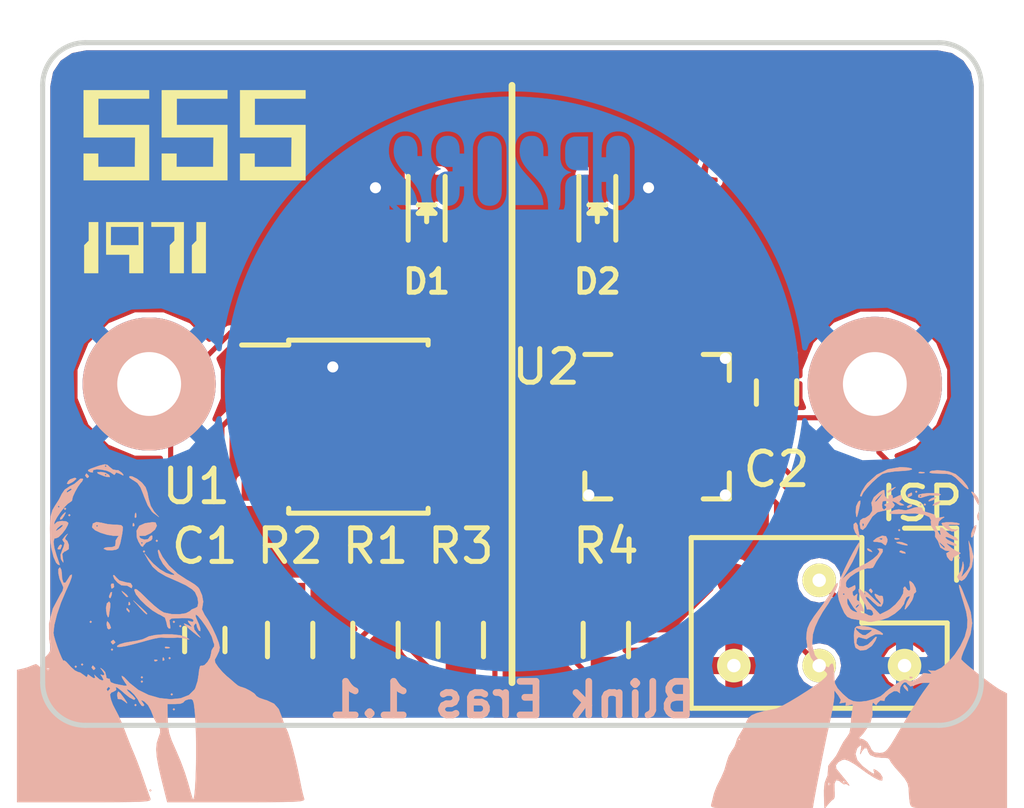
<source format=kicad_pcb>
(kicad_pcb (version 4) (host pcbnew 4.0.2-stable)

  (general
    (links 31)
    (no_connects 0)
    (area 129.54 88.9 160.020001 113.12963)
    (thickness 1.6002)
    (drawings 10)
    (tracks 136)
    (zones 0)
    (modules 17)
    (nets 15)
  )

  (page USLetter)
  (layers
    (0 F.Cu signal)
    (31 B.Cu signal)
    (34 B.Paste user)
    (35 F.Paste user)
    (36 B.SilkS user)
    (37 F.SilkS user)
    (38 B.Mask user)
    (39 F.Mask user)
    (44 Edge.Cuts user)
  )

  (setup
    (last_trace_width 0.1524)
    (trace_clearance 0.1524)
    (zone_clearance 0.1524)
    (zone_45_only yes)
    (trace_min 0.1524)
    (segment_width 0.2)
    (edge_width 0.15)
    (via_size 0.6858)
    (via_drill 0.3302)
    (via_min_size 0.6858)
    (via_min_drill 0.3302)
    (uvia_size 0.3)
    (uvia_drill 0.1)
    (uvias_allowed no)
    (uvia_min_size 0.2)
    (uvia_min_drill 0.1)
    (pcb_text_width 0.3)
    (pcb_text_size 1.5 1.5)
    (mod_edge_width 0.15)
    (mod_text_size 1 1)
    (mod_text_width 0.15)
    (pad_size 3.96 3.96)
    (pad_drill 1.9)
    (pad_to_mask_clearance 0.05)
    (aux_axis_origin 0 0)
    (grid_origin 130.81 110.49)
    (visible_elements FFFFFF7F)
    (pcbplotparams
      (layerselection 0x00030_80000001)
      (usegerberextensions false)
      (excludeedgelayer true)
      (linewidth 0.100000)
      (plotframeref false)
      (viasonmask false)
      (mode 1)
      (useauxorigin false)
      (hpglpennumber 1)
      (hpglpenspeed 20)
      (hpglpendiameter 15)
      (hpglpenoverlay 2)
      (psnegative false)
      (psa4output false)
      (plotreference true)
      (plotvalue true)
      (plotinvisibletext false)
      (padsonsilk false)
      (subtractmaskfromsilk false)
      (outputformat 1)
      (mirror false)
      (drillshape 1)
      (scaleselection 1)
      (outputdirectory ""))
  )

  (net 0 "")
  (net 1 VCC)
  (net 2 GND)
  (net 3 "Net-(C1-Pad1)")
  (net 4 "Net-(D1-Pad2)")
  (net 5 "Net-(D2-Pad2)")
  (net 6 /~RESET~)
  (net 7 "Net-(U2-Pad2)")
  (net 8 "Net-(U2-Pad5)")
  (net 9 /MOSI)
  (net 10 /MISO)
  (net 11 /SCK)
  (net 12 "Net-(R1-Pad2)")
  (net 13 "Net-(R3-Pad1)")
  (net 14 "Net-(U1-Pad5)")

  (net_class Default "This is the default net class."
    (clearance 0.1524)
    (trace_width 0.1524)
    (via_dia 0.6858)
    (via_drill 0.3302)
    (uvia_dia 0.3)
    (uvia_drill 0.1)
    (add_net /MISO)
    (add_net /MOSI)
    (add_net /SCK)
    (add_net /~RESET~)
    (add_net GND)
    (add_net "Net-(C1-Pad1)")
    (add_net "Net-(D1-Pad2)")
    (add_net "Net-(D2-Pad2)")
    (add_net "Net-(R1-Pad2)")
    (add_net "Net-(R3-Pad1)")
    (add_net "Net-(U1-Pad5)")
    (add_net "Net-(U2-Pad2)")
    (add_net "Net-(U2-Pad5)")
    (add_net VCC)
  )

  (module Capacitors_SMD:C_0603 (layer F.Cu) (tedit 5782C5C7) (tstamp 577FE25E)
    (at 152.654 100.584 90)
    (descr "Capacitor SMD 0603, reflow soldering, AVX (see smccp.pdf)")
    (tags "capacitor 0603")
    (path /577DCC0A)
    (attr smd)
    (fp_text reference C2 (at -2.286 0 180) (layer F.SilkS)
      (effects (font (size 1 1) (thickness 0.15)))
    )
    (fp_text value 1µ (at 0 1.9 90) (layer F.Fab) hide
      (effects (font (size 1 1) (thickness 0.15)))
    )
    (fp_line (start -1.45 -0.75) (end 1.45 -0.75) (layer F.CrtYd) (width 0.05))
    (fp_line (start -1.45 0.75) (end 1.45 0.75) (layer F.CrtYd) (width 0.05))
    (fp_line (start -1.45 -0.75) (end -1.45 0.75) (layer F.CrtYd) (width 0.05))
    (fp_line (start 1.45 -0.75) (end 1.45 0.75) (layer F.CrtYd) (width 0.05))
    (fp_line (start -0.35 -0.6) (end 0.35 -0.6) (layer F.SilkS) (width 0.15))
    (fp_line (start 0.35 0.6) (end -0.35 0.6) (layer F.SilkS) (width 0.15))
    (pad 1 smd rect (at -0.75 0 90) (size 0.8 0.75) (layers F.Cu F.Paste F.Mask)
      (net 1 VCC))
    (pad 2 smd rect (at 0.75 0 90) (size 0.8 0.75) (layers F.Cu F.Paste F.Mask)
      (net 2 GND))
    (model Capacitors_SMD.3dshapes/C_0603.wrl
      (at (xyz 0 0 0))
      (scale (xyz 1 1 1))
      (rotate (xyz 0 0 0))
    )
  )

  (module Housings_SOIC:SOIC-8_3.9x4.9mm_Pitch1.27mm (layer F.Cu) (tedit 5782BD6F) (tstamp 577FE2EE)
    (at 140.208 101.6)
    (descr "8-Lead Plastic Small Outline (SN) - Narrow, 3.90 mm Body [SOIC] (see Microchip Packaging Specification 00000049BS.pdf)")
    (tags "SOIC 1.27")
    (path /577DD907)
    (attr smd)
    (fp_text reference U1 (at -4.826 1.778) (layer F.SilkS)
      (effects (font (size 1 1) (thickness 0.15)))
    )
    (fp_text value ICM7555 (at 0 3.5) (layer F.Fab) hide
      (effects (font (size 1 1) (thickness 0.15)))
    )
    (fp_line (start -3.75 -2.75) (end -3.75 2.75) (layer F.CrtYd) (width 0.05))
    (fp_line (start 3.75 -2.75) (end 3.75 2.75) (layer F.CrtYd) (width 0.05))
    (fp_line (start -3.75 -2.75) (end 3.75 -2.75) (layer F.CrtYd) (width 0.05))
    (fp_line (start -3.75 2.75) (end 3.75 2.75) (layer F.CrtYd) (width 0.05))
    (fp_line (start -2.075 -2.575) (end -2.075 -2.43) (layer F.SilkS) (width 0.15))
    (fp_line (start 2.075 -2.575) (end 2.075 -2.43) (layer F.SilkS) (width 0.15))
    (fp_line (start 2.075 2.575) (end 2.075 2.43) (layer F.SilkS) (width 0.15))
    (fp_line (start -2.075 2.575) (end -2.075 2.43) (layer F.SilkS) (width 0.15))
    (fp_line (start -2.075 -2.575) (end 2.075 -2.575) (layer F.SilkS) (width 0.15))
    (fp_line (start -2.075 2.575) (end 2.075 2.575) (layer F.SilkS) (width 0.15))
    (fp_line (start -2.075 -2.43) (end -3.475 -2.43) (layer F.SilkS) (width 0.15))
    (pad 1 smd rect (at -2.7 -1.905) (size 1.55 0.6) (layers F.Cu F.Paste F.Mask)
      (net 2 GND))
    (pad 2 smd rect (at -2.7 -0.635) (size 1.55 0.6) (layers F.Cu F.Paste F.Mask)
      (net 3 "Net-(C1-Pad1)"))
    (pad 3 smd rect (at -2.7 0.635) (size 1.55 0.6) (layers F.Cu F.Paste F.Mask)
      (net 13 "Net-(R3-Pad1)"))
    (pad 4 smd rect (at -2.7 1.905) (size 1.55 0.6) (layers F.Cu F.Paste F.Mask)
      (net 1 VCC))
    (pad 5 smd rect (at 2.7 1.905) (size 1.55 0.6) (layers F.Cu F.Paste F.Mask)
      (net 14 "Net-(U1-Pad5)"))
    (pad 6 smd rect (at 2.7 0.635) (size 1.55 0.6) (layers F.Cu F.Paste F.Mask)
      (net 3 "Net-(C1-Pad1)"))
    (pad 7 smd rect (at 2.7 -0.635) (size 1.55 0.6) (layers F.Cu F.Paste F.Mask)
      (net 12 "Net-(R1-Pad2)"))
    (pad 8 smd rect (at 2.7 -1.905) (size 1.55 0.6) (layers F.Cu F.Paste F.Mask)
      (net 1 VCC))
    (model Housings_SOIC.3dshapes/SOIC-8_3.9x4.9mm_Pitch1.27mm.wrl
      (at (xyz 0 0 0))
      (scale (xyz 1 1 1))
      (rotate (xyz 0 0 0))
    )
  )

  (module Capacitors_SMD:C_0603_HandSoldering (layer F.Cu) (tedit 57805090) (tstamp 577FE252)
    (at 135.636 107.95 270)
    (descr "Capacitor SMD 0603, hand soldering")
    (tags "capacitor 0603")
    (path /577D6543)
    (attr smd)
    (fp_text reference C1 (at -2.794 0 360) (layer F.SilkS)
      (effects (font (size 1 1) (thickness 0.15)))
    )
    (fp_text value 1µ (at 0 1.9 270) (layer F.Fab) hide
      (effects (font (size 1 1) (thickness 0.15)))
    )
    (fp_line (start -1.85 -0.75) (end 1.85 -0.75) (layer F.CrtYd) (width 0.05))
    (fp_line (start -1.85 0.75) (end 1.85 0.75) (layer F.CrtYd) (width 0.05))
    (fp_line (start -1.85 -0.75) (end -1.85 0.75) (layer F.CrtYd) (width 0.05))
    (fp_line (start 1.85 -0.75) (end 1.85 0.75) (layer F.CrtYd) (width 0.05))
    (fp_line (start -0.35 -0.6) (end 0.35 -0.6) (layer F.SilkS) (width 0.15))
    (fp_line (start 0.35 0.6) (end -0.35 0.6) (layer F.SilkS) (width 0.15))
    (pad 1 smd rect (at -0.95 0 270) (size 1.2 0.75) (layers F.Cu F.Paste F.Mask)
      (net 3 "Net-(C1-Pad1)"))
    (pad 2 smd rect (at 0.95 0 270) (size 1.2 0.75) (layers F.Cu F.Paste F.Mask)
      (net 2 GND))
    (model Capacitors_SMD.3dshapes/C_0603_HandSoldering.wrl
      (at (xyz 0 0 0))
      (scale (xyz 1 1 1))
      (rotate (xyz 0 0 0))
    )
  )

  (module LEDs:LED_0603 (layer F.Cu) (tedit 5782DDFB) (tstamp 577FE26F)
    (at 142.24 95.25 270)
    (descr "LED 0603 smd package")
    (tags "LED led 0603 SMD smd SMT smt smdled SMDLED smtled SMTLED")
    (path /577D65A9)
    (attr smd)
    (fp_text reference D1 (at 2.032 0 360) (layer F.SilkS)
      (effects (font (size 0.7 0.7) (thickness 0.15)))
    )
    (fp_text value Red (at 0 1.5 270) (layer F.Fab) hide
      (effects (font (size 1 1) (thickness 0.15)))
    )
    (fp_line (start -1.1 0.55) (end 0.8 0.55) (layer F.SilkS) (width 0.15))
    (fp_line (start -1.1 -0.55) (end 0.8 -0.55) (layer F.SilkS) (width 0.15))
    (fp_line (start -0.2 0) (end 0.25 0) (layer F.SilkS) (width 0.15))
    (fp_line (start -0.25 -0.25) (end -0.25 0.25) (layer F.SilkS) (width 0.15))
    (fp_line (start -0.25 0) (end 0 -0.25) (layer F.SilkS) (width 0.15))
    (fp_line (start 0 -0.25) (end 0 0.25) (layer F.SilkS) (width 0.15))
    (fp_line (start 0 0.25) (end -0.25 0) (layer F.SilkS) (width 0.15))
    (fp_line (start 1.4 -0.75) (end 1.4 0.75) (layer F.CrtYd) (width 0.05))
    (fp_line (start 1.4 0.75) (end -1.4 0.75) (layer F.CrtYd) (width 0.05))
    (fp_line (start -1.4 0.75) (end -1.4 -0.75) (layer F.CrtYd) (width 0.05))
    (fp_line (start -1.4 -0.75) (end 1.4 -0.75) (layer F.CrtYd) (width 0.05))
    (pad 2 smd rect (at 0.7493 0 90) (size 0.79756 0.79756) (layers F.Cu F.Paste F.Mask)
      (net 4 "Net-(D1-Pad2)"))
    (pad 1 smd rect (at -0.7493 0 90) (size 0.79756 0.79756) (layers F.Cu F.Paste F.Mask)
      (net 2 GND))
    (model LEDs.3dshapes/LED_0603.wrl
      (at (xyz 0 0 0))
      (scale (xyz 1 1 1))
      (rotate (xyz 0 0 180))
    )
  )

  (module LEDs:LED_0603 (layer F.Cu) (tedit 5782DE07) (tstamp 577FE280)
    (at 147.32 95.25 270)
    (descr "LED 0603 smd package")
    (tags "LED led 0603 SMD smd SMT smt smdled SMDLED smtled SMTLED")
    (path /577D4CA0)
    (attr smd)
    (fp_text reference D2 (at 2.032 0 360) (layer F.SilkS)
      (effects (font (size 0.7 0.7) (thickness 0.15)))
    )
    (fp_text value Green (at 0 1.5 270) (layer F.Fab) hide
      (effects (font (size 1 1) (thickness 0.15)))
    )
    (fp_line (start -1.1 0.55) (end 0.8 0.55) (layer F.SilkS) (width 0.15))
    (fp_line (start -1.1 -0.55) (end 0.8 -0.55) (layer F.SilkS) (width 0.15))
    (fp_line (start -0.2 0) (end 0.25 0) (layer F.SilkS) (width 0.15))
    (fp_line (start -0.25 -0.25) (end -0.25 0.25) (layer F.SilkS) (width 0.15))
    (fp_line (start -0.25 0) (end 0 -0.25) (layer F.SilkS) (width 0.15))
    (fp_line (start 0 -0.25) (end 0 0.25) (layer F.SilkS) (width 0.15))
    (fp_line (start 0 0.25) (end -0.25 0) (layer F.SilkS) (width 0.15))
    (fp_line (start 1.4 -0.75) (end 1.4 0.75) (layer F.CrtYd) (width 0.05))
    (fp_line (start 1.4 0.75) (end -1.4 0.75) (layer F.CrtYd) (width 0.05))
    (fp_line (start -1.4 0.75) (end -1.4 -0.75) (layer F.CrtYd) (width 0.05))
    (fp_line (start -1.4 -0.75) (end 1.4 -0.75) (layer F.CrtYd) (width 0.05))
    (pad 2 smd rect (at 0.7493 0 90) (size 0.79756 0.79756) (layers F.Cu F.Paste F.Mask)
      (net 5 "Net-(D2-Pad2)"))
    (pad 1 smd rect (at -0.7493 0 90) (size 0.79756 0.79756) (layers F.Cu F.Paste F.Mask)
      (net 2 GND))
    (model LEDs.3dshapes/LED_0603.wrl
      (at (xyz 0 0 0))
      (scale (xyz 1 1 1))
      (rotate (xyz 0 0 180))
    )
  )

  (module Resistors_SMD:R_0603_HandSoldering (layer F.Cu) (tedit 5780509F) (tstamp 577FE2B3)
    (at 140.716 107.95 270)
    (descr "Resistor SMD 0603, hand soldering")
    (tags "resistor 0603")
    (path /577D64F2)
    (attr smd)
    (fp_text reference R1 (at -2.794 0 360) (layer F.SilkS)
      (effects (font (size 1 1) (thickness 0.15)))
    )
    (fp_text value 1K (at 0 1.9 270) (layer F.Fab) hide
      (effects (font (size 1 1) (thickness 0.15)))
    )
    (fp_line (start -2 -0.8) (end 2 -0.8) (layer F.CrtYd) (width 0.05))
    (fp_line (start -2 0.8) (end 2 0.8) (layer F.CrtYd) (width 0.05))
    (fp_line (start -2 -0.8) (end -2 0.8) (layer F.CrtYd) (width 0.05))
    (fp_line (start 2 -0.8) (end 2 0.8) (layer F.CrtYd) (width 0.05))
    (fp_line (start 0.5 0.675) (end -0.5 0.675) (layer F.SilkS) (width 0.15))
    (fp_line (start -0.5 -0.675) (end 0.5 -0.675) (layer F.SilkS) (width 0.15))
    (pad 1 smd rect (at -1.1 0 270) (size 1.2 0.9) (layers F.Cu F.Paste F.Mask)
      (net 1 VCC))
    (pad 2 smd rect (at 1.1 0 270) (size 1.2 0.9) (layers F.Cu F.Paste F.Mask)
      (net 12 "Net-(R1-Pad2)"))
    (model Resistors_SMD.3dshapes/R_0603_HandSoldering.wrl
      (at (xyz 0 0 0))
      (scale (xyz 1 1 1))
      (rotate (xyz 0 0 0))
    )
  )

  (module Resistors_SMD:R_0603_HandSoldering (layer F.Cu) (tedit 5781D57C) (tstamp 577FE2BF)
    (at 138.176 107.95 90)
    (descr "Resistor SMD 0603, hand soldering")
    (tags "resistor 0603")
    (path /577D6517)
    (attr smd)
    (fp_text reference R2 (at 2.794 0 180) (layer F.SilkS)
      (effects (font (size 1 1) (thickness 0.15)))
    )
    (fp_text value 470K (at 0 1.9 90) (layer F.Fab) hide
      (effects (font (size 1 1) (thickness 0.15)))
    )
    (fp_line (start -2 -0.8) (end 2 -0.8) (layer F.CrtYd) (width 0.05))
    (fp_line (start -2 0.8) (end 2 0.8) (layer F.CrtYd) (width 0.05))
    (fp_line (start -2 -0.8) (end -2 0.8) (layer F.CrtYd) (width 0.05))
    (fp_line (start 2 -0.8) (end 2 0.8) (layer F.CrtYd) (width 0.05))
    (fp_line (start 0.5 0.675) (end -0.5 0.675) (layer F.SilkS) (width 0.15))
    (fp_line (start -0.5 -0.675) (end 0.5 -0.675) (layer F.SilkS) (width 0.15))
    (pad 1 smd rect (at -1.1 0 90) (size 1.2 0.9) (layers F.Cu F.Paste F.Mask)
      (net 12 "Net-(R1-Pad2)"))
    (pad 2 smd rect (at 1.1 0 90) (size 1.2 0.9) (layers F.Cu F.Paste F.Mask)
      (net 3 "Net-(C1-Pad1)"))
    (model Resistors_SMD.3dshapes/R_0603_HandSoldering.wrl
      (at (xyz 0 0 0))
      (scale (xyz 1 1 1))
      (rotate (xyz 0 0 0))
    )
  )

  (module Resistors_SMD:R_0603_HandSoldering (layer F.Cu) (tedit 5781D591) (tstamp 577FE2CB)
    (at 143.256 107.95 90)
    (descr "Resistor SMD 0603, hand soldering")
    (tags "resistor 0603")
    (path /577D6580)
    (attr smd)
    (fp_text reference R3 (at 2.794 0 180) (layer F.SilkS)
      (effects (font (size 1 1) (thickness 0.15)))
    )
    (fp_text value 68 (at 0 1.9 90) (layer F.Fab) hide
      (effects (font (size 1 1) (thickness 0.15)))
    )
    (fp_line (start -2 -0.8) (end 2 -0.8) (layer F.CrtYd) (width 0.05))
    (fp_line (start -2 0.8) (end 2 0.8) (layer F.CrtYd) (width 0.05))
    (fp_line (start -2 -0.8) (end -2 0.8) (layer F.CrtYd) (width 0.05))
    (fp_line (start 2 -0.8) (end 2 0.8) (layer F.CrtYd) (width 0.05))
    (fp_line (start 0.5 0.675) (end -0.5 0.675) (layer F.SilkS) (width 0.15))
    (fp_line (start -0.5 -0.675) (end 0.5 -0.675) (layer F.SilkS) (width 0.15))
    (pad 1 smd rect (at -1.1 0 90) (size 1.2 0.9) (layers F.Cu F.Paste F.Mask)
      (net 13 "Net-(R3-Pad1)"))
    (pad 2 smd rect (at 1.1 0 90) (size 1.2 0.9) (layers F.Cu F.Paste F.Mask)
      (net 4 "Net-(D1-Pad2)"))
    (model Resistors_SMD.3dshapes/R_0603_HandSoldering.wrl
      (at (xyz 0 0 0))
      (scale (xyz 1 1 1))
      (rotate (xyz 0 0 0))
    )
  )

  (module Resistors_SMD:R_0603_HandSoldering (layer F.Cu) (tedit 5781D596) (tstamp 577FE2D7)
    (at 147.574 107.95 270)
    (descr "Resistor SMD 0603, hand soldering")
    (tags "resistor 0603")
    (path /577D49FF)
    (attr smd)
    (fp_text reference R4 (at -2.794 0 360) (layer F.SilkS)
      (effects (font (size 1 1) (thickness 0.15)))
    )
    (fp_text value 56 (at 0 1.9 270) (layer F.Fab) hide
      (effects (font (size 1 1) (thickness 0.15)))
    )
    (fp_line (start -2 -0.8) (end 2 -0.8) (layer F.CrtYd) (width 0.05))
    (fp_line (start -2 0.8) (end 2 0.8) (layer F.CrtYd) (width 0.05))
    (fp_line (start -2 -0.8) (end -2 0.8) (layer F.CrtYd) (width 0.05))
    (fp_line (start 2 -0.8) (end 2 0.8) (layer F.CrtYd) (width 0.05))
    (fp_line (start 0.5 0.675) (end -0.5 0.675) (layer F.SilkS) (width 0.15))
    (fp_line (start -0.5 -0.675) (end 0.5 -0.675) (layer F.SilkS) (width 0.15))
    (pad 1 smd rect (at -1.1 0 270) (size 1.2 0.9) (layers F.Cu F.Paste F.Mask)
      (net 7 "Net-(U2-Pad2)"))
    (pad 2 smd rect (at 1.1 0 270) (size 1.2 0.9) (layers F.Cu F.Paste F.Mask)
      (net 5 "Net-(D2-Pad2)"))
    (model Resistors_SMD.3dshapes/R_0603_HandSoldering.wrl
      (at (xyz 0 0 0))
      (scale (xyz 1 1 1))
      (rotate (xyz 0 0 0))
    )
  )

  (module BlinkyFeet:QFN-20-1EP_4x4mm_Pitch0.5mm (layer F.Cu) (tedit 5782C5EF) (tstamp 577FE2A7)
    (at 149.098 101.6)
    (descr "20-Lead Plastic Quad Flat, No Lead Package (ML) - 4x4x0.9 mm Body [QFN]; (see Microchip Packaging Specification 00000049BS.pdf)")
    (tags "QFN 0.5")
    (path /577D47D3)
    (attr smd)
    (fp_text reference U2 (at -3.302 -1.778) (layer F.SilkS)
      (effects (font (size 1 1) (thickness 0.15)))
    )
    (fp_text value ATTINY85-M (at 0 3.33) (layer F.Fab) hide
      (effects (font (size 1 1) (thickness 0.15)))
    )
    (fp_line (start -2.6 -2.6) (end -2.6 2.6) (layer F.CrtYd) (width 0.05))
    (fp_line (start 2.6 -2.6) (end 2.6 2.6) (layer F.CrtYd) (width 0.05))
    (fp_line (start -2.6 -2.6) (end 2.6 -2.6) (layer F.CrtYd) (width 0.05))
    (fp_line (start -2.6 2.6) (end 2.6 2.6) (layer F.CrtYd) (width 0.05))
    (fp_line (start 2.15 -2.15) (end 2.15 -1.375) (layer F.SilkS) (width 0.15))
    (fp_line (start -2.15 2.15) (end -2.15 1.375) (layer F.SilkS) (width 0.15))
    (fp_line (start 2.15 2.15) (end 2.15 1.375) (layer F.SilkS) (width 0.15))
    (fp_line (start -2.15 -2.15) (end -1.375 -2.15) (layer F.SilkS) (width 0.15))
    (fp_line (start -2.15 2.15) (end -1.375 2.15) (layer F.SilkS) (width 0.15))
    (fp_line (start 2.15 2.15) (end 1.375 2.15) (layer F.SilkS) (width 0.15))
    (fp_line (start 2.15 -2.15) (end 1.375 -2.15) (layer F.SilkS) (width 0.15))
    (pad 1 smd rect (at -1.965 -1) (size 0.73 0.3) (layers F.Cu F.Paste F.Mask)
      (net 6 /~RESET~))
    (pad 2 smd rect (at -1.965 -0.5) (size 0.73 0.3) (layers F.Cu F.Paste F.Mask)
      (net 7 "Net-(U2-Pad2)"))
    (pad 3 smd rect (at -1.965 0) (size 0.73 0.3) (layers F.Cu F.Paste F.Mask))
    (pad 4 smd rect (at -1.965 0.5) (size 0.73 0.3) (layers F.Cu F.Paste F.Mask))
    (pad 5 smd rect (at -1.965 1) (size 0.73 0.3) (layers F.Cu F.Paste F.Mask)
      (net 8 "Net-(U2-Pad5)"))
    (pad 6 smd rect (at -1 1.965 90) (size 0.73 0.3) (layers F.Cu F.Paste F.Mask))
    (pad 7 smd rect (at -0.5 1.965 90) (size 0.73 0.3) (layers F.Cu F.Paste F.Mask))
    (pad 8 smd rect (at 0 1.965 90) (size 0.73 0.3) (layers F.Cu F.Paste F.Mask)
      (net 2 GND))
    (pad 9 smd rect (at 0.5 1.965 90) (size 0.73 0.3) (layers F.Cu F.Paste F.Mask))
    (pad 10 smd rect (at 1 1.965 90) (size 0.73 0.3) (layers F.Cu F.Paste F.Mask))
    (pad 11 smd rect (at 1.965 1) (size 0.73 0.3) (layers F.Cu F.Paste F.Mask)
      (net 9 /MOSI))
    (pad 12 smd rect (at 1.965 0.5) (size 0.73 0.3) (layers F.Cu F.Paste F.Mask)
      (net 10 /MISO))
    (pad 13 smd rect (at 1.965 0) (size 0.73 0.3) (layers F.Cu F.Paste F.Mask))
    (pad 14 smd rect (at 1.965 -0.5) (size 0.73 0.3) (layers F.Cu F.Paste F.Mask)
      (net 11 /SCK))
    (pad 15 smd rect (at 1.965 -1) (size 0.73 0.3) (layers F.Cu F.Paste F.Mask)
      (net 1 VCC))
    (pad 16 smd rect (at 1 -1.965 90) (size 0.73 0.3) (layers F.Cu F.Paste F.Mask))
    (pad 17 smd rect (at 0.5 -1.965 90) (size 0.73 0.3) (layers F.Cu F.Paste F.Mask))
    (pad 18 smd rect (at 0 -1.965 90) (size 0.73 0.3) (layers F.Cu F.Paste F.Mask))
    (pad 19 smd rect (at -0.5 -1.965 90) (size 0.73 0.3) (layers F.Cu F.Paste F.Mask))
    (pad 20 smd rect (at -1 -1.965 90) (size 0.73 0.3) (layers F.Cu F.Paste F.Mask))
    (pad 8 smd rect (at 0.625 0.625) (size 1.25 1.25) (layers F.Cu F.Paste F.Mask)
      (net 2 GND) (solder_paste_margin_ratio -0.2))
    (pad 8 smd rect (at 0.625 -0.625) (size 1.25 1.25) (layers F.Cu F.Paste F.Mask)
      (net 2 GND) (solder_paste_margin_ratio -0.2))
    (pad 8 smd rect (at -0.625 0.625) (size 1.25 1.25) (layers F.Cu F.Paste F.Mask)
      (net 2 GND) (solder_paste_margin_ratio -0.2))
    (pad 8 smd rect (at -0.625 -0.625) (size 1.25 1.25) (layers F.Cu F.Paste F.Mask)
      (net 2 GND) (solder_paste_margin_ratio -0.2))
    (model Housings_DFN_QFN.3dshapes/QFN-20-1EP_4x4mm_Pitch0.5mm.wrl
      (at (xyz 0 0 0))
      (scale (xyz 1 1 1))
      (rotate (xyz 0 0 0))
    )
  )

  (module "BlinkyFeet:AVR 1996 dilated" (layer F.Cu) (tedit 0) (tstamp 5786781A)
    (at 153.67 94.488)
    (fp_text reference G*** (at 0 0) (layer F.SilkS) hide
      (effects (font (thickness 0.3)))
    )
    (fp_text value LOGO (at 0.75 0) (layer F.SilkS) hide
      (effects (font (thickness 0.3)))
    )
    (fp_poly (pts (xy 1.361809 0.970339) (xy 1.39379 0.972954) (xy 1.42391 0.977796) (xy 1.455419 0.985298)
      (xy 1.466865 0.988486) (xy 1.525062 1.009527) (xy 1.580339 1.038275) (xy 1.632252 1.07434)
      (xy 1.680356 1.117332) (xy 1.724204 1.166861) (xy 1.763352 1.222536) (xy 1.792034 1.27329)
      (xy 1.808319 1.306795) (xy 1.821308 1.337448) (xy 1.832114 1.368319) (xy 1.841846 1.402478)
      (xy 1.848364 1.428918) (xy 1.852154 1.44543) (xy 1.855045 1.45964) (xy 1.857159 1.473101)
      (xy 1.858617 1.487365) (xy 1.859543 1.503985) (xy 1.860057 1.524514) (xy 1.860283 1.550504)
      (xy 1.860341 1.58115) (xy 1.860002 1.626299) (xy 1.858776 1.665115) (xy 1.856431 1.699704)
      (xy 1.852734 1.732176) (xy 1.847452 1.764637) (xy 1.840352 1.799196) (xy 1.832632 1.832133)
      (xy 1.807165 1.919596) (xy 1.774545 2.002692) (xy 1.734845 2.081261) (xy 1.688139 2.155143)
      (xy 1.675387 2.172848) (xy 1.62476 2.235027) (xy 1.566189 2.295413) (xy 1.500063 2.353703)
      (xy 1.426774 2.40959) (xy 1.346712 2.46277) (xy 1.260266 2.512938) (xy 1.20015 2.54413)
      (xy 1.139082 2.573251) (xy 1.084373 2.596866) (xy 1.035966 2.614991) (xy 0.993804 2.627644)
      (xy 0.957829 2.634843) (xy 0.927984 2.636604) (xy 0.904599 2.633061) (xy 0.882721 2.622239)
      (xy 0.863304 2.604218) (xy 0.847194 2.58011) (xy 0.835233 2.551025) (xy 0.83147 2.536787)
      (xy 0.82639 2.501415) (xy 0.827913 2.470904) (xy 0.835995 2.445429) (xy 0.850588 2.425166)
      (xy 0.863063 2.415183) (xy 0.87257 2.41014) (xy 0.888155 2.403107) (xy 0.907909 2.394897)
      (xy 0.929919 2.386324) (xy 0.937683 2.383432) (xy 1.019826 2.349791) (xy 1.095919 2.311613)
      (xy 1.165668 2.269115) (xy 1.228775 2.222517) (xy 1.284947 2.172038) (xy 1.333887 2.117895)
      (xy 1.375299 2.060309) (xy 1.376295 2.058732) (xy 1.384783 2.045248) (xy 1.368666 2.050266)
      (xy 1.3573 2.052269) (xy 1.338151 2.053744) (xy 1.311887 2.054657) (xy 1.279177 2.054978)
      (xy 1.27 2.054961) (xy 1.240967 2.05478) (xy 1.21856 2.054369) (xy 1.200939 2.053539)
      (xy 1.186262 2.052101) (xy 1.17269 2.049868) (xy 1.158381 2.04665) (xy 1.141495 2.04226)
      (xy 1.138766 2.041527) (xy 1.097742 2.029197) (xy 1.062217 2.015447) (xy 1.029226 1.998965)
      (xy 0.995802 1.97844) (xy 0.995162 1.978015) (xy 0.946731 1.94074) (xy 0.903684 1.897011)
      (xy 0.866134 1.847) (xy 0.834194 1.790879) (xy 0.807979 1.728821) (xy 0.788318 1.663886)
      (xy 0.784453 1.647846) (xy 0.781589 1.633765) (xy 0.779575 1.619899) (xy 0.778261 1.604505)
      (xy 0.777499 1.585837) (xy 0.777138 1.562152) (xy 0.77703 1.532466) (xy 0.777061 1.510058)
      (xy 1.144444 1.510058) (xy 1.148912 1.556761) (xy 1.157581 1.602472) (xy 1.17001 1.644819)
      (xy 1.184666 1.679325) (xy 1.195594 1.696528) (xy 1.21089 1.715207) (xy 1.228386 1.73313)
      (xy 1.245912 1.748067) (xy 1.260667 1.757486) (xy 1.293822 1.769408) (xy 1.331001 1.775516)
      (xy 1.369945 1.775671) (xy 1.408396 1.769736) (xy 1.4183 1.767101) (xy 1.435413 1.761109)
      (xy 1.452564 1.753575) (xy 1.459473 1.749924) (xy 1.46945 1.743924) (xy 1.4771 1.738141)
      (xy 1.482733 1.731401) (xy 1.486658 1.722529) (xy 1.489185 1.710353) (xy 1.490623 1.693698)
      (xy 1.491282 1.671391) (xy 1.491471 1.642258) (xy 1.491484 1.628521) (xy 1.490856 1.581213)
      (xy 1.488724 1.5402) (xy 1.484797 1.503398) (xy 1.47878 1.468722) (xy 1.470381 1.434088)
      (xy 1.459307 1.397412) (xy 1.45878 1.395799) (xy 1.440704 1.346958) (xy 1.420928 1.305372)
      (xy 1.399621 1.271226) (xy 1.376955 1.244701) (xy 1.353101 1.22598) (xy 1.328231 1.215246)
      (xy 1.302516 1.212681) (xy 1.288991 1.214609) (xy 1.259448 1.225466) (xy 1.232457 1.243885)
      (xy 1.208373 1.269252) (xy 1.18755 1.300953) (xy 1.170343 1.338374) (xy 1.157105 1.380902)
      (xy 1.148193 1.427921) (xy 1.144621 1.464733) (xy 1.144444 1.510058) (xy 0.777061 1.510058)
      (xy 0.777072 1.502379) (xy 0.77737 1.479013) (xy 0.778076 1.460623) (xy 0.77934 1.445465)
      (xy 0.781313 1.431793) (xy 0.784147 1.417863) (xy 0.787992 1.401929) (xy 0.78851 1.399873)
      (xy 0.809372 1.333237) (xy 0.836941 1.270965) (xy 0.870741 1.213438) (xy 0.9103 1.161036)
      (xy 0.955141 1.114141) (xy 1.00479 1.073132) (xy 1.058774 1.038392) (xy 1.116618 1.010299)
      (xy 1.177848 0.989237) (xy 1.241988 0.975584) (xy 1.308565 0.969722) (xy 1.32472 0.969517)
      (xy 1.361809 0.970339)) (layer F.Mask) (width 0.01))
    (fp_poly (pts (xy 2.504809 0.970339) (xy 2.53679 0.972954) (xy 2.56691 0.977796) (xy 2.598419 0.985298)
      (xy 2.609865 0.988486) (xy 2.668062 1.009527) (xy 2.723339 1.038275) (xy 2.775252 1.07434)
      (xy 2.823356 1.117332) (xy 2.867204 1.166861) (xy 2.906352 1.222536) (xy 2.935034 1.27329)
      (xy 2.951319 1.306795) (xy 2.964308 1.337448) (xy 2.975114 1.368319) (xy 2.984846 1.402478)
      (xy 2.991364 1.428918) (xy 2.995154 1.44543) (xy 2.998045 1.45964) (xy 3.000159 1.473101)
      (xy 3.001617 1.487365) (xy 3.002543 1.503985) (xy 3.003057 1.524514) (xy 3.003283 1.550504)
      (xy 3.003341 1.58115) (xy 3.003002 1.626299) (xy 3.001776 1.665115) (xy 2.999431 1.699704)
      (xy 2.995734 1.732176) (xy 2.990452 1.764637) (xy 2.983352 1.799196) (xy 2.975632 1.832133)
      (xy 2.950165 1.919596) (xy 2.917545 2.002692) (xy 2.877845 2.081261) (xy 2.831139 2.155143)
      (xy 2.818387 2.172848) (xy 2.76776 2.235027) (xy 2.709189 2.295413) (xy 2.643063 2.353703)
      (xy 2.569774 2.40959) (xy 2.489712 2.46277) (xy 2.403266 2.512938) (xy 2.343149 2.54413)
      (xy 2.282082 2.573251) (xy 2.227373 2.596866) (xy 2.178966 2.614991) (xy 2.136804 2.627644)
      (xy 2.100829 2.634843) (xy 2.070984 2.636604) (xy 2.047599 2.633061) (xy 2.025721 2.622239)
      (xy 2.006304 2.604218) (xy 1.990194 2.58011) (xy 1.978233 2.551025) (xy 1.97447 2.536787)
      (xy 1.96939 2.501415) (xy 1.970913 2.470904) (xy 1.978995 2.445429) (xy 1.993588 2.425166)
      (xy 2.006063 2.415183) (xy 2.01557 2.41014) (xy 2.031155 2.403107) (xy 2.050909 2.394897)
      (xy 2.072919 2.386324) (xy 2.080683 2.383432) (xy 2.162826 2.349791) (xy 2.238919 2.311613)
      (xy 2.308668 2.269115) (xy 2.371775 2.222517) (xy 2.427947 2.172038) (xy 2.476887 2.117895)
      (xy 2.518299 2.060309) (xy 2.519295 2.058732) (xy 2.527783 2.045248) (xy 2.511666 2.050266)
      (xy 2.5003 2.052269) (xy 2.481151 2.053744) (xy 2.454887 2.054657) (xy 2.422177 2.054978)
      (xy 2.412999 2.054961) (xy 2.383967 2.05478) (xy 2.36156 2.054369) (xy 2.343939 2.053539)
      (xy 2.329262 2.052101) (xy 2.31569 2.049868) (xy 2.301381 2.04665) (xy 2.284495 2.04226)
      (xy 2.281766 2.041527) (xy 2.240742 2.029197) (xy 2.205217 2.015447) (xy 2.172226 1.998965)
      (xy 2.138802 1.97844) (xy 2.138162 1.978015) (xy 2.089731 1.94074) (xy 2.046684 1.897011)
      (xy 2.009134 1.847) (xy 1.977194 1.790879) (xy 1.950979 1.728821) (xy 1.931318 1.663886)
      (xy 1.927453 1.647846) (xy 1.924589 1.633765) (xy 1.922575 1.619899) (xy 1.921261 1.604505)
      (xy 1.920499 1.585837) (xy 1.920138 1.562152) (xy 1.92003 1.532466) (xy 1.920061 1.510058)
      (xy 2.287444 1.510058) (xy 2.291912 1.556761) (xy 2.300581 1.602472) (xy 2.31301 1.644819)
      (xy 2.327666 1.679325) (xy 2.338594 1.696528) (xy 2.35389 1.715207) (xy 2.371386 1.73313)
      (xy 2.388912 1.748067) (xy 2.403667 1.757486) (xy 2.436822 1.769408) (xy 2.474001 1.775516)
      (xy 2.512945 1.775671) (xy 2.551396 1.769736) (xy 2.5613 1.767101) (xy 2.578413 1.761109)
      (xy 2.595564 1.753575) (xy 2.602473 1.749924) (xy 2.61245 1.743924) (xy 2.6201 1.738141)
      (xy 2.625733 1.731401) (xy 2.629658 1.722529) (xy 2.632185 1.710353) (xy 2.633623 1.693698)
      (xy 2.634282 1.671391) (xy 2.634471 1.642258) (xy 2.634484 1.628521) (xy 2.633856 1.581213)
      (xy 2.631724 1.5402) (xy 2.627797 1.503398) (xy 2.62178 1.468722) (xy 2.613381 1.434088)
      (xy 2.602307 1.397412) (xy 2.60178 1.395799) (xy 2.583704 1.346958) (xy 2.563928 1.305372)
      (xy 2.542621 1.271226) (xy 2.519955 1.244701) (xy 2.496101 1.22598) (xy 2.471231 1.215246)
      (xy 2.445516 1.212681) (xy 2.431991 1.214609) (xy 2.402448 1.225466) (xy 2.375457 1.243885)
      (xy 2.351373 1.269252) (xy 2.33055 1.300953) (xy 2.313343 1.338374) (xy 2.300105 1.380902)
      (xy 2.291193 1.427921) (xy 2.287621 1.464733) (xy 2.287444 1.510058) (xy 1.920061 1.510058)
      (xy 1.920072 1.502379) (xy 1.92037 1.479013) (xy 1.921076 1.460623) (xy 1.92234 1.445465)
      (xy 1.924313 1.431793) (xy 1.927147 1.417863) (xy 1.930992 1.401929) (xy 1.93151 1.399873)
      (xy 1.952372 1.333237) (xy 1.979941 1.270965) (xy 2.013741 1.213438) (xy 2.0533 1.161036)
      (xy 2.098141 1.114141) (xy 2.14779 1.073132) (xy 2.201774 1.038392) (xy 2.259618 1.010299)
      (xy 2.320848 0.989237) (xy 2.384988 0.975584) (xy 2.451565 0.969722) (xy 2.46772 0.969517)
      (xy 2.504809 0.970339)) (layer F.Mask) (width 0.01))
    (fp_poly (pts (xy 4.021505 0.971439) (xy 4.044195 0.983725) (xy 4.063073 1.003004) (xy 4.069406 1.012318)
      (xy 4.082305 1.039706) (xy 4.090557 1.071138) (xy 4.093724 1.10367) (xy 4.091369 1.134361)
      (xy 4.089059 1.144487) (xy 4.079534 1.164087) (xy 4.063049 1.182073) (xy 4.041104 1.197108)
      (xy 4.019175 1.206607) (xy 3.937189 1.237254) (xy 3.860165 1.27296) (xy 3.788593 1.31339)
      (xy 3.722964 1.358211) (xy 3.663771 1.407087) (xy 3.611502 1.459684) (xy 3.567836 1.514009)
      (xy 3.554278 1.533018) (xy 3.545589 1.546038) (xy 3.541762 1.554) (xy 3.542786 1.557833)
      (xy 3.548654 1.558468) (xy 3.559354 1.556835) (xy 3.567427 1.555282) (xy 3.592828 1.551893)
      (xy 3.623921 1.550112) (xy 3.658087 1.549932) (xy 3.692709 1.551346) (xy 3.725168 1.554348)
      (xy 3.735244 1.555729) (xy 3.76654 1.561806) (xy 3.800447 1.570688) (xy 3.834265 1.581505)
      (xy 3.865296 1.593386) (xy 3.890844 1.605461) (xy 3.892841 1.60656) (xy 3.944678 1.640321)
      (xy 3.991498 1.680622) (xy 4.032961 1.726948) (xy 4.068731 1.778784) (xy 4.098467 1.835612)
      (xy 4.121831 1.896919) (xy 4.138486 1.962188) (xy 4.142927 1.98755) (xy 4.1459 2.015118)
      (xy 4.147425 2.0479) (xy 4.147561 2.083413) (xy 4.146367 2.119173) (xy 4.143902 2.152695)
      (xy 4.140225 2.181497) (xy 4.138058 2.192866) (xy 4.119469 2.258936) (xy 4.093803 2.321315)
      (xy 4.061554 2.379523) (xy 4.023218 2.433078) (xy 3.979293 2.481501) (xy 3.930274 2.524309)
      (xy 3.876658 2.561024) (xy 3.81894 2.591163) (xy 3.757617 2.614246) (xy 3.693185 2.629792)
      (xy 3.685843 2.631035) (xy 3.657267 2.63439) (xy 3.62383 2.636282) (xy 3.588331 2.636718)
      (xy 3.553571 2.635704) (xy 3.522351 2.633247) (xy 3.50374 2.630606) (xy 3.443518 2.615476)
      (xy 3.3859 2.592456) (xy 3.331235 2.561816) (xy 3.279873 2.523828) (xy 3.232161 2.47876)
      (xy 3.18845 2.426886) (xy 3.149088 2.368474) (xy 3.135701 2.345266) (xy 3.10791 2.286681)
      (xy 3.086304 2.223071) (xy 3.071124 2.155435) (xy 3.062609 2.084776) (xy 3.060739 2.032)
      (xy 3.064242 1.942241) (xy 3.071235 1.882865) (xy 3.431116 1.882865) (xy 3.431429 1.975424)
      (xy 3.432259 2.024176) (xy 3.434578 2.066506) (xy 3.438664 2.104369) (xy 3.444794 2.139724)
      (xy 3.453247 2.174526) (xy 3.464299 2.210732) (xy 3.465194 2.21342) (xy 3.484214 2.264089)
      (xy 3.504575 2.306402) (xy 3.526284 2.340368) (xy 3.549349 2.365993) (xy 3.573778 2.383284)
      (xy 3.599579 2.392248) (xy 3.626761 2.392891) (xy 3.655332 2.38522) (xy 3.664857 2.380967)
      (xy 3.690795 2.363779) (xy 3.713805 2.339556) (xy 3.733677 2.309282) (xy 3.750207 2.273941)
      (xy 3.763186 2.234515) (xy 3.772407 2.191987) (xy 3.777664 2.147341) (xy 3.778749 2.10156)
      (xy 3.775455 2.055626) (xy 3.767574 2.010523) (xy 3.754901 1.967234) (xy 3.753068 1.962259)
      (xy 3.737148 1.926966) (xy 3.717792 1.897536) (xy 3.695563 1.873532) (xy 3.673262 1.855906)
      (xy 3.648696 1.843394) (xy 3.619493 1.834923) (xy 3.603926 1.8321) (xy 3.571284 1.829887)
      (xy 3.537498 1.832653) (xy 3.504751 1.839889) (xy 3.475228 1.851083) (xy 3.451112 1.865728)
      (xy 3.447614 1.868603) (xy 3.431116 1.882865) (xy 3.071235 1.882865) (xy 3.07463 1.854048)
      (xy 3.091677 1.7683) (xy 3.115159 1.685879) (xy 3.144848 1.607664) (xy 3.180519 1.534537)
      (xy 3.19468 1.509797) (xy 3.235001 1.449022) (xy 3.283026 1.388609) (xy 3.338001 1.329315)
      (xy 3.399173 1.271899) (xy 3.465789 1.217116) (xy 3.536949 1.165822) (xy 3.612454 1.117867)
      (xy 3.68957 1.074496) (xy 3.76691 1.036385) (xy 3.843086 1.004212) (xy 3.916711 0.978653)
      (xy 3.926876 0.9756) (xy 3.963213 0.967472) (xy 3.994633 0.966053) (xy 4.021505 0.971439)) (layer F.Mask) (width 0.01))
    (fp_poly (pts (xy 0.323012 0.984342) (xy 0.343207 0.99621) (xy 0.358037 1.009419) (xy 0.37141 1.024337)
      (xy 0.381365 1.039618) (xy 0.388095 1.056493) (xy 0.39179 1.07619) (xy 0.392643 1.099938)
      (xy 0.390847 1.128965) (xy 0.386592 1.164502) (xy 0.384516 1.178983) (xy 0.383687 1.186162)
      (xy 0.382938 1.196181) (xy 0.382265 1.20943) (xy 0.381665 1.226298) (xy 0.381136 1.247177)
      (xy 0.380672 1.272456) (xy 0.38027 1.302525) (xy 0.379928 1.337775) (xy 0.379641 1.378594)
      (xy 0.379406 1.425374) (xy 0.379219 1.478505) (xy 0.379078 1.538376) (xy 0.378977 1.605377)
      (xy 0.378914 1.6799) (xy 0.378886 1.762333) (xy 0.378883 1.799871) (xy 0.378899 1.869433)
      (xy 0.378947 1.936659) (xy 0.379024 2.001064) (xy 0.379129 2.062163) (xy 0.37926 2.11947)
      (xy 0.379415 2.172499) (xy 0.379591 2.220764) (xy 0.379788 2.263781) (xy 0.380002 2.301063)
      (xy 0.380233 2.332126) (xy 0.380478 2.356483) (xy 0.380736 2.373648) (xy 0.381004 2.383137)
      (xy 0.381176 2.384954) (xy 0.386035 2.386363) (xy 0.397577 2.388509) (xy 0.414081 2.391101)
      (xy 0.433825 2.393849) (xy 0.434041 2.393877) (xy 0.462215 2.398273) (xy 0.483546 2.403584)
      (xy 0.499657 2.410632) (xy 0.51217 2.420243) (xy 0.52271 2.433239) (xy 0.527874 2.44148)
      (xy 0.532843 2.450401) (xy 0.536191 2.458448) (xy 0.538237 2.467582) (xy 0.539299 2.479766)
      (xy 0.539696 2.496963) (xy 0.53975 2.5146) (xy 0.539644 2.536919) (xy 0.539117 2.552735)
      (xy 0.537848 2.56401) (xy 0.535519 2.572705) (xy 0.531812 2.580782) (xy 0.527874 2.587719)
      (xy 0.51742 2.601952) (xy 0.504505 2.614926) (xy 0.49855 2.619469) (xy 0.490675 2.624366)
      (xy 0.483343 2.627638) (xy 0.474622 2.62961) (xy 0.462581 2.630604) (xy 0.445285 2.630947)
      (xy 0.429992 2.630973) (xy 0.40965 2.630694) (xy 0.383127 2.629942) (xy 0.35269 2.628803)
      (xy 0.320606 2.627364) (xy 0.289143 2.625709) (xy 0.28575 2.625513) (xy 0.240919 2.623301)
      (xy 0.201625 2.622299) (xy 0.165028 2.622487) (xy 0.128286 2.623845) (xy 0.118533 2.624378)
      (xy 0.071904 2.626989) (xy 0.03303 2.628971) (xy 0.00122 2.630336) (xy -0.024213 2.631102)
      (xy -0.043958 2.631282) (xy -0.058702 2.630891) (xy -0.069136 2.629946) (xy -0.075456 2.628618)
      (xy -0.091973 2.619976) (xy -0.10833 2.605458) (xy -0.122395 2.587418) (xy -0.132032 2.568213)
      (xy -0.13307 2.565023) (xy -0.138785 2.535671) (xy -0.139484 2.505126) (xy -0.135446 2.475661)
      (xy -0.126947 2.449549) (xy -0.116865 2.43226) (xy -0.106128 2.420026) (xy -0.094164 2.410873)
      (xy -0.079257 2.404064) (xy -0.059692 2.398862) (xy -0.033754 2.394529) (xy -0.027004 2.393616)
      (xy -0.007335 2.390886) (xy 0.009093 2.388322) (xy 0.020557 2.386213) (xy 0.025326 2.384852)
      (xy 0.025614 2.380423) (xy 0.02591 2.368044) (xy 0.026211 2.34823) (xy 0.026515 2.321499)
      (xy 0.026817 2.288367) (xy 0.027115 2.249349) (xy 0.027404 2.204962) (xy 0.027682 2.155722)
      (xy 0.027944 2.102147) (xy 0.028188 2.044751) (xy 0.028411 1.984051) (xy 0.028608 1.920564)
      (xy 0.028748 1.866719) (xy 0.02998 1.350775) (xy -0.02544 1.369654) (xy -0.056615 1.379572)
      (xy -0.081671 1.385628) (xy -0.102059 1.387754) (xy -0.119228 1.385883) (xy -0.134628 1.379947)
      (xy -0.149709 1.36988) (xy -0.157296 1.363529) (xy -0.179778 1.338567) (xy -0.194609 1.309982)
      (xy -0.201805 1.27774) (xy -0.202238 1.272401) (xy -0.202512 1.246036) (xy -0.199087 1.224308)
      (xy -0.19113 1.206087) (xy -0.177809 1.190242) (xy -0.158291 1.175646) (xy -0.131743 1.161168)
      (xy -0.114239 1.153022) (xy -0.099474 1.14631) (xy -0.078229 1.136491) (xy -0.051662 1.124108)
      (xy -0.020934 1.109704) (xy 0.012799 1.093824) (xy 0.048376 1.07701) (xy 0.084638 1.059806)
      (xy 0.091964 1.056323) (xy 0.132255 1.037215) (xy 0.165717 1.021506) (xy 0.193122 1.008868)
      (xy 0.215244 0.998974) (xy 0.232857 0.991496) (xy 0.246732 0.986105) (xy 0.257644 0.982475)
      (xy 0.266364 0.980277) (xy 0.273668 0.979184) (xy 0.273997 0.979154) (xy 0.300779 0.978958)
      (xy 0.323012 0.984342)) (layer F.Mask) (width 0.01))
    (fp_poly (pts (xy -2.208253 -3.003291) (xy -2.19538 -3.002022) (xy -2.184932 -2.999007) (xy -2.17389 -2.993513)
      (xy -2.165748 -2.988734) (xy -2.151287 -2.979015) (xy -2.138529 -2.968665) (xy -2.13134 -2.961217)
      (xy -2.129174 -2.956436) (xy -2.12413 -2.944113) (xy -2.11635 -2.924613) (xy -2.105974 -2.898304)
      (xy -2.093143 -2.865554) (xy -2.077998 -2.826729) (xy -2.060681 -2.782196) (xy -2.041331 -2.732324)
      (xy -2.020091 -2.677478) (xy -1.997101 -2.618026) (xy -1.972502 -2.554335) (xy -1.946435 -2.486772)
      (xy -1.919041 -2.415705) (xy -1.890461 -2.3415) (xy -1.860836 -2.264524) (xy -1.830307 -2.185146)
      (xy -1.799016 -2.103731) (xy -1.767102 -2.020647) (xy -1.734707 -1.936261) (xy -1.701972 -1.850941)
      (xy -1.669038 -1.765053) (xy -1.636046 -1.678964) (xy -1.603137 -1.593042) (xy -1.570452 -1.507654)
      (xy -1.538132 -1.423166) (xy -1.506318 -1.339947) (xy -1.47515 -1.258363) (xy -1.444771 -1.178781)
      (xy -1.41532 -1.101568) (xy -1.386939 -1.027092) (xy -1.359769 -0.955719) (xy -1.333951 -0.887818)
      (xy -1.309625 -0.823754) (xy -1.286933 -0.763895) (xy -1.266016 -0.708609) (xy -1.250215 -0.66675)
      (xy -1.233068 -0.621278) (xy -1.218621 -0.583044) (xy -1.206582 -0.55137) (xy -1.196657 -0.525575)
      (xy -1.188551 -0.504978) (xy -1.181973 -0.4889) (xy -1.176628 -0.47666) (xy -1.172222 -0.467578)
      (xy -1.168461 -0.460975) (xy -1.165053 -0.456169) (xy -1.161704 -0.452482) (xy -1.15812 -0.449231)
      (xy -1.155286 -0.446829) (xy -1.135178 -0.432845) (xy -1.108521 -0.418858) (xy -1.077201 -0.405609)
      (xy -1.043102 -0.393835) (xy -1.00811 -0.384276) (xy -0.982134 -0.378956) (xy -0.954053 -0.372854)
      (xy -0.932633 -0.36488) (xy -0.916114 -0.354061) (xy -0.902739 -0.339422) (xy -0.897846 -0.332233)
      (xy -0.888245 -0.313479) (xy -0.881671 -0.291582) (xy -0.877879 -0.265126) (xy -0.876625 -0.232697)
      (xy -0.876946 -0.211206) (xy -0.877859 -0.187733) (xy -0.879201 -0.170659) (xy -0.8813 -0.157917)
      (xy -0.884486 -0.147441) (xy -0.888543 -0.138262) (xy -0.903351 -0.116811) (xy -0.923334 -0.100779)
      (xy -0.946716 -0.091505) (xy -0.951792 -0.090556) (xy -0.960667 -0.090126) (xy -0.976946 -0.090267)
      (xy -0.999585 -0.090938) (xy -1.027543 -0.092096) (xy -1.059779 -0.093699) (xy -1.095251 -0.095703)
      (xy -1.128184 -0.097757) (xy -1.237251 -0.103719) (xy -1.342829 -0.107073) (xy -1.447446 -0.107819)
      (xy -1.553629 -0.105956) (xy -1.663905 -0.101486) (xy -1.729317 -0.097787) (xy -1.765922 -0.095621)
      (xy -1.800736 -0.093748) (xy -1.83264 -0.092213) (xy -1.860519 -0.091063) (xy -1.883257 -0.090343)
      (xy -1.899736 -0.0901) (xy -1.908635 -0.090359) (xy -1.934066 -0.096862) (xy -1.955825 -0.110558)
      (xy -1.973507 -0.130826) (xy -1.986704 -0.157049) (xy -1.995009 -0.188605) (xy -1.998017 -0.224876)
      (xy -1.998021 -0.226484) (xy -1.995445 -0.263056) (xy -1.988067 -0.295848) (xy -1.976364 -0.324041)
      (xy -1.960813 -0.346813) (xy -1.941891 -0.363344) (xy -1.920076 -0.372815) (xy -1.912059 -0.374283)
      (xy -1.871723 -0.379408) (xy -1.838315 -0.384085) (xy -1.810326 -0.38857) (xy -1.786245 -0.39312)
      (xy -1.764565 -0.397989) (xy -1.749947 -0.401742) (xy -1.732477 -0.406446) (xy -1.738449 -0.434998)
      (xy -1.745099 -0.462797) (xy -1.754991 -0.498185) (xy -1.768056 -0.540959) (xy -1.784228 -0.590915)
      (xy -1.803439 -0.647849) (xy -1.825622 -0.711557) (xy -1.850708 -0.781836) (xy -1.878631 -0.858481)
      (xy -1.879735 -0.861484) (xy -1.890477 -0.890383) (xy -1.902326 -0.921733) (xy -1.914894 -0.954556)
      (xy -1.927794 -0.987876) (xy -1.940639 -1.020715) (xy -1.953041 -1.052097) (xy -1.964613 -1.081043)
      (xy -1.974967 -1.106577) (xy -1.983715 -1.127722) (xy -1.990471 -1.1435) (xy -1.994847 -1.152934)
      (xy -1.99618 -1.155155) (xy -2.00089 -1.155723) (xy -2.013291 -1.156219) (xy -2.03261 -1.156645)
      (xy -2.058071 -1.157001) (xy -2.0889 -1.157288) (xy -2.124323 -1.157508) (xy -2.163564 -1.157661)
      (xy -2.20585 -1.15775) (xy -2.250406 -1.157774) (xy -2.296456 -1.157736) (xy -2.343227 -1.157636)
      (xy -2.389945 -1.157475) (xy -2.435833 -1.157255) (xy -2.480119 -1.156977) (xy -2.522026 -1.156642)
      (xy -2.560782 -1.156251) (xy -2.59561 -1.155804) (xy -2.625737 -1.155305) (xy -2.650388 -1.154752)
      (xy -2.668476 -1.154162) (xy -2.756734 -1.150506) (xy -2.763225 -1.135112) (xy -2.766553 -1.126675)
      (xy -2.772412 -1.111238) (xy -2.780448 -1.089762) (xy -2.79031 -1.063209) (xy -2.801645 -1.032539)
      (xy -2.814101 -0.998713) (xy -2.827327 -0.962693) (xy -2.840969 -0.92544) (xy -2.854675 -0.887914)
      (xy -2.868094 -0.851077) (xy -2.880874 -0.81589) (xy -2.892661 -0.783314) (xy -2.903105 -0.75431)
      (xy -2.911852 -0.729839) (xy -2.915457 -0.719667) (xy -2.939993 -0.64547) (xy -2.958991 -0.577566)
      (xy -2.972443 -0.515988) (xy -2.97813 -0.479961) (xy -2.980651 -0.460407) (xy -2.982701 -0.443895)
      (xy -2.984057 -0.432258) (xy -2.9845 -0.427436) (xy -2.98046 -0.421677) (xy -2.969012 -0.41528)
      (xy -2.951166 -0.408516) (xy -2.927932 -0.401658) (xy -2.90032 -0.394978) (xy -2.869339 -0.388748)
      (xy -2.836001 -0.383239) (xy -2.805355 -0.379186) (xy -2.779041 -0.375733) (xy -2.759717 -0.37221)
      (xy -2.74591 -0.368286) (xy -2.736278 -0.363713) (xy -2.719046 -0.349238) (xy -2.70583 -0.329313)
      (xy -2.696469 -0.303413) (xy -2.690801 -0.271016) (xy -2.688666 -0.231598) (xy -2.688861 -0.20955)
      (xy -2.689572 -0.186578) (xy -2.690542 -0.170154) (xy -2.692108 -0.158359) (xy -2.694611 -0.149276)
      (xy -2.69839 -0.140987) (xy -2.70216 -0.134314) (xy -2.719311 -0.112472) (xy -2.740773 -0.0979)
      (xy -2.766439 -0.090665) (xy -2.769199 -0.090351) (xy -2.779194 -0.090099) (xy -2.796336 -0.090495)
      (xy -2.819336 -0.091474) (xy -2.846906 -0.092972) (xy -2.877756 -0.094923) (xy -2.910597 -0.097263)
      (xy -2.918884 -0.097894) (xy -3.075204 -0.106232) (xy -3.235998 -0.107441) (xy -3.401307 -0.101521)
      (xy -3.454401 -0.098175) (xy -3.497957 -0.095206) (xy -3.53395 -0.092897) (xy -3.563256 -0.091228)
      (xy -3.586751 -0.090179) (xy -3.605312 -0.08973) (xy -3.619813 -0.08986) (xy -3.631132 -0.090551)
      (xy -3.640144 -0.09178) (xy -3.647726 -0.09353) (xy -3.648389 -0.093718) (xy -3.662265 -0.100756)
      (xy -3.6773 -0.113041) (xy -3.691107 -0.128133) (xy -3.701297 -0.143592) (xy -3.704358 -0.150913)
      (xy -3.707584 -0.166423) (xy -3.709942 -0.18787) (xy -3.711355 -0.212762) (xy -3.711743 -0.238607)
      (xy -3.711031 -0.262912) (xy -3.70914 -0.283185) (xy -3.708594 -0.286647) (xy -3.700875 -0.317067)
      (xy -3.689009 -0.340472) (xy -3.672214 -0.357613) (xy -3.649712 -0.369244) (xy -3.620722 -0.376116)
      (xy -3.615036 -0.376871) (xy -3.554334 -0.386312) (xy -3.500646 -0.399208) (xy -3.483021 -0.404683)
      (xy -3.464326 -0.411555) (xy -3.45117 -0.418443) (xy -3.440784 -0.426994) (xy -3.435085 -0.433191)
      (xy -3.422385 -0.449781) (xy -3.407404 -0.472287) (xy -3.391266 -0.498873) (xy -3.375091 -0.527701)
      (xy -3.362225 -0.55245) (xy -3.358957 -0.559059) (xy -3.35557 -0.566068) (xy -3.351974 -0.573704)
      (xy -3.348081 -0.582193) (xy -3.343801 -0.591762) (xy -3.339044 -0.602638) (xy -3.333721 -0.615047)
      (xy -3.327742 -0.629214) (xy -3.321018 -0.645367) (xy -3.313459 -0.663732) (xy -3.304976 -0.684535)
      (xy -3.29548 -0.708003) (xy -3.28488 -0.734362) (xy -3.273087 -0.763838) (xy -3.260013 -0.796659)
      (xy -3.245567 -0.83305) (xy -3.229659 -0.873237) (xy -3.212201 -0.917448) (xy -3.193103 -0.965908)
      (xy -3.172275 -1.018844) (xy -3.149628 -1.076482) (xy -3.125073 -1.139049) (xy -3.098519 -1.206771)
      (xy -3.069877 -1.279875) (xy -3.039059 -1.358586) (xy -3.005974 -1.443132) (xy -2.990438 -1.482851)
      (xy -2.627825 -1.482851) (xy -2.626359 -1.480585) (xy -2.619493 -1.478876) (xy -2.60635 -1.477621)
      (xy -2.586051 -1.476715) (xy -2.573214 -1.476367) (xy -2.530863 -1.475544) (xy -2.485294 -1.474949)
      (xy -2.437963 -1.474582) (xy -2.390327 -1.474439) (xy -2.343843 -1.474517) (xy -2.299968 -1.474814)
      (xy -2.260158 -1.475329) (xy -2.225871 -1.476057) (xy -2.198564 -1.476997) (xy -2.198125 -1.477017)
      (xy -2.174161 -1.4782) (xy -2.15328 -1.479417) (xy -2.136891 -1.480571) (xy -2.126404 -1.481565)
      (xy -2.123201 -1.482189) (xy -2.124297 -1.486364) (xy -2.128058 -1.497778) (xy -2.134229 -1.515725)
      (xy -2.142554 -1.539502) (xy -2.152777 -1.568405) (xy -2.164644 -1.60173) (xy -2.177898 -1.638772)
      (xy -2.192285 -1.678828) (xy -2.207548 -1.721194) (xy -2.223433 -1.765165) (xy -2.239684 -1.810038)
      (xy -2.256045 -1.855108) (xy -2.272261 -1.899671) (xy -2.288076 -1.943023) (xy -2.303236 -1.984461)
      (xy -2.317484 -2.02328) (xy -2.330565 -2.058776) (xy -2.342223 -2.090245) (xy -2.352204 -2.116983)
      (xy -2.360252 -2.138286) (xy -2.36611 -2.15345) (xy -2.369525 -2.16177) (xy -2.370295 -2.163185)
      (xy -2.371995 -2.159331) (xy -2.376412 -2.148236) (xy -2.383285 -2.130586) (xy -2.392355 -2.107067)
      (xy -2.403363 -2.078364) (xy -2.416048 -2.045163) (xy -2.430151 -2.00815) (xy -2.445413 -1.968011)
      (xy -2.461574 -1.925431) (xy -2.478374 -1.881097) (xy -2.495555 -1.835693) (xy -2.512855 -1.789905)
      (xy -2.530017 -1.74442) (xy -2.546779 -1.699923) (xy -2.562883 -1.6571) (xy -2.578069 -1.616636)
      (xy -2.592077 -1.579218) (xy -2.604649 -1.545531) (xy -2.615523 -1.51626) (xy -2.624442 -1.492092)
      (xy -2.627825 -1.482851) (xy -2.990438 -1.482851) (xy -2.970533 -1.533739) (xy -2.932646 -1.630633)
      (xy -2.892224 -1.73404) (xy -2.849177 -1.844187) (xy -2.803416 -1.961301) (xy -2.754852 -2.085607)
      (xy -2.703394 -2.217333) (xy -2.648954 -2.356704) (xy -2.645154 -2.366434) (xy -2.621321 -2.427366)
      (xy -2.598215 -2.486279) (xy -2.576036 -2.542673) (xy -2.554983 -2.596045) (xy -2.535255 -2.645896)
      (xy -2.517053 -2.691724) (xy -2.500576 -2.733028) (xy -2.486024 -2.769307) (xy -2.473597 -2.80006)
      (xy -2.463495 -2.824786) (xy -2.455917 -2.842983) (xy -2.451063 -2.854152) (xy -2.449366 -2.857561)
      (xy -2.429134 -2.883808) (xy -2.402858 -2.911015) (xy -2.372535 -2.937494) (xy -2.340164 -2.961559)
      (xy -2.307742 -2.981523) (xy -2.294467 -2.988338) (xy -2.27752 -2.996047) (xy -2.264144 -3.000608)
      (xy -2.25073 -3.002829) (xy -2.23367 -3.00352) (xy -2.226569 -3.00355) (xy -2.208253 -3.003291)) (layer F.Mask) (width 0.01))
    (fp_poly (pts (xy 1.48716 -2.999919) (xy 1.489992 -2.999696) (xy 1.506144 -2.995458) (xy 1.522073 -2.988263)
      (xy 1.524917 -2.986512) (xy 1.540933 -2.975914) (xy 1.556948 -2.986512) (xy 1.571916 -2.994014)
      (xy 1.588594 -2.999109) (xy 1.591873 -2.999664) (xy 1.600248 -2.999983) (xy 1.616031 -2.999799)
      (xy 1.638185 -2.999155) (xy 1.66567 -2.99809) (xy 1.697445 -2.996646) (xy 1.732471 -2.994865)
      (xy 1.769709 -2.992787) (xy 1.778 -2.9923) (xy 1.814643 -2.990168) (xy 1.847414 -2.988378)
      (xy 1.877461 -2.986909) (xy 1.905933 -2.985741) (xy 1.93398 -2.98485) (xy 1.962748 -2.984217)
      (xy 1.993389 -2.98382) (xy 2.02705 -2.983638) (xy 2.064879 -2.98365) (xy 2.108027 -2.983833)
      (xy 2.157641 -2.984168) (xy 2.199216 -2.9845) (xy 2.282621 -2.985173) (xy 2.358012 -2.985729)
      (xy 2.425839 -2.986164) (xy 2.486554 -2.986474) (xy 2.540609 -2.986655) (xy 2.588455 -2.986703)
      (xy 2.630544 -2.986614) (xy 2.667326 -2.986382) (xy 2.699253 -2.986006) (xy 2.726777 -2.985479)
      (xy 2.750349 -2.984799) (xy 2.77042 -2.983961) (xy 2.787441 -2.982961) (xy 2.801865 -2.981794)
      (xy 2.814142 -2.980457) (xy 2.824724 -2.978946) (xy 2.825749 -2.978778) (xy 2.912052 -2.961184)
      (xy 2.993118 -2.937772) (xy 3.07022 -2.908133) (xy 3.121087 -2.884188) (xy 3.198273 -2.841022)
      (xy 3.26857 -2.793274) (xy 3.331884 -2.74106) (xy 3.388122 -2.684495) (xy 3.437191 -2.623697)
      (xy 3.478996 -2.558782) (xy 3.513445 -2.489865) (xy 3.540443 -2.417063) (xy 3.559898 -2.340492)
      (xy 3.560312 -2.338403) (xy 3.5651 -2.307969) (xy 3.568776 -2.272306) (xy 3.571243 -2.233892)
      (xy 3.572404 -2.195206) (xy 3.572162 -2.158727) (xy 3.57042 -2.126933) (xy 3.569086 -2.11455)
      (xy 3.556287 -2.046777) (xy 3.535638 -1.978101) (xy 3.507539 -1.909531) (xy 3.47239 -1.842071)
      (xy 3.440954 -1.791789) (xy 3.403216 -1.740868) (xy 3.358719 -1.689606) (xy 3.308991 -1.639396)
      (xy 3.25556 -1.59163) (xy 3.199955 -1.5477) (xy 3.143704 -1.508996) (xy 3.105149 -1.485975)
      (xy 3.092265 -1.478757) (xy 3.082671 -1.473315) (xy 3.078398 -1.470799) (xy 3.078377 -1.470784)
      (xy 3.079911 -1.466835) (xy 3.085628 -1.45657) (xy 3.095049 -1.440739) (xy 3.107693 -1.420093)
      (xy 3.123081 -1.395382) (xy 3.140733 -1.367358) (xy 3.160171 -1.336771) (xy 3.180914 -1.304372)
      (xy 3.202484 -1.270912) (xy 3.224399 -1.237141) (xy 3.246182 -1.20381) (xy 3.267351 -1.17167)
      (xy 3.287429 -1.141471) (xy 3.305934 -1.113965) (xy 3.312096 -1.104901) (xy 3.333759 -1.073468)
      (xy 3.358866 -1.037612) (xy 3.386791 -0.998189) (xy 3.416906 -0.956056) (xy 3.448585 -0.912068)
      (xy 3.4812 -0.867081) (xy 3.514124 -0.821953) (xy 3.54673 -0.777539) (xy 3.578391 -0.734695)
      (xy 3.608479 -0.694279) (xy 3.636368 -0.657145) (xy 3.66143 -0.624151) (xy 3.683038 -0.596152)
      (xy 3.700566 -0.574004) (xy 3.704317 -0.569384) (xy 3.744406 -0.524002) (xy 3.784928 -0.485943)
      (xy 3.827052 -0.454578) (xy 3.871942 -0.429277) (xy 3.920768 -0.409411) (xy 3.974695 -0.394349)
      (xy 4.03489 -0.383462) (xy 4.053416 -0.381029) (xy 4.072751 -0.378413) (xy 4.090884 -0.375507)
      (xy 4.104711 -0.372823) (xy 4.107767 -0.372082) (xy 4.125587 -0.363649) (xy 4.142768 -0.349074)
      (xy 4.157238 -0.330559) (xy 4.166923 -0.310308) (xy 4.167436 -0.308657) (xy 4.172246 -0.283791)
      (xy 4.1739 -0.25434) (xy 4.172633 -0.222705) (xy 4.168679 -0.191291) (xy 4.162272 -0.1625)
      (xy 4.153647 -0.138735) (xy 4.150234 -0.132197) (xy 4.139765 -0.118298) (xy 4.1264 -0.105595)
      (xy 4.122234 -0.102564) (xy 4.104737 -0.091017) (xy 3.966893 -0.09159) (xy 3.882186 -0.092664)
      (xy 3.805204 -0.095191) (xy 3.735318 -0.099238) (xy 3.671902 -0.104873) (xy 3.614328 -0.112161)
      (xy 3.561967 -0.121169) (xy 3.514192 -0.131965) (xy 3.471333 -0.144306) (xy 3.404214 -0.170017)
      (xy 3.342329 -0.20222) (xy 3.285874 -0.240784) (xy 3.235043 -0.285578) (xy 3.195312 -0.329805)
      (xy 3.185493 -0.342727) (xy 3.17144 -0.362296) (xy 3.153476 -0.388023) (xy 3.131921 -0.419418)
      (xy 3.107099 -0.455992) (xy 3.079331 -0.497255) (xy 3.048939 -0.542718) (xy 3.016245 -0.591891)
      (xy 2.981571 -0.644285) (xy 2.945239 -0.69941) (xy 2.907572 -0.756777) (xy 2.86889 -0.815897)
      (xy 2.829516 -0.876279) (xy 2.789772 -0.937436) (xy 2.749979 -0.998876) (xy 2.710461 -1.060111)
      (xy 2.671538 -1.120651) (xy 2.633534 -1.180007) (xy 2.596768 -1.237689) (xy 2.561565 -1.293207)
      (xy 2.561003 -1.294096) (xy 2.550588 -1.310374) (xy 2.541667 -1.322851) (xy 2.532931 -1.332032)
      (xy 2.523069 -1.338423) (xy 2.510772 -1.342528) (xy 2.494729 -1.344855) (xy 2.473631 -1.345907)
      (xy 2.446168 -1.34619) (xy 2.425942 -1.346201) (xy 2.353733 -1.346201) (xy 2.353796 -0.955675)
      (xy 2.353858 -0.876708) (xy 2.354025 -0.80574) (xy 2.354306 -0.742304) (xy 2.354711 -0.685934)
      (xy 2.35525 -0.636163) (xy 2.355931 -0.592524) (xy 2.356765 -0.554549) (xy 2.357762 -0.521773)
      (xy 2.35893 -0.493729) (xy 2.36028 -0.469948) (xy 2.361821 -0.449966) (xy 2.363562 -0.433314)
      (xy 2.364729 -0.42458) (xy 2.367338 -0.406777) (xy 2.397577 -0.400272) (xy 2.424543 -0.394859)
      (xy 2.452217 -0.390173) (xy 2.482712 -0.385905) (xy 2.518142 -0.381753) (xy 2.545546 -0.378898)
      (xy 2.570119 -0.376258) (xy 2.587974 -0.373801) (xy 2.60084 -0.371141) (xy 2.610444 -0.36789)
      (xy 2.618518 -0.363661) (xy 2.621173 -0.361963) (xy 2.640752 -0.344869) (xy 2.655271 -0.322585)
      (xy 2.664903 -0.294599) (xy 2.669821 -0.260402) (xy 2.670198 -0.219481) (xy 2.670108 -0.217406)
      (xy 2.668348 -0.189613) (xy 2.665547 -0.168423) (xy 2.661096 -0.151986) (xy 2.654387 -0.138449)
      (xy 2.644811 -0.125961) (xy 2.637514 -0.118278) (xy 2.630173 -0.111008) (xy 2.623433 -0.104966)
      (xy 2.61649 -0.100083) (xy 2.608543 -0.096292) (xy 2.598789 -0.093524) (xy 2.586426 -0.09171)
      (xy 2.570652 -0.090781) (xy 2.550665 -0.090669) (xy 2.525662 -0.091306) (xy 2.494841 -0.092622)
      (xy 2.457401 -0.094549) (xy 2.412538 -0.097019) (xy 2.398183 -0.097818) (xy 2.30222 -0.102571)
      (xy 2.212417 -0.105722) (xy 2.126621 -0.107273) (xy 2.042678 -0.107225) (xy 1.958434 -0.105579)
      (xy 1.871736 -0.102335) (xy 1.789417 -0.098025) (xy 1.743491 -0.095368) (xy 1.705208 -0.093243)
      (xy 1.673761 -0.091632) (xy 1.648343 -0.090518) (xy 1.628148 -0.089883) (xy 1.612369 -0.089711)
      (xy 1.600199 -0.089982) (xy 1.590833 -0.09068) (xy 1.583463 -0.091787) (xy 1.577283 -0.093285)
      (xy 1.576916 -0.093392) (xy 1.558372 -0.102653) (xy 1.540611 -0.118467) (xy 1.525541 -0.138996)
      (xy 1.521206 -0.147054) (xy 1.51298 -0.170663) (xy 1.508164 -0.199251) (xy 1.506671 -0.230542)
      (xy 1.508413 -0.262258) (xy 1.513303 -0.292121) (xy 1.521251 -0.317856) (xy 1.528336 -0.331797)
      (xy 1.540741 -0.348532) (xy 1.55456 -0.360551) (xy 1.571602 -0.368769) (xy 1.593677 -0.374103)
      (xy 1.617775 -0.377055) (xy 1.652235 -0.380568) (xy 1.687999 -0.384936) (xy 1.722717 -0.389823)
      (xy 1.754038 -0.394896) (xy 1.779609 -0.39982) (xy 1.782775 -0.400519) (xy 1.810834 -0.406844)
      (xy 1.813618 -0.427829) (xy 1.814877 -0.439617) (xy 1.81644 -0.45771) (xy 1.818137 -0.47996)
      (xy 1.819798 -0.504219) (xy 1.820373 -0.513332) (xy 1.820805 -0.524698) (xy 1.821211 -0.544057)
      (xy 1.821593 -0.570936) (xy 1.821949 -0.604863) (xy 1.82228 -0.645362) (xy 1.822586 -0.691963)
      (xy 1.822868 -0.744191) (xy 1.823124 -0.801572) (xy 1.823355 -0.863635) (xy 1.823562 -0.929905)
      (xy 1.823743 -0.99991) (xy 1.8239 -1.073175) (xy 1.824031 -1.149229) (xy 1.824138 -1.227597)
      (xy 1.82422 -1.307806) (xy 1.824277 -1.389384) (xy 1.824309 -1.471857) (xy 1.824317 -1.554751)
      (xy 1.824299 -1.637594) (xy 1.824295 -1.645787) (xy 2.353162 -1.645787) (xy 2.453989 -1.647846)
      (xy 2.500121 -1.649161) (xy 2.53818 -1.651067) (xy 2.568537 -1.653588) (xy 2.591568 -1.65675)
      (xy 2.592916 -1.656996) (xy 2.648094 -1.670402) (xy 2.704859 -1.689974) (xy 2.760471 -1.714596)
      (xy 2.812196 -1.743155) (xy 2.825749 -1.751797) (xy 2.845169 -1.766188) (xy 2.867595 -1.785339)
      (xy 2.891253 -1.807487) (xy 2.914369 -1.830869) (xy 2.93517 -1.853722) (xy 2.95188 -1.874282)
      (xy 2.958593 -1.883834) (xy 2.991488 -1.941844) (xy 3.01637 -2.002147) (xy 3.033132 -2.064355)
      (xy 3.041669 -2.128078) (xy 3.042039 -2.190104) (xy 3.034819 -2.2644) (xy 3.021757 -2.332578)
      (xy 3.002831 -2.394669) (xy 2.978021 -2.450704) (xy 2.947306 -2.500712) (xy 2.910666 -2.544725)
      (xy 2.86808 -2.582771) (xy 2.819528 -2.614882) (xy 2.764988 -2.641087) (xy 2.723837 -2.655746)
      (xy 2.666606 -2.670408) (xy 2.604243 -2.680655) (xy 2.538969 -2.686263) (xy 2.473009 -2.687008)
      (xy 2.433711 -2.685003) (xy 2.411338 -2.683184) (xy 2.392097 -2.681394) (xy 2.377503 -2.679791)
      (xy 2.369072 -2.678535) (xy 2.367635 -2.67808) (xy 2.366073 -2.675337) (xy 2.364658 -2.670113)
      (xy 2.363381 -2.662001) (xy 2.362231 -2.650593) (xy 2.361201 -2.635483) (xy 2.36028 -2.616263)
      (xy 2.359459 -2.592526) (xy 2.358728 -2.563865) (xy 2.358079 -2.529872) (xy 2.357502 -2.490141)
      (xy 2.356987 -2.444264) (xy 2.356526 -2.391834) (xy 2.356109 -2.332444) (xy 2.355726 -2.265687)
      (xy 2.355368 -2.191155) (xy 2.355127 -2.134169) (xy 2.353162 -1.645787) (xy 1.824295 -1.645787)
      (xy 1.824257 -1.719912) (xy 1.82419 -1.801233) (xy 1.824098 -1.881082) (xy 1.823981 -1.958987)
      (xy 1.82384 -2.034474) (xy 1.823674 -2.10707) (xy 1.823483 -2.176302) (xy 1.823267 -2.241697)
      (xy 1.823027 -2.302781) (xy 1.822762 -2.359082) (xy 1.822472 -2.410125) (xy 1.822158 -2.455439)
      (xy 1.821819 -2.494548) (xy 1.821455 -2.526981) (xy 1.821067 -2.552265) (xy 1.820654 -2.569925)
      (xy 1.820315 -2.5781) (xy 1.818275 -2.610066) (xy 1.816448 -2.63462) (xy 1.814638 -2.652805)
      (xy 1.812651 -2.665668) (xy 1.810288 -2.674251) (xy 1.807356 -2.6796) (xy 1.803659 -2.68276)
      (xy 1.800412 -2.684265) (xy 1.78885 -2.687557) (xy 1.770448 -2.691472) (xy 1.746786 -2.695755)
      (xy 1.719444 -2.700149) (xy 1.690004 -2.7044) (xy 1.660046 -2.708252) (xy 1.634245 -2.711135)
      (xy 1.609677 -2.713783) (xy 1.591859 -2.716143) (xy 1.579102 -2.718611) (xy 1.569717 -2.721582)
      (xy 1.562015 -2.725451) (xy 1.555928 -2.729461) (xy 1.538816 -2.74151) (xy 1.521883 -2.72978)
      (xy 1.51126 -2.723601) (xy 1.498488 -2.718871) (xy 1.481369 -2.714932) (xy 1.461216 -2.711635)
      (xy 1.435228 -2.706831) (xy 1.40653 -2.699887) (xy 1.377363 -2.691495) (xy 1.349968 -2.682347)
      (xy 1.326587 -2.673134) (xy 1.310216 -2.665003) (xy 1.294312 -2.653894) (xy 1.278741 -2.639263)
      (xy 1.26298 -2.620355) (xy 1.246505 -2.596413) (xy 1.228792 -2.566682) (xy 1.209319 -2.530406)
      (xy 1.189275 -2.490347) (xy 1.178508 -2.468111) (xy 1.168233 -2.446501) (xy 1.158146 -2.424799)
      (xy 1.147945 -2.402292) (xy 1.137326 -2.378264) (xy 1.125987 -2.351999) (xy 1.113624 -2.322782)
      (xy 1.099934 -2.289897) (xy 1.084615 -2.252629) (xy 1.067364 -2.210263) (xy 1.047876 -2.162083)
      (xy 1.02585 -2.107374) (xy 1.004088 -2.053167) (xy 0.97646 -1.984398) (xy 0.947437 -1.912381)
      (xy 0.917189 -1.837526) (xy 0.885886 -1.760246) (xy 0.853697 -1.680952) (xy 0.820793 -1.600055)
      (xy 0.787343 -1.517968) (xy 0.753516 -1.4351) (xy 0.719483 -1.351865) (xy 0.685413 -1.268672)
      (xy 0.651476 -1.185935) (xy 0.617842 -1.104064) (xy 0.584679 -1.023471) (xy 0.55216 -0.944567)
      (xy 0.520452 -0.867765) (xy 0.489725 -0.793474) (xy 0.46015 -0.722107) (xy 0.431896 -0.654076)
      (xy 0.405133 -0.589792) (xy 0.38003 -0.529665) (xy 0.356757 -0.474109) (xy 0.335485 -0.423534)
      (xy 0.316382 -0.378352) (xy 0.299619 -0.338974) (xy 0.285364 -0.305812) (xy 0.273789 -0.279277)
      (xy 0.265063 -0.259781) (xy 0.259514 -0.248053) (xy 0.237922 -0.209296) (xy 0.215309 -0.17755)
      (xy 0.190465 -0.151361) (xy 0.162176 -0.129276) (xy 0.158357 -0.126745) (xy 0.128133 -0.110733)
      (xy 0.095101 -0.099577) (xy 0.061472 -0.09371) (xy 0.029459 -0.093565) (xy 0.00819 -0.097374)
      (xy -0.012798 -0.107385) (xy -0.032642 -0.125501) (xy -0.051466 -0.15185) (xy -0.060563 -0.168209)
      (xy -0.064252 -0.175927) (xy -0.069353 -0.18757) (xy -0.07596 -0.203377) (xy -0.084163 -0.223591)
      (xy -0.094056 -0.248451) (xy -0.105731 -0.278199) (xy -0.119279 -0.313075) (xy -0.134793 -0.35332)
      (xy -0.152365 -0.399176) (xy -0.172087 -0.450883) (xy -0.194051 -0.508681) (xy -0.218349 -0.572812)
      (xy -0.245074 -0.643517) (xy -0.274317 -0.721036) (xy -0.306172 -0.80561) (xy -0.340729 -0.897481)
      (xy -0.378081 -0.996888) (xy -0.404331 -1.0668) (xy -0.441138 -1.164744) (xy -0.477756 -1.261963)
      (xy -0.51403 -1.358058) (xy -0.549808 -1.45263) (xy -0.584937 -1.545278) (xy -0.619261 -1.635604)
      (xy -0.652629 -1.723207) (xy -0.684886 -1.807688) (xy -0.71588 -1.888647) (xy -0.745456 -1.965684)
      (xy -0.773462 -2.0384) (xy -0.799743 -2.106394) (xy -0.824146 -2.169267) (xy -0.846519 -2.22662)
      (xy -0.866706 -2.278052) (xy -0.884556 -2.323165) (xy -0.899913 -2.361557) (xy -0.912626 -2.39283)
      (xy -0.92254 -2.416584) (xy -0.922842 -2.41729) (xy -0.936 -2.44711) (xy -0.951139 -2.479762)
      (xy -0.967433 -2.513599) (xy -0.984056 -2.546976) (xy -1.000181 -2.578245) (xy -1.014982 -2.60576)
      (xy -1.027634 -2.627874) (xy -1.032345 -2.635529) (xy -1.043009 -2.650826) (xy -1.053257 -2.661164)
      (xy -1.066128 -2.669314) (xy -1.073298 -2.67287) (xy -1.100076 -2.683585) (xy -1.133255 -2.693697)
      (xy -1.170768 -2.702665) (xy -1.210552 -2.709951) (xy -1.221439 -2.711563) (xy -1.249191 -2.71631)
      (xy -1.270171 -2.722251) (xy -1.286065 -2.730279) (xy -1.298564 -2.741287) (xy -1.309354 -2.756169)
      (xy -1.311041 -2.758981) (xy -1.315549 -2.767019) (xy -1.318783 -2.774436) (xy -1.320995 -2.782866)
      (xy -1.322435 -2.793945) (xy -1.323355 -2.809307) (xy -1.324005 -2.830589) (xy -1.324343 -2.845627)
      (xy -1.324592 -2.879741) (xy -1.323504 -2.906798) (xy -1.32078 -2.928147) (xy -1.316123 -2.945134)
      (xy -1.309233 -2.959106) (xy -1.299812 -2.971409) (xy -1.295457 -2.975977) (xy -1.288749 -2.982504)
      (xy -1.282326 -2.987878) (xy -1.275368 -2.992158) (xy -1.267056 -2.995406) (xy -1.25657 -2.997681)
      (xy -1.24309 -2.999043) (xy -1.225796 -2.999552) (xy -1.203869 -2.99927) (xy -1.176489 -2.998255)
      (xy -1.142836 -2.996568) (xy -1.102091 -2.99427) (xy -1.071034 -2.992455) (xy -0.997777 -2.988524)
      (xy -0.928145 -2.985613) (xy -0.860582 -2.983722) (xy -0.793531 -2.98285) (xy -0.725435 -2.982998)
      (xy -0.65474 -2.984167) (xy -0.579887 -2.986356) (xy -0.499322 -2.989566) (xy -0.436034 -2.992553)
      (xy -0.387042 -2.994977) (xy -0.345748 -2.996928) (xy -0.311397 -2.998355) (xy -0.283229 -2.999209)
      (xy -0.260489 -2.999439) (xy -0.242419 -2.998996) (xy -0.228261 -2.99783) (xy -0.217258 -2.995891)
      (xy -0.208654 -2.993129) (xy -0.201691 -2.989493) (xy -0.195611 -2.984935) (xy -0.189657 -2.979404)
      (xy -0.186319 -2.976085) (xy -0.176368 -2.964749) (xy -0.169128 -2.952547) (xy -0.16408 -2.937757)
      (xy -0.160705 -2.918654) (xy -0.158486 -2.893517) (xy -0.157798 -2.881232) (xy -0.157488 -2.839562)
      (xy -0.161141 -2.804888) (xy -0.168846 -2.776678) (xy -0.177903 -2.758537) (xy -0.188096 -2.744452)
      (xy -0.199449 -2.733635) (xy -0.213519 -2.72531) (xy -0.231861 -2.718703) (xy -0.256032 -2.713041)
      (xy -0.276919 -2.709281) (xy -0.31865 -2.701514) (xy -0.352537 -2.69339) (xy -0.379203 -2.684731)
      (xy -0.399269 -2.675356) (xy -0.403453 -2.672798) (xy -0.413135 -2.666004) (xy -0.417459 -2.660036)
      (xy -0.417944 -2.651458) (xy -0.416864 -2.642448) (xy -0.412788 -2.618788) (xy -0.406337 -2.589305)
      (xy -0.398048 -2.556128) (xy -0.388457 -2.521384) (xy -0.3781 -2.487202) (xy -0.376452 -2.482065)
      (xy -0.372089 -2.468919) (xy -0.366144 -2.451594) (xy -0.358523 -2.429832) (xy -0.349131 -2.403376)
      (xy -0.337875 -2.371966) (xy -0.32466 -2.335346) (xy -0.309393 -2.293256) (xy -0.29198 -2.245439)
      (xy -0.272326 -2.191637) (xy -0.250337 -2.131592) (xy -0.22592 -2.065046) (xy -0.19898 -1.991741)
      (xy -0.169423 -1.911418) (xy -0.137155 -1.82382) (xy -0.102082 -1.728688) (xy -0.081232 -1.672167)
      (xy -0.047534 -1.580858) (xy -0.016638 -1.497205) (xy 0.011566 -1.420912) (xy 0.037189 -1.351688)
      (xy 0.060342 -1.289237) (xy 0.081135 -1.233265) (xy 0.099679 -1.183478) (xy 0.116085 -1.139582)
      (xy 0.130464 -1.101284) (xy 0.142926 -1.068288) (xy 0.153582 -1.040302) (xy 0.162543 -1.01703)
      (xy 0.169919 -0.998179) (xy 0.175822 -0.983455) (xy 0.180362 -0.972564) (xy 0.18365 -0.965211)
      (xy 0.185797 -0.961103) (xy 0.186913 -0.959945) (xy 0.186981 -0.959989) (xy 0.187904 -0.961205)
      (xy 0.189279 -0.963666) (xy 0.191328 -0.967908) (xy 0.194275 -0.974464) (xy 0.198342 -0.98387)
      (xy 0.203752 -0.99666) (xy 0.210728 -1.013368) (xy 0.219493 -1.03453) (xy 0.230269 -1.06068)
      (xy 0.243281 -1.092352) (xy 0.25875 -1.130081) (xy 0.276899 -1.174403) (xy 0.297951 -1.225851)
      (xy 0.305621 -1.244601) (xy 0.343572 -1.337513) (xy 0.381062 -1.429571) (xy 0.417938 -1.520386)
      (xy 0.454045 -1.609565) (xy 0.489227 -1.69672) (xy 0.523329 -1.781458) (xy 0.556197 -1.86339)
      (xy 0.587676 -1.942125) (xy 0.61761 -2.017273) (xy 0.645845 -2.088443) (xy 0.672225 -2.155245)
      (xy 0.696596 -2.217287) (xy 0.718803 -2.27418) (xy 0.73869 -2.325533) (xy 0.756104 -2.370956)
      (xy 0.770888 -2.410058) (xy 0.782887 -2.442448) (xy 0.791948 -2.467735) (xy 0.79726 -2.48347)
      (xy 0.805096 -2.509539) (xy 0.812618 -2.537506) (xy 0.81902 -2.564191) (xy 0.823496 -2.586412)
      (xy 0.823828 -2.588392) (xy 0.827004 -2.608326) (xy 0.828752 -2.621762) (xy 0.829033 -2.630552)
      (xy 0.827807 -2.636549) (xy 0.825036 -2.641606) (xy 0.822643 -2.644923) (xy 0.808622 -2.65817)
      (xy 0.787197 -2.670756) (xy 0.75943 -2.682272) (xy 0.72638 -2.69231) (xy 0.689106 -2.700459)
      (xy 0.670983 -2.703439) (xy 0.644329 -2.707591) (xy 0.624416 -2.711402) (xy 0.609573 -2.715489)
      (xy 0.598128 -2.720471) (xy 0.588411 -2.726965) (xy 0.578751 -2.735588) (xy 0.575585 -2.738711)
      (xy 0.564025 -2.751441) (xy 0.555688 -2.764115) (xy 0.549973 -2.778574) (xy 0.546278 -2.796659)
      (xy 0.544004 -2.820211) (xy 0.54304 -2.83845) (xy 0.543766 -2.88129) (xy 0.549908 -2.917664)
      (xy 0.561463 -2.947555) (xy 0.578423 -2.97095) (xy 0.593638 -2.983537) (xy 0.601695 -2.98853)
      (xy 0.609216 -2.99183) (xy 0.618205 -2.993787) (xy 0.630665 -2.994748) (xy 0.648599 -2.995061)
      (xy 0.660079 -2.995084) (xy 0.677803 -2.994846) (xy 0.702234 -2.994175) (xy 0.731627 -2.993138)
      (xy 0.764238 -2.991801) (xy 0.798322 -2.990229) (xy 0.827616 -2.988734) (xy 0.975827 -2.983376)
      (xy 1.122822 -2.983159) (xy 1.266394 -2.988066) (xy 1.337733 -2.992547) (xy 1.371413 -2.994881)
      (xy 1.403188 -2.996849) (xy 1.431854 -2.998393) (xy 1.456207 -2.999457) (xy 1.475044 -2.999985)
      (xy 1.48716 -2.999919)) (layer F.Mask) (width 0.01))
  )

  (module BlinkyFeet:ISP_Pogo_5-thru (layer F.Cu) (tedit 57869202) (tstamp 57828817)
    (at 156.464 106.172 270)
    (descr "Through hole pin header")
    (tags "pin header")
    (path /577D50F2)
    (fp_text reference P1 (at -1.778 5.08 270) (layer F.SilkS) hide
      (effects (font (size 1 1) (thickness 0.15)))
    )
    (fp_text value ISP (at -2.286 -0.508 360) (layer F.SilkS)
      (effects (font (size 1 1) (thickness 0.15)))
    )
    (fp_line (start -1.27 1.27) (end -1.27 6.35) (layer F.SilkS) (width 0.15))
    (fp_line (start -1.55 -1.55) (end 0 -1.55) (layer F.SilkS) (width 0.15))
    (fp_line (start -1.75 -1.75) (end -1.75 6.85) (layer F.CrtYd) (width 0.05))
    (fp_line (start 4.3 -1.75) (end 4.3 6.85) (layer F.CrtYd) (width 0.05))
    (fp_line (start -1.75 -1.75) (end 4.3 -1.75) (layer F.CrtYd) (width 0.05))
    (fp_line (start -1.75 6.85) (end 4.3 6.85) (layer F.CrtYd) (width 0.05))
    (fp_line (start 1.27 -1.27) (end 1.27 1.27) (layer F.SilkS) (width 0.15))
    (fp_line (start 1.27 1.27) (end -1.27 1.27) (layer F.SilkS) (width 0.15))
    (fp_line (start -1.27 6.35) (end 3.81 6.35) (layer F.SilkS) (width 0.15))
    (fp_line (start 3.81 6.35) (end 3.81 1.27) (layer F.SilkS) (width 0.15))
    (fp_line (start -1.55 -1.55) (end -1.55 0) (layer F.SilkS) (width 0.15))
    (fp_line (start 3.81 -1.27) (end 1.27 -1.27) (layer F.SilkS) (width 0.15))
    (fp_line (start 3.81 1.27) (end 3.81 -1.27) (layer F.SilkS) (width 0.15))
    (pad 1 smd rect (at 0 0 270) (size 1.2 1.2) (layers F.Cu F.Mask)
      (net 10 /MISO))
    (pad 2 thru_hole oval (at 2.54 0 270) (size 1 1) (drill 0.4) (layers *.Cu *.Mask F.SilkS)
      (net 1 VCC))
    (pad 3 thru_hole oval (at 0 2.54 270) (size 1 1) (drill 0.4) (layers *.Cu *.Mask F.SilkS)
      (net 11 /SCK))
    (pad 4 thru_hole oval (at 2.54 2.54 270) (size 1 1) (drill 0.4) (layers *.Cu *.Mask F.SilkS)
      (net 9 /MOSI))
    (pad 5 smd oval (at 0 5.08 270) (size 1 1) (layers F.Cu F.Mask)
      (net 6 /~RESET~))
    (pad 6 thru_hole oval (at 2.54 5.08 270) (size 1 1) (drill 0.4) (layers *.Cu *.Mask F.SilkS)
      (net 2 GND))
  )

  (module "BlinkyFeet:AVR 1996" (layer F.Cu) (tedit 0) (tstamp 57867806)
    (at 153.67 94.488)
    (fp_text reference G*** (at 0 0) (layer F.Cu) hide
      (effects (font (thickness 0.3)))
    )
    (fp_text value LOGO (at 0.75 0) (layer F.Cu) hide
      (effects (font (thickness 0.3)))
    )
    (fp_poly (pts (xy 1.357398 1.055744) (xy 1.390376 1.0586) (xy 1.41935 1.063049) (xy 1.434364 1.066616)
      (xy 1.48829 1.086347) (xy 1.539121 1.11355) (xy 1.58639 1.147647) (xy 1.629624 1.188061)
      (xy 1.668355 1.234213) (xy 1.70211 1.285526) (xy 1.730421 1.341422) (xy 1.752816 1.401323)
      (xy 1.768826 1.46465) (xy 1.771822 1.481229) (xy 1.775357 1.511328) (xy 1.777249 1.547597)
      (xy 1.77755 1.587911) (xy 1.776317 1.630144) (xy 1.773601 1.672173) (xy 1.769457 1.711871)
      (xy 1.76526 1.739901) (xy 1.746187 1.826197) (xy 1.719892 1.908863) (xy 1.686576 1.987447)
      (xy 1.64644 2.061496) (xy 1.599686 2.130562) (xy 1.579408 2.156408) (xy 1.561605 2.176789)
      (xy 1.538908 2.20066) (xy 1.513094 2.226295) (xy 1.485935 2.251967) (xy 1.459208 2.275948)
      (xy 1.439203 2.292858) (xy 1.375483 2.341388) (xy 1.305902 2.388025) (xy 1.232399 2.431696)
      (xy 1.15691 2.471326) (xy 1.081375 2.505841) (xy 1.007731 2.534165) (xy 0.997945 2.537488)
      (xy 0.973616 2.545308) (xy 0.955843 2.550107) (xy 0.943307 2.551985) (xy 0.934693 2.551038)
      (xy 0.928683 2.547364) (xy 0.925096 2.542884) (xy 0.920746 2.533554) (xy 0.916809 2.520727)
      (xy 0.913871 2.50718) (xy 0.91252 2.495689) (xy 0.913341 2.489033) (xy 0.913643 2.488663)
      (xy 0.918982 2.48602) (xy 0.929777 2.481963) (xy 0.9398 2.478623) (xy 0.996179 2.458338)
      (xy 1.055243 2.432716) (xy 1.114805 2.402928) (xy 1.172679 2.370148) (xy 1.226675 2.335545)
      (xy 1.274608 2.300293) (xy 1.278466 2.297196) (xy 1.328895 2.252326) (xy 1.376681 2.201846)
      (xy 1.420491 2.147447) (xy 1.45899 2.09082) (xy 1.490844 2.033658) (xy 1.497696 2.019301)
      (xy 1.505894 2.000467) (xy 1.515023 1.977839) (xy 1.524318 1.953501) (xy 1.533011 1.929539)
      (xy 1.540339 1.908039) (xy 1.545534 1.891087) (xy 1.547213 1.884423) (xy 1.550278 1.870196)
      (xy 1.527614 1.887288) (xy 1.494864 1.908701) (xy 1.456197 1.928588) (xy 1.414149 1.945911)
      (xy 1.371256 1.959629) (xy 1.330053 1.968703) (xy 1.328342 1.968976) (xy 1.292178 1.97206)
      (xy 1.251421 1.971181) (xy 1.208801 1.966627) (xy 1.167046 1.958685) (xy 1.130204 1.948104)
      (xy 1.079875 1.926246) (xy 1.0337 1.897321) (xy 0.992062 1.861844) (xy 0.955345 1.820327)
      (xy 0.923929 1.773286) (xy 0.898199 1.721233) (xy 0.878537 1.664682) (xy 0.865324 1.604147)
      (xy 0.863225 1.589617) (xy 0.859613 1.53021) (xy 0.861171 1.508658) (xy 1.060472 1.508658)
      (xy 1.062491 1.539808) (xy 1.07105 1.601294) (xy 1.084946 1.65663) (xy 1.104 1.705663)
      (xy 1.128033 1.74824) (xy 1.156868 1.784208) (xy 1.190324 1.813415) (xy 1.228225 1.835707)
      (xy 1.270391 1.850933) (xy 1.316643 1.858938) (xy 1.366804 1.85957) (xy 1.420695 1.852677)
      (xy 1.426633 1.851496) (xy 1.469139 1.838854) (xy 1.508189 1.819425) (xy 1.542199 1.794009)
      (xy 1.54437 1.792008) (xy 1.570672 1.767417) (xy 1.575375 1.706034) (xy 1.578617 1.618357)
      (xy 1.574556 1.534705) (xy 1.563148 1.454748) (xy 1.544348 1.378154) (xy 1.524113 1.319475)
      (xy 1.501599 1.269539) (xy 1.476006 1.226779) (xy 1.447541 1.191369) (xy 1.416411 1.163483)
      (xy 1.382823 1.143292) (xy 1.346986 1.13097) (xy 1.309106 1.12669) (xy 1.293743 1.127244)
      (xy 1.25375 1.134225) (xy 1.217012 1.148827) (xy 1.183429 1.171129) (xy 1.152902 1.201209)
      (xy 1.125334 1.239145) (xy 1.104776 1.276351) (xy 1.083728 1.328385) (xy 1.069231 1.385051)
      (xy 1.061431 1.445443) (xy 1.060472 1.508658) (xy 0.861171 1.508658) (xy 0.86393 1.470495)
      (xy 0.875762 1.411452) (xy 0.894693 1.354065) (xy 0.920309 1.299316) (xy 0.952194 1.248188)
      (xy 0.989933 1.201661) (xy 1.033112 1.160719) (xy 1.050021 1.147453) (xy 1.097091 1.116688)
      (xy 1.147956 1.091166) (xy 1.200548 1.071762) (xy 1.252802 1.059351) (xy 1.261124 1.058053)
      (xy 1.290105 1.055339) (xy 1.323086 1.054613) (xy 1.357398 1.055744)) (layer F.Cu) (width 0.01))
    (fp_poly (pts (xy 2.500398 1.055744) (xy 2.533376 1.0586) (xy 2.56235 1.063049) (xy 2.577364 1.066616)
      (xy 2.63129 1.086347) (xy 2.682121 1.11355) (xy 2.72939 1.147647) (xy 2.772624 1.188061)
      (xy 2.811355 1.234213) (xy 2.84511 1.285526) (xy 2.873421 1.341422) (xy 2.895816 1.401323)
      (xy 2.911826 1.46465) (xy 2.914822 1.481229) (xy 2.918357 1.511328) (xy 2.920249 1.547597)
      (xy 2.92055 1.587911) (xy 2.919317 1.630144) (xy 2.916601 1.672173) (xy 2.912457 1.711871)
      (xy 2.90826 1.739901) (xy 2.889187 1.826197) (xy 2.862892 1.908863) (xy 2.829576 1.987447)
      (xy 2.78944 2.061496) (xy 2.742686 2.130562) (xy 2.722408 2.156408) (xy 2.704605 2.176789)
      (xy 2.681908 2.20066) (xy 2.656094 2.226295) (xy 2.628935 2.251967) (xy 2.602208 2.275948)
      (xy 2.582203 2.292858) (xy 2.518483 2.341388) (xy 2.448902 2.388025) (xy 2.375399 2.431696)
      (xy 2.29991 2.471326) (xy 2.224375 2.505841) (xy 2.150731 2.534165) (xy 2.140945 2.537488)
      (xy 2.116616 2.545308) (xy 2.098843 2.550107) (xy 2.086307 2.551985) (xy 2.077693 2.551038)
      (xy 2.071683 2.547364) (xy 2.068096 2.542884) (xy 2.063746 2.533554) (xy 2.059809 2.520727)
      (xy 2.056871 2.50718) (xy 2.05552 2.495689) (xy 2.056341 2.489033) (xy 2.056643 2.488663)
      (xy 2.061982 2.48602) (xy 2.072777 2.481963) (xy 2.082799 2.478623) (xy 2.139179 2.458338)
      (xy 2.198243 2.432716) (xy 2.257805 2.402928) (xy 2.315679 2.370148) (xy 2.369675 2.335545)
      (xy 2.417608 2.300293) (xy 2.421466 2.297196) (xy 2.471895 2.252326) (xy 2.519681 2.201846)
      (xy 2.563491 2.147447) (xy 2.60199 2.09082) (xy 2.633844 2.033658) (xy 2.640696 2.019301)
      (xy 2.648894 2.000467) (xy 2.658023 1.977839) (xy 2.667318 1.953501) (xy 2.676011 1.929539)
      (xy 2.683339 1.908039) (xy 2.688534 1.891087) (xy 2.690213 1.884423) (xy 2.693278 1.870196)
      (xy 2.670614 1.887288) (xy 2.637864 1.908701) (xy 2.599197 1.928588) (xy 2.557149 1.945911)
      (xy 2.514256 1.959629) (xy 2.473053 1.968703) (xy 2.471342 1.968976) (xy 2.435178 1.97206)
      (xy 2.394421 1.971181) (xy 2.351801 1.966627) (xy 2.310046 1.958685) (xy 2.273204 1.948104)
      (xy 2.222875 1.926246) (xy 2.1767 1.897321) (xy 2.135062 1.861844) (xy 2.098345 1.820327)
      (xy 2.066929 1.773286) (xy 2.041199 1.721233) (xy 2.021537 1.664682) (xy 2.008324 1.604147)
      (xy 2.006225 1.589617) (xy 2.002613 1.53021) (xy 2.004171 1.508658) (xy 2.203472 1.508658)
      (xy 2.205491 1.539808) (xy 2.21405 1.601294) (xy 2.227946 1.65663) (xy 2.247 1.705663)
      (xy 2.271033 1.74824) (xy 2.299868 1.784208) (xy 2.333324 1.813415) (xy 2.371225 1.835707)
      (xy 2.413391 1.850933) (xy 2.459643 1.858938) (xy 2.509804 1.85957) (xy 2.563695 1.852677)
      (xy 2.569633 1.851496) (xy 2.612139 1.838854) (xy 2.651189 1.819425) (xy 2.685199 1.794009)
      (xy 2.68737 1.792008) (xy 2.713672 1.767417) (xy 2.718375 1.706034) (xy 2.721617 1.618357)
      (xy 2.717556 1.534705) (xy 2.706148 1.454748) (xy 2.687348 1.378154) (xy 2.667113 1.319475)
      (xy 2.644599 1.269539) (xy 2.619006 1.226779) (xy 2.590541 1.191369) (xy 2.559411 1.163483)
      (xy 2.525823 1.143292) (xy 2.489986 1.13097) (xy 2.452106 1.12669) (xy 2.436743 1.127244)
      (xy 2.39675 1.134225) (xy 2.360012 1.148827) (xy 2.326429 1.171129) (xy 2.295902 1.201209)
      (xy 2.268334 1.239145) (xy 2.247776 1.276351) (xy 2.226728 1.328385) (xy 2.212231 1.385051)
      (xy 2.204431 1.445443) (xy 2.203472 1.508658) (xy 2.004171 1.508658) (xy 2.00693 1.470495)
      (xy 2.018762 1.411452) (xy 2.037693 1.354065) (xy 2.063309 1.299316) (xy 2.095194 1.248188)
      (xy 2.132933 1.201661) (xy 2.176112 1.160719) (xy 2.193021 1.147453) (xy 2.240091 1.116688)
      (xy 2.290956 1.091166) (xy 2.343548 1.071762) (xy 2.395802 1.059351) (xy 2.404124 1.058053)
      (xy 2.433105 1.055339) (xy 2.466086 1.054613) (xy 2.500398 1.055744)) (layer F.Cu) (width 0.01))
    (fp_poly (pts (xy 3.989533 1.052423) (xy 3.994939 1.058059) (xy 4.000843 1.069699) (xy 4.006276 1.08501)
      (xy 4.010272 1.101656) (xy 4.010524 1.103111) (xy 4.012695 1.116137) (xy 3.952622 1.138421)
      (xy 3.865186 1.174539) (xy 3.784126 1.215615) (xy 3.709586 1.261527) (xy 3.64171 1.312157)
      (xy 3.580642 1.367382) (xy 3.526524 1.427082) (xy 3.479501 1.491137) (xy 3.439716 1.559425)
      (xy 3.431102 1.576761) (xy 3.423204 1.594123) (xy 3.41454 1.614711) (xy 3.405626 1.637108)
      (xy 3.396977 1.659898) (xy 3.389108 1.681663) (xy 3.382533 1.700986) (xy 3.377768 1.716451)
      (xy 3.375328 1.72664) (xy 3.375389 1.730035) (xy 3.379436 1.728637) (xy 3.388586 1.723319)
      (xy 3.401081 1.715125) (xy 3.404989 1.712423) (xy 3.439437 1.691248) (xy 3.479371 1.671593)
      (xy 3.52181 1.654856) (xy 3.541206 1.648565) (xy 3.575375 1.640769) (xy 3.614575 1.635937)
      (xy 3.65586 1.634201) (xy 3.696283 1.635689) (xy 3.731157 1.640199) (xy 3.788163 1.65488)
      (xy 3.840557 1.67657) (xy 3.888122 1.705041) (xy 3.930642 1.740065) (xy 3.967901 1.781415)
      (xy 3.99968 1.828863) (xy 4.025763 1.882181) (xy 4.045934 1.941141) (xy 4.055467 1.980876)
      (xy 4.061858 2.024598) (xy 4.063998 2.073128) (xy 4.064 2.074334) (xy 4.059963 2.137462)
      (xy 4.048148 2.19837) (xy 4.028998 2.256475) (xy 4.002955 2.311194) (xy 3.970463 2.361944)
      (xy 3.931964 2.408141) (xy 3.8879 2.449203) (xy 3.838715 2.484545) (xy 3.784852 2.513586)
      (xy 3.726752 2.535741) (xy 3.710027 2.540567) (xy 3.687759 2.545054) (xy 3.659755 2.548447)
      (xy 3.628335 2.55068) (xy 3.595817 2.551682) (xy 3.564519 2.551387) (xy 3.53676 2.549724)
      (xy 3.51486 2.546626) (xy 3.513666 2.546367) (xy 3.457036 2.529705) (xy 3.404499 2.505848)
      (xy 3.355867 2.474659) (xy 3.310952 2.436003) (xy 3.269566 2.389746) (xy 3.240784 2.350064)
      (xy 3.211948 2.30212) (xy 3.188607 2.252623) (xy 3.169877 2.19942) (xy 3.155127 2.141537)
      (xy 3.151624 2.118935) (xy 3.149183 2.089799) (xy 3.147801 2.055998) (xy 3.147477 2.019396)
      (xy 3.148169 1.983822) (xy 3.346245 1.983822) (xy 3.348776 2.04918) (xy 3.355381 2.112061)
      (xy 3.365834 2.171896) (xy 3.379913 2.228118) (xy 3.397393 2.280158) (xy 3.418049 2.32745)
      (xy 3.441659 2.369424) (xy 3.467997 2.405513) (xy 3.496839 2.43515) (xy 3.527962 2.457765)
      (xy 3.561141 2.472793) (xy 3.5684 2.474945) (xy 3.590163 2.478737) (xy 3.61599 2.480169)
      (xy 3.641796 2.479183) (xy 3.661347 2.476247) (xy 3.696169 2.464011) (xy 3.729581 2.444038)
      (xy 3.760833 2.41703) (xy 3.789175 2.38369) (xy 3.813857 2.344722) (xy 3.824613 2.323298)
      (xy 3.842601 2.275734) (xy 3.855247 2.223562) (xy 3.862597 2.168315) (xy 3.864695 2.11153)
      (xy 3.861588 2.054741) (xy 3.85332 1.999484) (xy 3.839937 1.947294) (xy 3.821484 1.899705)
      (xy 3.811508 1.880147) (xy 3.796284 1.857028) (xy 3.776376 1.833016) (xy 3.753733 1.810026)
      (xy 3.730303 1.789972) (xy 3.708032 1.774767) (xy 3.699933 1.770495) (xy 3.657132 1.754867)
      (xy 3.6102 1.746468) (xy 3.559521 1.745364) (xy 3.556076 1.745548) (xy 3.509079 1.750712)
      (xy 3.46813 1.760679) (xy 3.431999 1.775922) (xy 3.399457 1.796919) (xy 3.379881 1.813657)
      (xy 3.352538 1.839384) (xy 3.348012 1.916553) (xy 3.346245 1.983822) (xy 3.148169 1.983822)
      (xy 3.148208 1.981862) (xy 3.149991 1.945261) (xy 3.152824 1.911459) (xy 3.155442 1.890395)
      (xy 3.170622 1.81037) (xy 3.192325 1.732239) (xy 3.220088 1.65716) (xy 3.253448 1.586294)
      (xy 3.29194 1.5208) (xy 3.317872 1.48381) (xy 3.362189 1.430138) (xy 3.413995 1.376864)
      (xy 3.472318 1.324717) (xy 3.536187 1.274426) (xy 3.604629 1.226717) (xy 3.676674 1.182321)
      (xy 3.75135 1.141965) (xy 3.812612 1.112953) (xy 3.837901 1.102149) (xy 3.864775 1.091386)
      (xy 3.891959 1.081103) (xy 3.918174 1.071736) (xy 3.942144 1.063721) (xy 3.962593 1.057497)
      (xy 3.978242 1.053499) (xy 3.987815 1.052165) (xy 3.989533 1.052423)) (layer F.Cu) (width 0.01))
    (fp_poly (pts (xy 0.296211 1.06629) (xy 0.303154 1.07786) (xy 0.303224 1.078026) (xy 0.306005 1.085734)
      (xy 0.307337 1.093502) (xy 0.307185 1.10338) (xy 0.305512 1.117417) (xy 0.302282 1.137661)
      (xy 0.302167 1.138351) (xy 0.301102 1.14519) (xy 0.300139 1.15267) (xy 0.299271 1.161238)
      (xy 0.298491 1.17134) (xy 0.297794 1.183424) (xy 0.297172 1.197936) (xy 0.29662 1.215323)
      (xy 0.29613 1.236033) (xy 0.295698 1.260512) (xy 0.295315 1.289207) (xy 0.294976 1.322565)
      (xy 0.294675 1.361033) (xy 0.294405 1.405057) (xy 0.294159 1.455086) (xy 0.293932 1.511566)
      (xy 0.293717 1.574943) (xy 0.293507 1.645664) (xy 0.293296 1.724177) (xy 0.293186 1.767417)
      (xy 0.292983 1.856146) (xy 0.292842 1.936796) (xy 0.292769 2.009756) (xy 0.29277 2.075414)
      (xy 0.292849 2.134157) (xy 0.293013 2.186375) (xy 0.293267 2.232455) (xy 0.293616 2.272785)
      (xy 0.294066 2.307754) (xy 0.294622 2.337749) (xy 0.29529 2.363159) (xy 0.296075 2.384371)
      (xy 0.296983 2.401774) (xy 0.298019 2.415756) (xy 0.299188 2.426705) (xy 0.300497 2.43501)
      (xy 0.301951 2.441057) (xy 0.302721 2.443324) (xy 0.309598 2.450678) (xy 0.323968 2.457924)
      (xy 0.34486 2.464775) (xy 0.371302 2.470947) (xy 0.402324 2.476155) (xy 0.423333 2.478764)
      (xy 0.437936 2.480987) (xy 0.449033 2.483858) (xy 0.45396 2.486535) (xy 0.456065 2.494344)
      (xy 0.45695 2.507076) (xy 0.456661 2.521283) (xy 0.455243 2.533517) (xy 0.453268 2.539657)
      (xy 0.451135 2.541444) (xy 0.446711 2.542695) (xy 0.439056 2.543413) (xy 0.427228 2.543602)
      (xy 0.410288 2.543265) (xy 0.387293 2.542406) (xy 0.357305 2.541027) (xy 0.337537 2.54005)
      (xy 0.26108 2.537278) (xy 0.183202 2.536644) (xy 0.101769 2.538165) (xy 0.01465 2.541857)
      (xy -0.000708 2.542692) (xy -0.050098 2.545457) (xy -0.05269 2.526854) (xy -0.053511 2.512016)
      (xy -0.052322 2.498314) (xy -0.051683 2.495551) (xy -0.049904 2.490165) (xy -0.047164 2.486327)
      (xy -0.041968 2.48348) (xy -0.03282 2.481067) (xy -0.018225 2.478532) (xy 0.002313 2.475465)
      (xy 0.035295 2.469978) (xy 0.061995 2.464158) (xy 0.081772 2.458179) (xy 0.093988 2.452214)
      (xy 0.096665 2.44981) (xy 0.098756 2.446964) (xy 0.100643 2.44345) (xy 0.102336 2.438836)
      (xy 0.10385 2.432691) (xy 0.105195 2.424581) (xy 0.106383 2.414075) (xy 0.107427 2.400741)
      (xy 0.108339 2.384146) (xy 0.10913 2.363858) (xy 0.109812 2.339446) (xy 0.110398 2.310476)
      (xy 0.110899 2.276517) (xy 0.111328 2.237137) (xy 0.111697 2.191903) (xy 0.112016 2.140383)
      (xy 0.112299 2.082145) (xy 0.112558 2.016758) (xy 0.112804 1.943787) (xy 0.113049 1.862803)
      (xy 0.113061 1.858854) (xy 0.113292 1.769779) (xy 0.11344 1.688993) (xy 0.113503 1.616317)
      (xy 0.113482 1.551575) (xy 0.113374 1.494587) (xy 0.11318 1.445177) (xy 0.112898 1.403167)
      (xy 0.112527 1.368377) (xy 0.112066 1.340632) (xy 0.111514 1.319753) (xy 0.11087 1.305562)
      (xy 0.110134 1.297882) (xy 0.110051 1.297445) (xy 0.1025 1.276169) (xy 0.090081 1.261784)
      (xy 0.076999 1.255303) (xy 0.065973 1.254661) (xy 0.048298 1.256993) (xy 0.025147 1.262031)
      (xy -0.00231 1.269504) (xy -0.0329 1.279142) (xy -0.046029 1.283641) (xy -0.094173 1.300519)
      (xy -0.104368 1.290324) (xy -0.112285 1.278762) (xy -0.116958 1.265368) (xy -0.119354 1.250608)
      (xy -0.064969 1.2257) (xy -0.048279 1.217983) (xy -0.025249 1.207227) (xy 0.00282 1.194045)
      (xy 0.03463 1.179048) (xy 0.06888 1.162851) (xy 0.104272 1.146065) (xy 0.134514 1.13168)
      (xy 0.167357 1.116141) (xy 0.198046 1.101822) (xy 0.225687 1.089125) (xy 0.249386 1.078452)
      (xy 0.268249 1.070204) (xy 0.281383 1.064784) (xy 0.287894 1.062594) (xy 0.288189 1.062567)
      (xy 0.296211 1.06629)) (layer F.Cu) (width 0.01))
    (fp_poly (pts (xy -2.221359 -2.91929) (xy -2.210699 -2.914853) (xy -2.205375 -2.911444) (xy -2.203466 -2.907211)
      (xy -2.198678 -2.895438) (xy -2.191152 -2.876494) (xy -2.18103 -2.850747) (xy -2.168453 -2.818567)
      (xy -2.153564 -2.780322) (xy -2.136504 -2.736382) (xy -2.117414 -2.687116) (xy -2.096437 -2.632892)
      (xy -2.073713 -2.57408) (xy -2.049385 -2.511048) (xy -2.023595 -2.444166) (xy -1.996483 -2.373803)
      (xy -1.968192 -2.300327) (xy -1.938863 -2.224108) (xy -1.908638 -2.145514) (xy -1.877658 -2.064915)
      (xy -1.846066 -1.982679) (xy -1.814002 -1.899177) (xy -1.781609 -1.814775) (xy -1.749028 -1.729845)
      (xy -1.716401 -1.644753) (xy -1.683869 -1.559871) (xy -1.651575 -1.475566) (xy -1.619659 -1.392207)
      (xy -1.588264 -1.310164) (xy -1.55753 -1.229806) (xy -1.527601 -1.151501) (xy -1.498617 -1.075619)
      (xy -1.47072 -1.002528) (xy -1.444051 -0.932598) (xy -1.418753 -0.866197) (xy -1.394967 -0.803695)
      (xy -1.372835 -0.745461) (xy -1.352498 -0.691863) (xy -1.334098 -0.64327) (xy -1.317777 -0.600052)
      (xy -1.304621 -0.565095) (xy -1.29278 -0.533763) (xy -1.281483 -0.504243) (xy -1.271178 -0.477675)
      (xy -1.262312 -0.455203) (xy -1.255335 -0.437969) (xy -1.250693 -0.427117) (xy -1.249677 -0.424985)
      (xy -1.234086 -0.402574) (xy -1.21093 -0.380776) (xy -1.181107 -0.36007) (xy -1.145518 -0.340934)
      (xy -1.105063 -0.323848) (xy -1.06064 -0.30929) (xy -1.013151 -0.29774) (xy -1.009206 -0.296952)
      (xy -0.971551 -0.289556) (xy -0.965905 -0.272836) (xy -0.963847 -0.262512) (xy -0.962494 -0.247303)
      (xy -0.961841 -0.229424) (xy -0.961881 -0.211088) (xy -0.962609 -0.19451) (xy -0.964019 -0.181904)
      (xy -0.966107 -0.175484) (xy -0.966151 -0.175438) (xy -0.970861 -0.175083) (xy -0.983028 -0.175292)
      (xy -1.001665 -0.176016) (xy -1.025783 -0.177208) (xy -1.054396 -0.178819) (xy -1.086515 -0.180802)
      (xy -1.114129 -0.182628) (xy -1.251412 -0.189676) (xy -1.393891 -0.192604) (xy -1.539366 -0.191411)
      (xy -1.685637 -0.186095) (xy -1.743363 -0.182846) (xy -1.778138 -0.180693) (xy -1.810239 -0.178717)
      (xy -1.838688 -0.176978) (xy -1.862503 -0.175534) (xy -1.880705 -0.174444) (xy -1.892313 -0.17377)
      (xy -1.896308 -0.173566) (xy -1.901639 -0.177459) (xy -1.90585 -0.187886) (xy -1.908801 -0.202973)
      (xy -1.91035 -0.220845) (xy -1.910354 -0.239625) (xy -1.908672 -0.25744) (xy -1.905163 -0.272413)
      (xy -1.904009 -0.275431) (xy -1.897629 -0.290513) (xy -1.850198 -0.295929) (xy -1.806528 -0.301926)
      (xy -1.766804 -0.30939) (xy -1.731811 -0.31807) (xy -1.702333 -0.32772) (xy -1.679156 -0.338091)
      (xy -1.663064 -0.348934) (xy -1.656051 -0.357347) (xy -1.649971 -0.3761) (xy -1.648368 -0.401774)
      (xy -1.651225 -0.43412) (xy -1.658523 -0.472883) (xy -1.667016 -0.50644) (xy -1.675823 -0.536832)
      (xy -1.686703 -0.571995) (xy -1.699397 -0.611238) (xy -1.713646 -0.653873) (xy -1.72919 -0.699207)
      (xy -1.74577 -0.746551) (xy -1.763126 -0.795214) (xy -1.781001 -0.844507) (xy -1.799134 -0.893738)
      (xy -1.817266 -0.942218) (xy -1.835138 -0.989256) (xy -1.852491 -1.034163) (xy -1.869066 -1.076246)
      (xy -1.884602 -1.114818) (xy -1.898842 -1.149186) (xy -1.911525 -1.178661) (xy -1.922394 -1.202552)
      (xy -1.931187 -1.22017) (xy -1.937647 -1.230823) (xy -1.940006 -1.233388) (xy -1.942296 -1.234875)
      (xy -1.945294 -1.236166) (xy -1.949583 -1.237273) (xy -1.955745 -1.238212) (xy -1.964365 -1.238998)
      (xy -1.976026 -1.239645) (xy -1.991311 -1.240167) (xy -2.010804 -1.24058) (xy -2.035087 -1.240897)
      (xy -2.064744 -1.241134) (xy -2.100359 -1.241305) (xy -2.142515 -1.241424) (xy -2.191795 -1.241507)
      (xy -2.248783 -1.241567) (xy -2.267542 -1.241583) (xy -2.341166 -1.241525) (xy -2.411259 -1.241233)
      (xy -2.477344 -1.24072) (xy -2.538942 -1.239994) (xy -2.595573 -1.239068) (xy -2.646758 -1.237953)
      (xy -2.69202 -1.236658) (xy -2.73088 -1.235196) (xy -2.762858 -1.233576) (xy -2.787477 -1.23181)
      (xy -2.804257 -1.22991) (xy -2.807794 -1.229294) (xy -2.818052 -1.224747) (xy -2.823896 -1.21871)
      (xy -2.82651 -1.212591) (xy -2.831709 -1.199344) (xy -2.839184 -1.179801) (xy -2.848627 -1.154793)
      (xy -2.859732 -1.12515) (xy -2.87219 -1.091703) (xy -2.885694 -1.055283) (xy -2.899936 -1.01672)
      (xy -2.914608 -0.976844) (xy -2.929403 -0.936488) (xy -2.944013 -0.896481) (xy -2.95813 -0.857654)
      (xy -2.971447 -0.820838) (xy -2.97807 -0.802442) (xy -2.99936 -0.741836) (xy -3.017241 -0.687806)
      (xy -3.031977 -0.639295) (xy -3.043832 -0.595252) (xy -3.05307 -0.554622) (xy -3.059955 -0.516351)
      (xy -3.06475 -0.479385) (xy -3.067586 -0.444925) (xy -3.068641 -0.423209) (xy -3.068609 -0.407965)
      (xy -3.067357 -0.397254) (xy -3.064752 -0.389135) (xy -3.063614 -0.386775) (xy -3.052809 -0.371766)
      (xy -3.036679 -0.356397) (xy -3.017901 -0.343081) (xy -3.010841 -0.339169) (xy -2.988987 -0.329982)
      (xy -2.96046 -0.320927) (xy -2.92705 -0.312414) (xy -2.890547 -0.304854) (xy -2.852741 -0.298657)
      (xy -2.815421 -0.294233) (xy -2.814358 -0.294135) (xy -2.781799 -0.291151) (xy -2.777316 -0.27025)
      (xy -2.775078 -0.255542) (xy -2.773643 -0.237515) (xy -2.773032 -0.218498) (xy -2.773268 -0.200819)
      (xy -2.774371 -0.186809) (xy -2.776364 -0.178796) (xy -2.77646 -0.178637) (xy -2.778882 -0.177104)
      (xy -2.784388 -0.176179) (xy -2.793817 -0.175889) (xy -2.808007 -0.176262) (xy -2.827794 -0.177324)
      (xy -2.854017 -0.179105) (xy -2.887514 -0.181632) (xy -2.902337 -0.182794) (xy -2.990808 -0.188364)
      (xy -3.085279 -0.19168) (xy -3.183591 -0.192742) (xy -3.283583 -0.191549) (xy -3.383094 -0.188103)
      (xy -3.473985 -0.182828) (xy -3.512921 -0.180081) (xy -3.54425 -0.177881) (xy -3.568815 -0.176217)
      (xy -3.587457 -0.17508) (xy -3.601017 -0.174458) (xy -3.610337 -0.174341) (xy -3.61626 -0.174718)
      (xy -3.619626 -0.175579) (xy -3.621277 -0.176914) (xy -3.622056 -0.178712) (xy -3.622803 -0.180962)
      (xy -3.622808 -0.180974) (xy -3.624286 -0.189029) (xy -3.625249 -0.203142) (xy -3.625698 -0.220918)
      (xy -3.625636 -0.239966) (xy -3.625063 -0.257892) (xy -3.623983 -0.272303) (xy -3.622733 -0.279768)
      (xy -3.620755 -0.28495) (xy -3.617137 -0.288499) (xy -3.610172 -0.291047) (xy -3.598153 -0.293228)
      (xy -3.580022 -0.295594) (xy -3.549907 -0.300205) (xy -3.517926 -0.306667) (xy -3.486244 -0.314414)
      (xy -3.457025 -0.322883) (xy -3.432435 -0.33151) (xy -3.41827 -0.337774) (xy -3.402037 -0.34739)
      (xy -3.3864 -0.358849) (xy -3.377553 -0.36687) (xy -3.358861 -0.389266) (xy -3.33834 -0.418854)
      (xy -3.316523 -0.454696) (xy -3.293946 -0.495856) (xy -3.271144 -0.541397) (xy -3.248651 -0.59038)
      (xy -3.244333 -0.600285) (xy -3.241005 -0.608357) (xy -3.23475 -0.623919) (xy -3.225723 -0.646577)
      (xy -3.21408 -0.675935) (xy -3.199974 -0.711598) (xy -3.183561 -0.75317) (xy -3.164997 -0.800256)
      (xy -3.144436 -0.852462) (xy -3.122032 -0.909391) (xy -3.097942 -0.970649) (xy -3.07232 -1.03584)
      (xy -3.045321 -1.104569) (xy -3.0171 -1.17644) (xy -2.987813 -1.251059) (xy -2.957613 -1.328031)
      (xy -2.926656 -1.406959) (xy -2.926542 -1.407251) (xy -2.747434 -1.407251) (xy -2.744307 -1.400358)
      (xy -2.742023 -1.398891) (xy -2.733861 -1.397402) (xy -2.718052 -1.396059) (xy -2.695412 -1.394862)
      (xy -2.666759 -1.393816) (xy -2.632911 -1.392921) (xy -2.594687 -1.392182) (xy -2.552902 -1.3916)
      (xy -2.508375 -1.391177) (xy -2.461924 -1.390917) (xy -2.414366 -1.390822) (xy -2.366519 -1.390894)
      (xy -2.319201 -1.391136) (xy -2.273228 -1.391551) (xy -2.229419 -1.39214) (xy -2.188592 -1.392907)
      (xy -2.151563 -1.393853) (xy -2.119152 -1.394982) (xy -2.092174 -1.396296) (xy -2.083145 -1.39687)
      (xy -2.055456 -1.399011) (xy -2.035164 -1.401236) (xy -2.021201 -1.403828) (xy -2.012499 -1.407069)
      (xy -2.007991 -1.411243) (xy -2.006608 -1.416633) (xy -2.0066 -1.41717) (xy -2.008015 -1.422496)
      (xy -2.012117 -1.435054) (xy -2.018697 -1.454267) (xy -2.027542 -1.479559) (xy -2.038442 -1.510351)
      (xy -2.051185 -1.546068) (xy -2.06556 -1.586132) (xy -2.081356 -1.629967) (xy -2.098363 -1.676995)
      (xy -2.116368 -1.726641) (xy -2.13516 -1.778327) (xy -2.154529 -1.831477) (xy -2.174264 -1.885513)
      (xy -2.194152 -1.939859) (xy -2.213983 -1.993937) (xy -2.233546 -2.047172) (xy -2.252629 -2.098987)
      (xy -2.271022 -2.148803) (xy -2.288513 -2.196046) (xy -2.304892 -2.240137) (xy -2.319946 -2.2805)
      (xy -2.333465 -2.316559) (xy -2.345237 -2.347735) (xy -2.355052 -2.373454) (xy -2.362698 -2.393137)
      (xy -2.367964 -2.406208) (xy -2.370639 -2.41209) (xy -2.370921 -2.412347) (xy -2.3731 -2.407159)
      (xy -2.377992 -2.394678) (xy -2.38538 -2.375485) (xy -2.395049 -2.350158) (xy -2.406779 -2.319279)
      (xy -2.420355 -2.283425) (xy -2.43556 -2.243176) (xy -2.452176 -2.199112) (xy -2.469986 -2.151813)
      (xy -2.488774 -2.101857) (xy -2.508321 -2.049824) (xy -2.528412 -1.996294) (xy -2.548828 -1.941845)
      (xy -2.569354 -1.887059) (xy -2.589771 -1.832513) (xy -2.609864 -1.778788) (xy -2.629414 -1.726462)
      (xy -2.648204 -1.676116) (xy -2.666019 -1.628329) (xy -2.68264 -1.583679) (xy -2.69785 -1.542748)
      (xy -2.711433 -1.506113) (xy -2.723171 -1.474355) (xy -2.732847 -1.448053) (xy -2.740245 -1.427787)
      (xy -2.745147 -1.414136) (xy -2.747336 -1.407678) (xy -2.747434 -1.407251) (xy -2.926542 -1.407251)
      (xy -2.895097 -1.487448) (xy -2.863092 -1.569105) (xy -2.830794 -1.651532) (xy -2.79836 -1.734335)
      (xy -2.765943 -1.817119) (xy -2.7337 -1.899488) (xy -2.701784 -1.981047) (xy -2.670352 -2.061401)
      (xy -2.639557 -2.140154) (xy -2.609556 -2.216912) (xy -2.580502 -2.291279) (xy -2.552552 -2.362859)
      (xy -2.525859 -2.431258) (xy -2.500579 -2.496081) (xy -2.476868 -2.556931) (xy -2.454879 -2.613414)
      (xy -2.448855 -2.628899) (xy -2.430719 -2.675247) (xy -2.415225 -2.714203) (xy -2.402129 -2.746334)
      (xy -2.391188 -2.772209) (xy -2.382159 -2.792394) (xy -2.3748 -2.807459) (xy -2.368865 -2.81797)
      (xy -2.366147 -2.82198) (xy -2.351687 -2.838911) (xy -2.333493 -2.85632) (xy -2.31293 -2.873291)
      (xy -2.291359 -2.888906) (xy -2.270144 -2.902251) (xy -2.250648 -2.912409) (xy -2.234234 -2.918464)
      (xy -2.222265 -2.9195) (xy -2.221359 -2.91929)) (layer F.Cu) (width 0.01))
    (fp_poly (pts (xy 1.621967 -2.914826) (xy 1.641004 -2.914209) (xy 1.665642 -2.913185) (xy 1.694928 -2.911796)
      (xy 1.727914 -2.910081) (xy 1.763649 -2.908081) (xy 1.768376 -2.907806) (xy 1.816888 -2.905185)
      (xy 1.865903 -2.902985) (xy 1.916195 -2.9012) (xy 1.968536 -2.899821) (xy 2.023699 -2.898843)
      (xy 2.082455 -2.898259) (xy 2.145579 -2.898062) (xy 2.213843 -2.898244) (xy 2.288018 -2.898799)
      (xy 2.368878 -2.899721) (xy 2.457196 -2.901001) (xy 2.484966 -2.90145) (xy 2.540415 -2.902318)
      (xy 2.588301 -2.902934) (xy 2.629525 -2.903255) (xy 2.664987 -2.903243) (xy 2.69559 -2.902855)
      (xy 2.722232 -2.902051) (xy 2.745816 -2.900791) (xy 2.767243 -2.899033) (xy 2.787412 -2.896737)
      (xy 2.807226 -2.893862) (xy 2.827585 -2.890368) (xy 2.84939 -2.886213) (xy 2.857499 -2.884601)
      (xy 2.933637 -2.86544) (xy 3.009489 -2.838794) (xy 3.083418 -2.80543) (xy 3.153786 -2.766115)
      (xy 3.218955 -2.721615) (xy 3.238727 -2.706176) (xy 3.264912 -2.683525) (xy 3.292526 -2.65703)
      (xy 3.319758 -2.628622) (xy 3.344797 -2.600235) (xy 3.365834 -2.573801) (xy 3.375325 -2.560371)
      (xy 3.390581 -2.535619) (xy 3.4069 -2.506062) (xy 3.423005 -2.47428) (xy 3.437621 -2.44285)
      (xy 3.449472 -2.414352) (xy 3.454536 -2.4003) (xy 3.467163 -2.355674) (xy 3.477048 -2.307089)
      (xy 3.483811 -2.257356) (xy 3.487069 -2.209286) (xy 3.486442 -2.165691) (xy 3.486419 -2.165349)
      (xy 3.477626 -2.097446) (xy 3.460646 -2.030042) (xy 3.435759 -1.963574) (xy 3.403244 -1.898482)
      (xy 3.36338 -1.835203) (xy 3.316448 -1.774178) (xy 3.262726 -1.715844) (xy 3.202495 -1.66064)
      (xy 3.136033 -1.609004) (xy 3.128433 -1.603616) (xy 3.097479 -1.583298) (xy 3.06284 -1.562931)
      (xy 3.027673 -1.544263) (xy 2.995133 -1.529041) (xy 2.989303 -1.526598) (xy 2.973841 -1.519875)
      (xy 2.961943 -1.51395) (xy 2.955375 -1.509738) (xy 2.95463 -1.508639) (xy 2.956853 -1.503599)
      (xy 2.963027 -1.492198) (xy 2.972651 -1.475277) (xy 2.985227 -1.453678) (xy 3.000251 -1.428241)
      (xy 3.017224 -1.399808) (xy 3.035645 -1.369218) (xy 3.055013 -1.337314) (xy 3.074828 -1.304936)
      (xy 3.094588 -1.272926) (xy 3.104304 -1.257299) (xy 3.160554 -1.168552) (xy 3.220149 -1.077448)
      (xy 3.283577 -0.983268) (xy 3.35133 -0.885297) (xy 3.4239 -0.782816) (xy 3.501778 -0.675108)
      (xy 3.517174 -0.654049) (xy 3.545692 -0.615191) (xy 3.569918 -0.582413) (xy 3.590498 -0.554917)
      (xy 3.608076 -0.531904) (xy 3.623297 -0.512575) (xy 3.636804 -0.496132) (xy 3.649243 -0.481776)
      (xy 3.661258 -0.468709) (xy 3.673495 -0.456131) (xy 3.686597 -0.443244) (xy 3.689877 -0.440079)
      (xy 3.735865 -0.40027) (xy 3.784079 -0.367559) (xy 3.835595 -0.341431) (xy 3.89149 -0.321373)
      (xy 3.952842 -0.306871) (xy 3.977779 -0.302715) (xy 4.005272 -0.298597) (xy 4.025561 -0.295422)
      (xy 4.039806 -0.292834) (xy 4.04917 -0.290477) (xy 4.054814 -0.287995) (xy 4.0579 -0.285031)
      (xy 4.059589 -0.28123) (xy 4.060734 -0.277283) (xy 4.062409 -0.264545) (xy 4.062307 -0.246297)
      (xy 4.060617 -0.225265) (xy 4.057527 -0.204176) (xy 4.054814 -0.191558) (xy 4.050294 -0.173566)
      (xy 3.988355 -0.173625) (xy 3.945942 -0.174143) (xy 3.898279 -0.175537) (xy 3.847943 -0.177677)
      (xy 3.797511 -0.180433) (xy 3.749559 -0.183674) (xy 3.706663 -0.18727) (xy 3.694311 -0.188487)
      (xy 3.620179 -0.198175) (xy 3.55322 -0.211404) (xy 3.492788 -0.228462) (xy 3.438236 -0.249642)
      (xy 3.388919 -0.275234) (xy 3.344191 -0.305529) (xy 3.303406 -0.340818) (xy 3.265917 -0.381392)
      (xy 3.26589 -0.381426) (xy 3.255967 -0.39418) (xy 3.241795 -0.413644) (xy 3.223664 -0.439376)
      (xy 3.201862 -0.470939) (xy 3.17668 -0.507892) (xy 3.148407 -0.549798) (xy 3.117332 -0.596216)
      (xy 3.083744 -0.646707) (xy 3.047933 -0.700833) (xy 3.010188 -0.758154) (xy 2.970799 -0.81823)
      (xy 2.930055 -0.880623) (xy 2.888245 -0.944894) (xy 2.845658 -1.010604) (xy 2.802585 -1.077312)
      (xy 2.759314 -1.14458) (xy 2.716135 -1.21197) (xy 2.673337 -1.27904) (xy 2.642788 -1.327098)
      (xy 2.597149 -1.399012) (xy 2.538763 -1.42875) (xy 2.403915 -1.430123) (xy 2.269066 -1.431496)
      (xy 2.269108 -0.983506) (xy 2.269158 -0.912602) (xy 2.269291 -0.845099) (xy 2.269504 -0.781504)
      (xy 2.269791 -0.722322) (xy 2.270149 -0.668061) (xy 2.270573 -0.619226) (xy 2.271058 -0.576325)
      (xy 2.2716 -0.539862) (xy 2.272195 -0.510345) (xy 2.272838 -0.48828) (xy 2.273525 -0.474173)
      (xy 2.273528 -0.474133) (xy 2.276985 -0.434419) (xy 2.281182 -0.401309) (xy 2.286034 -0.375271)
      (xy 2.291454 -0.356775) (xy 2.297059 -0.346607) (xy 2.307771 -0.33911) (xy 2.326009 -0.331431)
      (xy 2.350844 -0.323783) (xy 2.381345 -0.31638) (xy 2.416581 -0.309435) (xy 2.455621 -0.303161)
      (xy 2.497536 -0.297771) (xy 2.520949 -0.295311) (xy 2.575983 -0.289983) (xy 2.581036 -0.275166)
      (xy 2.584915 -0.258373) (xy 2.586435 -0.239334) (xy 2.585833 -0.219854) (xy 2.583348 -0.201737)
      (xy 2.579217 -0.186786) (xy 2.573678 -0.176807) (xy 2.567632 -0.173566) (xy 2.561984 -0.173817)
      (xy 2.548887 -0.174529) (xy 2.529343 -0.175645) (xy 2.504354 -0.177106) (xy 2.474922 -0.178853)
      (xy 2.442048 -0.180828) (xy 2.409725 -0.18279) (xy 2.233737 -0.190436) (xy 2.054778 -0.192213)
      (xy 1.875984 -0.188123) (xy 1.769984 -0.182846) (xy 1.734559 -0.180721) (xy 1.701701 -0.178768)
      (xy 1.672392 -0.177042) (xy 1.647616 -0.175602) (xy 1.628355 -0.174505) (xy 1.615591 -0.173807)
      (xy 1.610325 -0.173566) (xy 1.60419 -0.176889) (xy 1.59929 -0.183091) (xy 1.596521 -0.192594)
      (xy 1.594748 -0.207969) (xy 1.593968 -0.226681) (xy 1.594179 -0.246193) (xy 1.595378 -0.263972)
      (xy 1.597562 -0.27748) (xy 1.599396 -0.282574) (xy 1.607163 -0.290131) (xy 1.61834 -0.292105)
      (xy 1.633172 -0.292818) (xy 1.654369 -0.294777) (xy 1.679965 -0.29772) (xy 1.707992 -0.301389)
      (xy 1.736484 -0.305523) (xy 1.763474 -0.309862) (xy 1.786996 -0.314147) (xy 1.7907 -0.31489)
      (xy 1.82531 -0.32299) (xy 1.851917 -0.331588) (xy 1.870978 -0.34088) (xy 1.882952 -0.351064)
      (xy 1.886029 -0.355753) (xy 1.888987 -0.36446) (xy 1.892538 -0.379459) (xy 1.896236 -0.398641)
      (xy 1.899612 -0.419763) (xy 1.900405 -0.425645) (xy 1.90114 -0.432054) (xy 1.90182 -0.439314)
      (xy 1.902446 -0.447746) (xy 1.903021 -0.457673) (xy 1.903547 -0.469417) (xy 1.904026 -0.4833)
      (xy 1.904461 -0.499645) (xy 1.904853 -0.518773) (xy 1.905205 -0.541008) (xy 1.905519 -0.566671)
      (xy 1.905797 -0.596085) (xy 1.906041 -0.629572) (xy 1.906253 -0.667454) (xy 1.906436 -0.710053)
      (xy 1.906591 -0.757692) (xy 1.906721 -0.810693) (xy 1.906828 -0.869378) (xy 1.906915 -0.93407)
      (xy 1.906982 -1.00509) (xy 1.907033 -1.082762) (xy 1.90707 -1.167406) (xy 1.907094 -1.259347)
      (xy 1.907109 -1.358905) (xy 1.907115 -1.466403) (xy 1.907116 -1.538816) (xy 1.907116 -1.56122)
      (xy 2.268621 -1.56122) (xy 2.420185 -1.563121) (xy 2.461303 -1.56368) (xy 2.49506 -1.564268)
      (xy 2.522563 -1.564947) (xy 2.544916 -1.56578) (xy 2.563226 -1.566831) (xy 2.578599 -1.568163)
      (xy 2.59214 -1.569838) (xy 2.604955 -1.571921) (xy 2.617765 -1.574394) (xy 2.690394 -1.593016)
      (xy 2.759105 -1.618319) (xy 2.823428 -1.649946) (xy 2.882896 -1.68754) (xy 2.937039 -1.730745)
      (xy 2.985388 -1.779203) (xy 3.027475 -1.832557) (xy 3.06283 -1.89045) (xy 3.080402 -1.926726)
      (xy 3.102655 -1.986122) (xy 3.117805 -2.04748) (xy 3.12604 -2.111882) (xy 3.127549 -2.180408)
      (xy 3.127048 -2.194983) (xy 3.120403 -2.273116) (xy 3.107512 -2.345982) (xy 3.088444 -2.413456)
      (xy 3.063272 -2.475412) (xy 3.032065 -2.531724) (xy 2.994893 -2.582268) (xy 2.951828 -2.626917)
      (xy 2.90294 -2.665547) (xy 2.848299 -2.698031) (xy 2.842683 -2.700857) (xy 2.779673 -2.727761)
      (xy 2.712013 -2.748285) (xy 2.639437 -2.762475) (xy 2.561678 -2.770381) (xy 2.478469 -2.772051)
      (xy 2.453216 -2.771374) (xy 2.4104 -2.769154) (xy 2.375264 -2.765815) (xy 2.347074 -2.761151)
      (xy 2.325091 -2.754961) (xy 2.308582 -2.747041) (xy 2.296808 -2.737187) (xy 2.289483 -2.726148)
      (xy 2.287046 -2.720776) (xy 2.284845 -2.714959) (xy 2.282865 -2.708259) (xy 2.281094 -2.700236)
      (xy 2.279517 -2.69045) (xy 2.278122 -2.678463) (xy 2.276895 -2.663834) (xy 2.275822 -2.646125)
      (xy 2.27489 -2.624896) (xy 2.274085 -2.599707) (xy 2.273395 -2.570119) (xy 2.272805 -2.535692)
      (xy 2.272301 -2.495987) (xy 2.271872 -2.450565) (xy 2.271502 -2.398986) (xy 2.271179 -2.340811)
      (xy 2.270889 -2.2756) (xy 2.270618 -2.202914) (xy 2.270354 -2.122313) (xy 2.270286 -2.100352)
      (xy 2.268621 -1.56122) (xy 1.907116 -1.56122) (xy 1.907115 -1.654037) (xy 1.907107 -1.761108)
      (xy 1.907088 -1.860345) (xy 1.907054 -1.952066) (xy 1.906999 -2.036586) (xy 1.906921 -2.114223)
      (xy 1.906813 -2.185293) (xy 1.906672 -2.250112) (xy 1.906492 -2.308998) (xy 1.90627 -2.362266)
      (xy 1.906 -2.410234) (xy 1.905678 -2.453218) (xy 1.905301 -2.491534) (xy 1.904862 -2.5255)
      (xy 1.904357 -2.555432) (xy 1.903783 -2.581646) (xy 1.903134 -2.604459) (xy 1.902406 -2.624188)
      (xy 1.901594 -2.641149) (xy 1.900693 -2.655659) (xy 1.8997 -2.668035) (xy 1.89861 -2.678593)
      (xy 1.897417 -2.68765) (xy 1.896118 -2.695522) (xy 1.894708 -2.702526) (xy 1.893183 -2.708979)
      (xy 1.891537 -2.715196) (xy 1.89012 -2.720252) (xy 1.88547 -2.733731) (xy 1.87935 -2.742432)
      (xy 1.869041 -2.749693) (xy 1.863816 -2.75258) (xy 1.841698 -2.761969) (xy 1.811689 -2.770785)
      (xy 1.774352 -2.778911) (xy 1.730251 -2.786233) (xy 1.67995 -2.792635) (xy 1.655233 -2.795205)
      (xy 1.602316 -2.800355) (xy 1.597263 -2.815169) (xy 1.593834 -2.830544) (xy 1.592329 -2.84916)
      (xy 1.592594 -2.868855) (xy 1.59447 -2.887465) (xy 1.5978 -2.902826) (xy 1.602427 -2.912775)
      (xy 1.604491 -2.914686) (xy 1.609479 -2.914999) (xy 1.621967 -2.914826)) (layer F.Cu) (width 0.01))
    (fp_poly (pts (xy 1.48064 -2.914567) (xy 1.481201 -2.914396) (xy 1.48266 -2.90873) (xy 1.483497 -2.896712)
      (xy 1.483764 -2.880431) (xy 1.483513 -2.861976) (xy 1.482796 -2.843434) (xy 1.481663 -2.826895)
      (xy 1.480167 -2.814447) (xy 1.478588 -2.808531) (xy 1.474143 -2.80365) (xy 1.465915 -2.799901)
      (xy 1.45215 -2.796657) (xy 1.439215 -2.794495) (xy 1.407512 -2.788368) (xy 1.372929 -2.779549)
      (xy 1.338521 -2.768957) (xy 1.307348 -2.757508) (xy 1.28905 -2.749457) (xy 1.265098 -2.736608)
      (xy 1.243608 -2.722057) (xy 1.223817 -2.704883) (xy 1.204964 -2.68417) (xy 1.186287 -2.658999)
      (xy 1.167023 -2.628451) (xy 1.14641 -2.591608) (xy 1.127039 -2.554219) (xy 1.115257 -2.530619)
      (xy 1.103745 -2.50698) (xy 1.092217 -2.482633) (xy 1.080387 -2.456909) (xy 1.06797 -2.42914)
      (xy 1.054678 -2.398657) (xy 1.040226 -2.364791) (xy 1.024327 -2.326874) (xy 1.006696 -2.284236)
      (xy 0.987046 -2.236209) (xy 0.965091 -2.182125) (xy 0.940545 -2.121314) (xy 0.920796 -2.072216)
      (xy 0.890903 -1.997928) (xy 0.859863 -1.921007) (xy 0.827838 -1.841844) (xy 0.794987 -1.760827)
      (xy 0.761471 -1.678344) (xy 0.727451 -1.594785) (xy 0.693088 -1.510537) (xy 0.658541 -1.425989)
      (xy 0.623972 -1.341531) (xy 0.589541 -1.257551) (xy 0.555409 -1.174437) (xy 0.521736 -1.092578)
      (xy 0.488683 -1.012364) (xy 0.456411 -0.934181) (xy 0.425079 -0.85842) (xy 0.394849 -0.785469)
      (xy 0.365881 -0.715717) (xy 0.338336 -0.649552) (xy 0.312375 -0.587362) (xy 0.288157 -0.529538)
      (xy 0.265844 -0.476466) (xy 0.245596 -0.428537) (xy 0.227573 -0.386138) (xy 0.211937 -0.349658)
      (xy 0.198848 -0.319487) (xy 0.188466 -0.296012) (xy 0.180952 -0.279623) (xy 0.176596 -0.270933)
      (xy 0.156247 -0.240889) (xy 0.132462 -0.215685) (xy 0.106455 -0.196278) (xy 0.079442 -0.183622)
      (xy 0.059995 -0.17922) (xy 0.046484 -0.178453) (xy 0.038092 -0.180604) (xy 0.033102 -0.184758)
      (xy 0.03111 -0.187003) (xy 0.029151 -0.189423) (xy 0.027088 -0.192372) (xy 0.024784 -0.196199)
      (xy 0.022103 -0.201257) (xy 0.018908 -0.207896) (xy 0.015061 -0.216469) (xy 0.010427 -0.227325)
      (xy 0.004868 -0.240817) (xy -0.001752 -0.257296) (xy -0.00957 -0.277113) (xy -0.018722 -0.300619)
      (xy -0.029346 -0.328166) (xy -0.041578 -0.360105) (xy -0.055555 -0.396787) (xy -0.071414 -0.438564)
      (xy -0.089291 -0.485787) (xy -0.109324 -0.538807) (xy -0.131648 -0.597976) (xy -0.156401 -0.663644)
      (xy -0.183719 -0.736164) (xy -0.21374 -0.815885) (xy -0.246599 -0.903161) (xy -0.24844 -0.908049)
      (xy -0.29784 -1.039169) (xy -0.345665 -1.165916) (xy -0.391834 -1.288084) (xy -0.43627 -1.405469)
      (xy -0.478894 -1.517865) (xy -0.519626 -1.625067) (xy -0.558389 -1.72687) (xy -0.595104 -1.823069)
      (xy -0.629692 -1.913459) (xy -0.662074 -1.997834) (xy -0.692172 -2.075989) (xy -0.719906 -2.147719)
      (xy -0.745199 -2.212819) (xy -0.767972 -2.271084) (xy -0.788146 -2.322307) (xy -0.805641 -2.366285)
      (xy -0.820381 -2.402812) (xy -0.832285 -2.431683) (xy -0.836012 -2.440516) (xy -0.851033 -2.474744)
      (xy -0.867525 -2.510426) (xy -0.884911 -2.546467) (xy -0.902615 -2.581771) (xy -0.920061 -2.615242)
      (xy -0.936674 -2.645784) (xy -0.951877 -2.672302) (xy -0.965094 -2.693699) (xy -0.975751 -2.708881)
      (xy -0.979271 -2.713083) (xy -0.997563 -2.728674) (xy -1.023023 -2.743832) (xy -1.054351 -2.758088)
      (xy -1.09025 -2.770972) (xy -1.129419 -2.782015) (xy -1.170561 -2.790747) (xy -1.209734 -2.796413)
      (xy -1.224582 -2.798449) (xy -1.233056 -2.80103) (xy -1.237242 -2.805067) (xy -1.238691 -2.809066)
      (xy -1.239592 -2.817171) (xy -1.240003 -2.830839) (xy -1.239984 -2.848013) (xy -1.239592 -2.866636)
      (xy -1.238886 -2.884651) (xy -1.237925 -2.900002) (xy -1.236765 -2.910631) (xy -1.235707 -2.914381)
      (xy -1.231038 -2.914711) (xy -1.218891 -2.914519) (xy -1.200239 -2.913849) (xy -1.176053 -2.912746)
      (xy -1.147302 -2.911254) (xy -1.114959 -2.909415) (xy -1.083307 -2.907485) (xy -0.948784 -2.90106)
      (xy -0.807379 -2.89825) (xy -0.659864 -2.899054) (xy -0.507013 -2.903472) (xy -0.419508 -2.907517)
      (xy -0.382242 -2.909408) (xy -0.347601 -2.911056) (xy -0.316498 -2.912424) (xy -0.289848 -2.913477)
      (xy -0.268567 -2.914182) (xy -0.253568 -2.914501) (xy -0.245765 -2.9144) (xy -0.244883 -2.914247)
      (xy -0.243276 -2.909215) (xy -0.242162 -2.897773) (xy -0.241538 -2.881966) (xy -0.241396 -2.863836)
      (xy -0.241732 -2.845426) (xy -0.24254 -2.82878) (xy -0.243815 -2.815941) (xy -0.245166 -2.809785)
      (xy -0.248021 -2.804615) (xy -0.253114 -2.801011) (xy -0.262294 -2.798257) (xy -0.277412 -2.795637)
      (xy -0.284324 -2.794636) (xy -0.313198 -2.789809) (xy -0.343285 -2.783476) (xy -0.372404 -2.776203)
      (xy -0.398377 -2.768551) (xy -0.419023 -2.761083) (xy -0.425502 -2.758176) (xy -0.449287 -2.744122)
      (xy -0.469933 -2.727302) (xy -0.485472 -2.709481) (xy -0.491549 -2.698986) (xy -0.497202 -2.680623)
      (xy -0.499415 -2.657586) (xy -0.498118 -2.629419) (xy -0.493241 -2.595665) (xy -0.484713 -2.555864)
      (xy -0.472464 -2.509561) (xy -0.456423 -2.456298) (xy -0.452067 -2.442633) (xy -0.447929 -2.430348)
      (xy -0.441164 -2.411014) (xy -0.431937 -2.385074) (xy -0.420412 -2.352972) (xy -0.406752 -2.31515)
      (xy -0.391121 -2.272054) (xy -0.373683 -2.224126) (xy -0.354601 -2.171809) (xy -0.334039 -2.115548)
      (xy -0.312161 -2.055785) (xy -0.289131 -1.992964) (xy -0.265112 -1.927529) (xy -0.240268 -1.859924)
      (xy -0.214763 -1.79059) (xy -0.188761 -1.719973) (xy -0.162425 -1.648516) (xy -0.135919 -1.576661)
      (xy -0.109407 -1.504854) (xy -0.083052 -1.433536) (xy -0.057018 -1.363152) (xy -0.031469 -1.294145)
      (xy -0.006569 -1.226958) (xy 0.017518 -1.162036) (xy 0.04063 -1.099821) (xy 0.062601 -1.040757)
      (xy 0.083269 -0.985288) (xy 0.10247 -0.933857) (xy 0.12004 -0.886907) (xy 0.135815 -0.844883)
      (xy 0.149631 -0.808227) (xy 0.161325 -0.777383) (xy 0.170733 -0.752794) (xy 0.177692 -0.734905)
      (xy 0.182037 -0.724158) (xy 0.183536 -0.720985) (xy 0.185743 -0.724175) (xy 0.190905 -0.7348)
      (xy 0.198845 -0.752427) (xy 0.20939 -0.776625) (xy 0.222364 -0.806962) (xy 0.237593 -0.843006)
      (xy 0.254901 -0.884323) (xy 0.274114 -0.930483) (xy 0.295056 -0.981052) (xy 0.317554 -1.0356)
      (xy 0.341431 -1.093692) (xy 0.366513 -1.154899) (xy 0.392625 -1.218786) (xy 0.419592 -1.284922)
      (xy 0.44724 -1.352876) (xy 0.475392 -1.422214) (xy 0.503876 -1.492504) (xy 0.532514 -1.563315)
      (xy 0.561133 -1.634214) (xy 0.589558 -1.704769) (xy 0.617614 -1.774548) (xy 0.645126 -1.843119)
      (xy 0.671918 -1.910049) (xy 0.697817 -1.974907) (xy 0.722646 -2.037259) (xy 0.746232 -2.096675)
      (xy 0.768399 -2.152722) (xy 0.788973 -2.204967) (xy 0.807778 -2.252978) (xy 0.824639 -2.296324)
      (xy 0.839383 -2.334572) (xy 0.851833 -2.36729) (xy 0.861814 -2.394046) (xy 0.869153 -2.414407)
      (xy 0.870626 -2.418656) (xy 0.885542 -2.464963) (xy 0.897826 -2.508854) (xy 0.907308 -2.549422)
      (xy 0.913821 -2.585761) (xy 0.917196 -2.616965) (xy 0.917266 -2.642128) (xy 0.914888 -2.657082)
      (xy 0.902716 -2.6855) (xy 0.882689 -2.710881) (xy 0.854871 -2.733192) (xy 0.819324 -2.7524)
      (xy 0.776108 -2.768472) (xy 0.725286 -2.781376) (xy 0.666921 -2.791079) (xy 0.659683 -2.791994)
      (xy 0.647149 -2.794215) (xy 0.640235 -2.798097) (xy 0.636097 -2.805457) (xy 0.635341 -2.807539)
      (xy 0.632213 -2.821863) (xy 0.630898 -2.839924) (xy 0.631223 -2.859576) (xy 0.633015 -2.87867)
      (xy 0.636101 -2.895059) (xy 0.640308 -2.906596) (xy 0.643633 -2.910519) (xy 0.648738 -2.910914)
      (xy 0.66122 -2.910818) (xy 0.68001 -2.91027) (xy 0.704034 -2.909311) (xy 0.732222 -2.907979)
      (xy 0.763502 -2.906316) (xy 0.775768 -2.905617) (xy 0.85808 -2.901658) (xy 0.943227 -2.899093)
      (xy 1.029376 -2.897916) (xy 1.114693 -2.898121) (xy 1.197343 -2.899702) (xy 1.275491 -2.902652)
      (xy 1.347304 -2.906967) (xy 1.354201 -2.907484) (xy 1.385782 -2.909806) (xy 1.414585 -2.911749)
      (xy 1.439542 -2.913254) (xy 1.459582 -2.914265) (xy 1.473638 -2.914722) (xy 1.48064 -2.914567)) (layer F.Cu) (width 0.01))
    (fp_poly (pts (xy 1.318392 1.28674) (xy 1.333353 1.298366) (xy 1.348336 1.316844) (xy 1.360126 1.336635)
      (xy 1.385489 1.393857) (xy 1.404226 1.456115) (xy 1.416271 1.523091) (xy 1.42156 1.594471)
      (xy 1.4216 1.634055) (xy 1.420283 1.691192) (xy 1.404446 1.696375) (xy 1.384356 1.700948)
      (xy 1.36036 1.703507) (xy 1.336459 1.703811) (xy 1.316993 1.701687) (xy 1.292973 1.693107)
      (xy 1.272386 1.677738) (xy 1.255505 1.656893) (xy 1.240153 1.627569) (xy 1.228557 1.592338)
      (xy 1.220758 1.552898) (xy 1.2168 1.510951) (xy 1.216724 1.468197) (xy 1.220574 1.426338)
      (xy 1.228393 1.387074) (xy 1.240222 1.352105) (xy 1.247505 1.337035) (xy 1.260074 1.317308)
      (xy 1.274086 1.300829) (xy 1.288109 1.288967) (xy 1.300715 1.283092) (xy 1.304217 1.282701)
      (xy 1.318392 1.28674)) (layer F.Cu) (width 0.01))
    (fp_poly (pts (xy 2.461392 1.28674) (xy 2.476353 1.298366) (xy 2.491336 1.316844) (xy 2.503126 1.336635)
      (xy 2.528489 1.393857) (xy 2.547226 1.456115) (xy 2.559271 1.523091) (xy 2.56456 1.594471)
      (xy 2.5646 1.634055) (xy 2.563283 1.691192) (xy 2.547446 1.696375) (xy 2.527356 1.700948)
      (xy 2.50336 1.703507) (xy 2.479459 1.703811) (xy 2.459993 1.701687) (xy 2.435973 1.693107)
      (xy 2.415386 1.677738) (xy 2.398505 1.656893) (xy 2.383153 1.627569) (xy 2.371557 1.592338)
      (xy 2.363758 1.552898) (xy 2.3598 1.510951) (xy 2.359724 1.468197) (xy 2.363574 1.426338)
      (xy 2.371393 1.387074) (xy 2.383222 1.352105) (xy 2.390505 1.337035) (xy 2.403074 1.317308)
      (xy 2.417086 1.300829) (xy 2.431109 1.288967) (xy 2.443715 1.283092) (xy 2.447217 1.282701)
      (xy 2.461392 1.28674)) (layer F.Cu) (width 0.01))
    (fp_poly (pts (xy 3.59538 1.901616) (xy 3.615351 1.904915) (xy 3.617383 1.905447) (xy 3.633058 1.913011)
      (xy 3.649843 1.926476) (xy 3.665746 1.943863) (xy 3.678777 1.963195) (xy 3.682176 1.96981)
      (xy 3.691031 1.991014) (xy 3.697546 2.012734) (xy 3.702005 2.036739) (xy 3.704698 2.064796)
      (xy 3.705912 2.098673) (xy 3.706052 2.116667) (xy 3.705833 2.146999) (xy 3.705 2.170595)
      (xy 3.703426 2.18917) (xy 3.700978 2.204441) (xy 3.69869 2.214034) (xy 3.685307 2.252096)
      (xy 3.667503 2.28452) (xy 3.650374 2.305726) (xy 3.63456 2.318934) (xy 3.620126 2.324166)
      (xy 3.606244 2.321619) (xy 3.599746 2.317841) (xy 3.587071 2.305465) (xy 3.573565 2.286103)
      (xy 3.559894 2.261102) (xy 3.546719 2.23181) (xy 3.534703 2.199575) (xy 3.524509 2.165745)
      (xy 3.524004 2.163825) (xy 3.518045 2.137731) (xy 3.512784 2.108432) (xy 3.508314 2.077237)
      (xy 3.504731 2.045456) (xy 3.502128 2.0144) (xy 3.500598 1.985378) (xy 3.500237 1.9597)
      (xy 3.501139 1.938678) (xy 3.503396 1.92362) (xy 3.506258 1.916729) (xy 3.5157 1.910198)
      (xy 3.531419 1.905209) (xy 3.551328 1.901974) (xy 3.573343 1.900706) (xy 3.59538 1.901616)) (layer F.Cu) (width 0.01))
    (fp_poly (pts (xy -2.367261 -1.960033) (xy -2.362111 -1.946293) (xy -2.35491 -1.926765) (xy -2.345982 -1.902346)
      (xy -2.335648 -1.873931) (xy -2.32423 -1.842419) (xy -2.31205 -1.808706) (xy -2.29943 -1.773689)
      (xy -2.286692 -1.738265) (xy -2.274159 -1.703331) (xy -2.262152 -1.669784) (xy -2.250993 -1.638521)
      (xy -2.241005 -1.610439) (xy -2.232509 -1.586434) (xy -2.225828 -1.567405) (xy -2.221283 -1.554247)
      (xy -2.219197 -1.547858) (xy -2.219103 -1.547389) (xy -2.223979 -1.546714) (xy -2.236056 -1.546092)
      (xy -2.254067 -1.545535) (xy -2.276746 -1.545055) (xy -2.302826 -1.544665) (xy -2.331041 -1.544377)
      (xy -2.360126 -1.544203) (xy -2.388813 -1.544154) (xy -2.415836 -1.544244) (xy -2.439929 -1.544484)
      (xy -2.459826 -1.544887) (xy -2.464454 -1.54503) (xy -2.530725 -1.547283) (xy -2.451009 -1.75895)
      (xy -2.43336 -1.805724) (xy -2.418412 -1.845115) (xy -2.405933 -1.877679) (xy -2.395688 -1.903975)
      (xy -2.387448 -1.924561) (xy -2.380978 -1.939995) (xy -2.376046 -1.950836) (xy -2.372421 -1.957641)
      (xy -2.369869 -1.960968) (xy -2.368158 -1.961375) (xy -2.367261 -1.960033)) (layer F.Cu) (width 0.01))
    (fp_poly (pts (xy 2.512058 -2.615002) (xy 2.558557 -2.613067) (xy 2.598583 -2.609887) (xy 2.634073 -2.605171)
      (xy 2.666966 -2.598626) (xy 2.699201 -2.589961) (xy 2.717799 -2.584037) (xy 2.768357 -2.563704)
      (xy 2.812399 -2.538435) (xy 2.850702 -2.507591) (xy 2.884045 -2.470533) (xy 2.913209 -2.426623)
      (xy 2.916339 -2.421088) (xy 2.936235 -2.377957) (xy 2.951806 -2.328069) (xy 2.962909 -2.272029)
      (xy 2.969402 -2.210441) (xy 2.970359 -2.192651) (xy 2.970877 -2.14056) (xy 2.967412 -2.094332)
      (xy 2.959642 -2.052195) (xy 2.947245 -2.012379) (xy 2.930769 -1.974849) (xy 2.900505 -1.923389)
      (xy 2.863776 -1.87702) (xy 2.821085 -1.836026) (xy 2.772933 -1.800689) (xy 2.719825 -1.771294)
      (xy 2.662262 -1.748122) (xy 2.60075 -1.731457) (xy 2.535789 -1.721582) (xy 2.475684 -1.718733)
      (xy 2.420677 -1.718733) (xy 2.422602 -2.157941) (xy 2.422899 -2.218388) (xy 2.423244 -2.276565)
      (xy 2.423633 -2.331899) (xy 2.424058 -2.383815) (xy 2.424512 -2.431742) (xy 2.42499 -2.475105)
      (xy 2.425483 -2.51333) (xy 2.425985 -2.545844) (xy 2.42649 -2.572074) (xy 2.426991 -2.591445)
      (xy 2.427482 -2.603385) (xy 2.427864 -2.607208) (xy 2.431199 -2.617266) (xy 2.512058 -2.615002)) (layer F.Cu) (width 0.01))
  )

  (module BlinkyFeet:Big_Pad_Battery (layer B.Cu) (tedit 57A2B902) (tstamp 577FE246)
    (at 144.78 100.33 180)
    (path /577D47FC)
    (fp_text reference BT1 (at 0 0 180) (layer B.SilkS) hide
      (effects (font (thickness 0.3)) (justify mirror))
    )
    (fp_text value CR2032 (at 0.75 0 180) (layer B.SilkS) hide
      (effects (font (thickness 0.3)) (justify mirror))
    )
    (fp_circle (center 0 0) (end 4.3 0) (layer B.Mask) (width 8.6))
    (fp_poly (pts (xy 0.067734 8.548908) (xy 0.128295 8.548665) (xy 0.182977 8.548215) (xy 0.233073 8.547517)
      (xy 0.279876 8.546534) (xy 0.32468 8.545228) (xy 0.368777 8.543559) (xy 0.413461 8.54149)
      (xy 0.460025 8.538981) (xy 0.509762 8.535995) (xy 0.563965 8.532493) (xy 0.5715 8.531992)
      (xy 0.837325 8.51002) (xy 1.102531 8.479656) (xy 1.366818 8.440966) (xy 1.629889 8.394018)
      (xy 1.891445 8.33888) (xy 2.151188 8.275619) (xy 2.40882 8.204303) (xy 2.664042 8.124999)
      (xy 2.916556 8.037775) (xy 3.156098 7.94667) (xy 3.40391 7.843564) (xy 3.647834 7.732988)
      (xy 3.88772 7.615064) (xy 4.123415 7.489915) (xy 4.35477 7.357665) (xy 4.581633 7.218435)
      (xy 4.803851 7.072348) (xy 5.021276 6.919527) (xy 5.233754 6.760095) (xy 5.441136 6.594174)
      (xy 5.643269 6.421887) (xy 5.840003 6.243356) (xy 6.031186 6.058704) (xy 6.216667 5.868053)
      (xy 6.396296 5.671527) (xy 6.56992 5.469248) (xy 6.737389 5.261339) (xy 6.898552 5.047921)
      (xy 7.053257 4.829119) (xy 7.118117 4.732867) (xy 7.263909 4.505737) (xy 7.402052 4.274987)
      (xy 7.532549 4.040604) (xy 7.655408 3.802575) (xy 7.770633 3.56089) (xy 7.87823 3.315534)
      (xy 7.978205 3.066497) (xy 8.070562 2.813766) (xy 8.155308 2.557329) (xy 8.232449 2.297173)
      (xy 8.248401 2.239433) (xy 8.312326 1.989522) (xy 8.368827 1.736111) (xy 8.417769 1.480012)
      (xy 8.459016 1.222036) (xy 8.492433 0.962994) (xy 8.517882 0.703696) (xy 8.527758 0.5715)
      (xy 8.531331 0.516613) (xy 8.534383 0.466362) (xy 8.536952 0.419454) (xy 8.539077 0.374597)
      (xy 8.540796 0.330496) (xy 8.542148 0.28586) (xy 8.543171 0.239394) (xy 8.543904 0.189805)
      (xy 8.544385 0.1358) (xy 8.544653 0.076086) (xy 8.544745 0.009371) (xy 8.544746 0)
      (xy 8.544674 -0.067734) (xy 8.544432 -0.128295) (xy 8.543981 -0.182977) (xy 8.543284 -0.233073)
      (xy 8.542301 -0.279876) (xy 8.540994 -0.32468) (xy 8.539325 -0.368777) (xy 8.537256 -0.413461)
      (xy 8.534748 -0.460025) (xy 8.531761 -0.509762) (xy 8.528259 -0.563965) (xy 8.527758 -0.5715)
      (xy 8.505735 -0.838063) (xy 8.475317 -1.103874) (xy 8.436563 -1.368679) (xy 8.38953 -1.632226)
      (xy 8.334276 -1.894259) (xy 8.270859 -2.154527) (xy 8.199336 -2.412775) (xy 8.119765 -2.668749)
      (xy 8.032204 -2.922197) (xy 7.936711 -3.172865) (xy 7.933508 -3.180881) (xy 7.83008 -3.427967)
      (xy 7.719145 -3.671233) (xy 7.600832 -3.910521) (xy 7.475268 -4.145673) (xy 7.342581 -4.376532)
      (xy 7.202896 -4.602939) (xy 7.056344 -4.824736) (xy 6.903049 -5.041767) (xy 6.743141 -5.253873)
      (xy 6.576746 -5.460897) (xy 6.403992 -5.66268) (xy 6.225007 -5.859065) (xy 6.039917 -6.049894)
      (xy 5.848851 -6.23501) (xy 5.651935 -6.414254) (xy 5.449298 -6.587468) (xy 5.241066 -6.754496)
      (xy 5.027367 -6.915179) (xy 4.808328 -7.06936) (xy 4.773793 -7.092742) (xy 4.549459 -7.238764)
      (xy 4.320795 -7.377602) (xy 4.088032 -7.509156) (xy 3.851402 -7.633327) (xy 3.611136 -7.750016)
      (xy 3.367465 -7.859123) (xy 3.12062 -7.960551) (xy 2.870832 -8.054198) (xy 2.618333 -8.139967)
      (xy 2.363353 -8.217759) (xy 2.106123 -8.287473) (xy 1.846875 -8.349011) (xy 1.843617 -8.349729)
      (xy 1.668084 -8.386637) (xy 1.494806 -8.419452) (xy 1.322357 -8.448365) (xy 1.149307 -8.473563)
      (xy 0.974229 -8.495238) (xy 0.795695 -8.513577) (xy 0.612277 -8.52877) (xy 0.422548 -8.541006)
      (xy 0.385233 -8.543036) (xy 0.366289 -8.543821) (xy 0.339956 -8.544596) (xy 0.30727 -8.545351)
      (xy 0.269268 -8.546077) (xy 0.226987 -8.546763) (xy 0.181465 -8.5474) (xy 0.133736 -8.547978)
      (xy 0.084839 -8.548488) (xy 0.035811 -8.548919) (xy -0.012313 -8.549263) (xy -0.058495 -8.549509)
      (xy -0.101698 -8.549647) (xy -0.140885 -8.549668) (xy -0.175021 -8.549563) (xy -0.203067 -8.549321)
      (xy -0.223988 -8.548932) (xy -0.2286 -8.54879) (xy -0.354503 -8.543796) (xy -0.473652 -8.537828)
      (xy -0.587717 -8.530765) (xy -0.698365 -8.52249) (xy -0.807268 -8.512883) (xy -0.916093 -8.501825)
      (xy -0.967317 -8.496136) (xy -1.233465 -8.461555) (xy -1.49797 -8.418702) (xy -1.760646 -8.367645)
      (xy -2.021311 -8.308451) (xy -2.279782 -8.241188) (xy -2.535874 -8.165924) (xy -2.789405 -8.082725)
      (xy -3.040191 -7.991661) (xy -3.288048 -7.892797) (xy -3.532794 -7.786203) (xy -3.774245 -7.671945)
      (xy -4.012217 -7.550091) (xy -4.246527 -7.420709) (xy -4.476992 -7.283866) (xy -4.703428 -7.139631)
      (xy -4.773794 -7.092742) (xy -4.993956 -6.939369) (xy -5.208959 -6.779321) (xy -5.418656 -6.612744)
      (xy -5.6229 -6.439788) (xy -5.821544 -6.260599) (xy -6.014441 -6.075325) (xy -6.201446 -5.884115)
      (xy -6.38241 -5.687116) (xy -6.557187 -5.484476) (xy -6.72563 -5.276343) (xy -6.887593 -5.062864)
      (xy -7.042928 -4.844188) (xy -7.118117 -4.732866) (xy -7.263909 -4.505737) (xy -7.402052 -4.274987)
      (xy -7.53255 -4.040603) (xy -7.655408 -3.802575) (xy -7.770633 -3.560889) (xy -7.87823 -3.315534)
      (xy -7.978205 -3.066497) (xy -8.070562 -2.813766) (xy -8.155309 -2.557328) (xy -8.232449 -2.297172)
      (xy -8.248401 -2.239433) (xy -8.312326 -1.989521) (xy -8.368827 -1.736111) (xy -8.41777 -1.480012)
      (xy -8.459017 -1.222036) (xy -8.492433 -0.962994) (xy -8.517883 -0.703696) (xy -8.527758 -0.5715)
      (xy -8.531331 -0.516612) (xy -8.534383 -0.466361) (xy -8.536952 -0.419454) (xy -8.539077 -0.374596)
      (xy -8.540796 -0.330496) (xy -8.542148 -0.285859) (xy -8.543172 -0.239393) (xy -8.543905 -0.189804)
      (xy -8.544385 -0.1358) (xy -8.544653 -0.076086) (xy -8.544745 -0.00937) (xy -8.544746 0)
      (xy -8.544674 0.067734) (xy -8.544432 0.128295) (xy -8.543981 0.182977) (xy -8.543284 0.233073)
      (xy -8.542301 0.279877) (xy -8.540995 0.32468) (xy -8.539326 0.368777) (xy -8.537256 0.413461)
      (xy -8.534748 0.460025) (xy -8.531762 0.509762) (xy -8.52826 0.563965) (xy -8.527758 0.5715)
      (xy -8.505735 0.838063) (xy -8.475317 1.103874) (xy -8.436563 1.36868) (xy -8.38953 1.632226)
      (xy -8.334276 1.89426) (xy -8.270859 2.154527) (xy -8.199336 2.412775) (xy -8.119765 2.66875)
      (xy -8.032205 2.922198) (xy -7.936712 3.172865) (xy -7.933508 3.180881) (xy -7.83008 3.427967)
      (xy -7.719146 3.671233) (xy -7.600833 3.910521) (xy -7.475269 4.145673) (xy -7.342581 4.376532)
      (xy -7.202897 4.602939) (xy -7.056344 4.824737) (xy -6.90305 5.041767) (xy -6.743141 5.253874)
      (xy -6.576747 5.460897) (xy -6.403993 5.66268) (xy -6.225007 5.859065) (xy -6.039918 6.049894)
      (xy -5.848851 6.23501) (xy -5.651935 6.414254) (xy -5.449298 6.587469) (xy -5.241066 6.754496)
      (xy -5.027367 6.915179) (xy -4.846986 7.04215) (xy -3.655483 7.04215) (xy -3.655483 5.649383)
      (xy -3.645668 5.59435) (xy -3.629785 5.52324) (xy -3.608651 5.458737) (xy -3.582215 5.400761)
      (xy -3.550424 5.349236) (xy -3.513224 5.304084) (xy -3.470563 5.265226) (xy -3.422388 5.232585)
      (xy -3.388041 5.214641) (xy -3.357065 5.20203) (xy -3.321037 5.19044) (xy -3.283373 5.180836)
      (xy -3.247489 5.174185) (xy -3.242733 5.173536) (xy -3.214388 5.170985) (xy -3.180931 5.169734)
      (xy -3.145617 5.169781) (xy -3.111699 5.171126) (xy -3.083983 5.173575) (xy -3.021918 5.18467)
      (xy -3.003987 5.190067) (xy -2.413 5.190067) (xy -2.2606 5.190067) (xy -2.2606 6.223)
      (xy -2.1126 6.223) (xy -2.075734 6.222862) (xy -2.039588 6.222471) (xy -2.005535 6.22186)
      (xy -1.974949 6.221062) (xy -1.949202 6.220112) (xy -1.929667 6.219043) (xy -1.921041 6.21831)
      (xy -1.860306 6.208626) (xy -1.804211 6.193273) (xy -1.757191 6.174177) (xy -1.736828 6.163744)
      (xy -1.720454 6.153543) (xy -1.705217 6.141502) (xy -1.688264 6.125547) (xy -1.682909 6.120186)
      (xy -1.654434 6.087858) (xy -1.632603 6.054381) (xy -1.615754 6.016976) (xy -1.608857 5.996517)
      (xy -1.604488 5.981686) (xy -1.600754 5.967263) (xy -1.597607 5.95246) (xy -1.594995 5.936492)
      (xy -1.592872 5.918572) (xy -1.591187 5.897916) (xy -1.589891 5.873736) (xy -1.588935 5.845246)
      (xy -1.588271 5.811661) (xy -1.587848 5.772195) (xy -1.587617 5.726061) (xy -1.587531 5.672474)
      (xy -1.587525 5.655521) (xy -1.587435 5.609934) (xy -1.587186 5.565183) (xy -1.586795 5.522309)
      (xy -1.586277 5.482349) (xy -1.58565 5.446343) (xy -1.58493 5.415329) (xy -1.584133 5.390345)
      (xy -1.583275 5.372431) (xy -1.582969 5.36808) (xy -1.57827 5.325876) (xy -1.571317 5.286288)
      (xy -1.562495 5.251018) (xy -1.552189 5.221764) (xy -1.547629 5.211915) (xy -1.536558 5.190067)
      (xy -1.379924 5.190067) (xy -1.08072 5.190067) (xy -0.1016 5.190067) (xy -0.1016 5.329767)
      (xy -0.9271 5.329767) (xy -0.9271 5.352602) (xy -0.924029 5.412292) (xy -0.91514 5.475557)
      (xy -0.900921 5.54032) (xy -0.881861 5.604505) (xy -0.858447 5.666035) (xy -0.847891 5.689613)
      (xy -0.82893 5.727908) (xy -0.807985 5.76593) (xy -0.784561 5.80434) (xy -0.758166 5.843796)
      (xy -0.728305 5.884956) (xy -0.694485 5.928481) (xy -0.656213 5.975028) (xy -0.638068 5.996117)
      (xy 0.157123 5.996117) (xy 0.157181 5.940191) (xy 0.157316 5.89021) (xy 0.157538 5.845755)
      (xy 0.157854 5.806404) (xy 0.158274 5.771738) (xy 0.158805 5.741336) (xy 0.159455 5.714778)
      (xy 0.160233 5.691645) (xy 0.161148 5.671515) (xy 0.162208 5.653968) (xy 0.16342 5.638585)
      (xy 0.164794 5.624945) (xy 0.166338 5.612628) (xy 0.16806 5.601213) (xy 0.169968 5.59028)
      (xy 0.172071 5.57941) (xy 0.173777 5.571067) (xy 0.191354 5.503549) (xy 0.214793 5.441682)
      (xy 0.2439 5.385668) (xy 0.278479 5.335705) (xy 0.318335 5.291992) (xy 0.363271 5.254731)
      (xy 0.413092 5.22412) (xy 0.467604 5.20036) (xy 0.52661 5.183649) (xy 0.5588 5.177842)
      (xy 0.575812 5.175334) (xy 0.590783 5.173129) (xy 0.600663 5.171676) (xy 0.601133 5.171607)
      (xy 0.616109 5.170301) (xy 0.637165 5.169636) (xy 0.661942 5.169578) (xy 0.688082 5.170095)
      (xy 0.713224 5.171154) (xy 0.73501 5.172723) (xy 0.74295 5.173569) (xy 0.808107 5.18524)
      (xy 0.868242 5.203691) (xy 0.923266 5.228823) (xy 0.973089 5.260535) (xy 1.017623 5.298727)
      (xy 1.05678 5.3433) (xy 1.090469 5.394153) (xy 1.118603 5.451187) (xy 1.141092 5.5143)
      (xy 1.157848 5.583393) (xy 1.168149 5.652392) (xy 1.168759 5.662319) (xy 1.169326 5.680137)
      (xy 1.16985 5.705268) (xy 1.170332 5.737135) (xy 1.17077 5.775163) (xy 1.171165 5.818773)
      (xy 1.171517 5.867391) (xy 1.171616 5.884333) (xy 1.417251 5.884333) (xy 1.41941 5.758392)
      (xy 1.42019 5.71875) (xy 1.421088 5.686273) (xy 1.422185 5.65966) (xy 1.423563 5.637608)
      (xy 1.425304 5.618818) (xy 1.427489 5.601987) (xy 1.4302 5.585813) (xy 1.430268 5.585449)
      (xy 1.446603 5.515317) (xy 1.468467 5.45145) (xy 1.495809 5.393907) (xy 1.528579 5.342747)
      (xy 1.566728 5.298029) (xy 1.610203 5.259814) (xy 1.658957 5.228159) (xy 1.712938 5.203124)
      (xy 1.76834 5.185697) (xy 1.818106 5.176041) (xy 1.872382 5.170521) (xy 1.928199 5.169298)
      (xy 1.982592 5.172533) (xy 1.991783 5.173575) (xy 2.056685 5.185156) (xy 2.072757 5.190067)
      (xy 2.670013 5.190067) (xy 3.649133 5.190067) (xy 3.649133 5.329767) (xy 2.823633 5.329767)
      (xy 2.823633 5.352602) (xy 2.826705 5.412292) (xy 2.835594 5.475557) (xy 2.849812 5.54032)
      (xy 2.868872 5.604505) (xy 2.892286 5.666035) (xy 2.902842 5.689613) (xy 2.921803 5.727908)
      (xy 2.942748 5.76593) (xy 2.966172 5.80434) (xy 2.992567 5.843796) (xy 3.022428 5.884956)
      (xy 3.056248 5.928481) (xy 3.09452 5.975028) (xy 3.137738 6.025258) (xy 3.186396 6.079829)
      (xy 3.234122 6.131983) (xy 3.278136 6.179781) (xy 3.31684 6.222241) (xy 3.350838 6.260084)
      (xy 3.380733 6.294032) (xy 3.40713 6.324806) (xy 3.430632 6.353126) (xy 3.451843 6.379714)
      (xy 3.471367 6.405292) (xy 3.489808 6.43058) (xy 3.507769 6.456299) (xy 3.516721 6.469489)
      (xy 3.539436 6.505246) (xy 3.562198 6.544725) (xy 3.583863 6.585699) (xy 3.603288 6.625944)
      (xy 3.619327 6.663231) (xy 3.627374 6.684766) (xy 3.648891 6.759904) (xy 3.662702 6.838182)
      (xy 3.668745 6.919105) (xy 3.66696 7.002178) (xy 3.666696 7.005949) (xy 3.658838 7.08083)
      (xy 3.646484 7.148883) (xy 3.629458 7.210564) (xy 3.607583 7.266328) (xy 3.580683 7.316628)
      (xy 3.548582 7.361919) (xy 3.513984 7.399867) (xy 3.46973 7.437229) (xy 3.420379 7.467857)
      (xy 3.365994 7.491727) (xy 3.306641 7.508818) (xy 3.242383 7.519104) (xy 3.173286 7.522564)
      (xy 3.172883 7.522564) (xy 3.103741 7.519001) (xy 3.039225 7.508385) (xy 2.979475 7.490822)
      (xy 2.924629 7.466422) (xy 2.874825 7.43529) (xy 2.830204 7.397536) (xy 2.790903 7.353266)
      (xy 2.757062 7.302589) (xy 2.728819 7.245613) (xy 2.706313 7.182444) (xy 2.69878 7.154792)
      (xy 2.692084 7.126427) (xy 2.686655 7.099424) (xy 2.682342 7.072308) (xy 2.67899 7.043602)
      (xy 2.676447 7.011832) (xy 2.674558 6.97552) (xy 2.673171 6.93319) (xy 2.672459 6.901392)
      (xy 2.670055 6.777567) (xy 2.8194 6.777567) (xy 2.8194 6.894499) (xy 2.819613 6.938775)
      (xy 2.820281 6.975624) (xy 2.821445 7.006074) (xy 2.823147 7.031153) (xy 2.82543 7.051892)
      (xy 2.825962 7.055623) (xy 2.83841 7.11876) (xy 2.856019 7.175196) (xy 2.878809 7.224957)
      (xy 2.906799 7.268068) (xy 2.940008 7.304555) (xy 2.978456 7.334443) (xy 3.022162 7.357759)
      (xy 3.06565 7.373045) (xy 3.079461 7.376199) (xy 3.095613 7.378405) (xy 3.115778 7.379795)
      (xy 3.141634 7.380502) (xy 3.1623 7.380658) (xy 3.200618 7.380112) (xy 3.232545 7.378019)
      (xy 3.260076 7.373985) (xy 3.285209 7.367616) (xy 3.309939 7.358519) (xy 3.3362 7.346329)
      (xy 3.376189 7.321797) (xy 3.411142 7.290727) (xy 3.441087 7.253062) (xy 3.466052 7.20874)
      (xy 3.486066 7.157704) (xy 3.501157 7.099893) (xy 3.511355 7.035249) (xy 3.516389 6.970789)
      (xy 3.516442 6.896766) (xy 3.509558 6.825908) (xy 3.495485 6.757341) (xy 3.47397 6.690191)
      (xy 3.444761 6.623585) (xy 3.407607 6.556649) (xy 3.387895 6.525684) (xy 3.370108 6.499439)
      (xy 3.35164 6.473614) (xy 3.331855 6.447454) (xy 3.310117 6.420205) (xy 3.285791 6.391113)
      (xy 3.258239 6.359426) (xy 3.226825 6.324387) (xy 3.190915 6.285245) (xy 3.14987 6.241244)
      (xy 3.130696 6.220867) (xy 3.077313 6.163699) (xy 3.02971 6.111459) (xy 2.987347 6.06344)
      (xy 2.949684 6.018935) (xy 2.916181 5.977237) (xy 2.886298 5.93764) (xy 2.859496 5.899438)
      (xy 2.835233 5.861923) (xy 2.81297 5.824389) (xy 2.792167 5.786129) (xy 2.779683 5.761567)
      (xy 2.751814 5.701716) (xy 2.728764 5.643707) (xy 2.710177 5.585995) (xy 2.6957 5.527036)
      (xy 2.684975 5.465284) (xy 2.677648 5.399194) (xy 2.673364 5.327221) (xy 2.672387 5.294842)
      (xy 2.670013 5.190067) (xy 2.072757 5.190067) (xy 2.116358 5.203389) (xy 2.17075 5.228227)
      (xy 2.21981 5.259623) (xy 2.263487 5.297529) (xy 2.301728 5.341898) (xy 2.334481 5.392682)
      (xy 2.361695 5.449835) (xy 2.383319 5.51331) (xy 2.389632 5.537321) (xy 2.395547 5.56324)
      (xy 2.400427 5.588824) (xy 2.40436 5.615206) (xy 2.407434 5.643522) (xy 2.409737 5.674907)
      (xy 2.411356 5.710495) (xy 2.412379 5.751421) (xy 2.412894 5.798821) (xy 2.413 5.839314)
      (xy 2.412852 5.888871) (xy 2.412342 5.931047) (xy 2.411368 5.966922) (xy 2.40983 5.997576)
      (xy 2.407629 6.024092) (xy 2.404663 6.047549) (xy 2.400831 6.06903) (xy 2.396034 6.089614)
      (xy 2.39017 6.110382) (xy 2.386779 6.121258) (xy 2.36425 6.179616) (xy 2.335903 6.231828)
      (xy 2.301674 6.277963) (xy 2.261494 6.318091) (xy 2.215296 6.352281) (xy 2.163013 6.380604)
      (xy 2.118877 6.398348) (xy 2.116523 6.400417) (xy 2.119241 6.403791) (xy 2.127865 6.409058)
      (xy 2.143232 6.416806) (xy 2.14912 6.419625) (xy 2.169281 6.429762) (xy 2.189906 6.441049)
      (xy 2.207563 6.451578) (xy 2.212928 6.455083) (xy 2.257814 6.490607) (xy 2.29783 6.532624)
      (xy 2.332558 6.580429) (xy 2.361581 6.633314) (xy 2.384479 6.690571) (xy 2.400837 6.751494)
      (xy 2.40634 6.782485) (xy 2.409256 6.808813) (xy 2.411337 6.841577) (xy 2.412579 6.878787)
      (xy 2.412981 6.918453) (xy 2.412538 6.958586) (xy 2.411249 6.997195) (xy 2.40911 7.032292)
      (xy 2.406728 7.056993) (xy 2.394722 7.130699) (xy 2.376961 7.198355) (xy 2.353539 7.259872)
      (xy 2.324551 7.315159) (xy 2.290092 7.364127) (xy 2.250256 7.406687) (xy 2.205138 7.442747)
      (xy 2.154833 7.472219) (xy 2.099435 7.495012) (xy 2.03904 7.511037) (xy 1.973742 7.520204)
      (xy 1.915583 7.522539) (xy 1.846061 7.518933) (xy 1.781393 7.508416) (xy 1.721672 7.491077)
      (xy 1.666992 7.467006) (xy 1.617444 7.436292) (xy 1.573123 7.399025) (xy 1.534121 7.355294)
      (xy 1.500531 7.305189) (xy 1.472446 7.248799) (xy 1.449959 7.186215) (xy 1.433162 7.117524)
      (xy 1.422661 7.047609) (xy 1.421138 7.029142) (xy 1.419836 7.004694) (xy 1.41885 6.97675)
      (xy 1.418275 6.947794) (xy 1.418167 6.930134) (xy 1.418167 6.853767) (xy 1.5621 6.853767)
      (xy 1.5621 6.923784) (xy 1.563339 6.984286) (xy 1.567209 7.037923) (xy 1.573941 7.085949)
      (xy 1.583763 7.129619) (xy 1.596907 7.170185) (xy 1.613603 7.208903) (xy 1.614864 7.211483)
      (xy 1.640173 7.25549) (xy 1.669495 7.292399) (xy 1.703417 7.322654) (xy 1.742527 7.346701)
      (xy 1.787412 7.364984) (xy 1.833348 7.376902) (xy 1.861581 7.380784) (xy 1.894889 7.38246)
      (xy 1.930499 7.382025) (xy 1.965638 7.379581) (xy 1.997533 7.375223) (xy 2.0193 7.370299)
      (xy 2.065761 7.353471) (xy 2.106886 7.331) (xy 2.1429 7.302603) (xy 2.174033 7.267993)
      (xy 2.200512 7.226883) (xy 2.222564 7.178989) (xy 2.240417 7.124025) (xy 2.25084 7.079717)
      (xy 2.253057 7.067614) (xy 2.254813 7.054774) (xy 2.256159 7.040066) (xy 2.257145 7.022355)
      (xy 2.257819 7.00051) (xy 2.258234 6.973397) (xy 2.258438 6.939884) (xy 2.258483 6.906684)
      (xy 2.258454 6.868845) (xy 2.258324 6.838345) (xy 2.258028 6.814052) (xy 2.257502 6.794838)
      (xy 2.256681 6.779574) (xy 2.255501 6.767129) (xy 2.253898 6.756376) (xy 2.251805 6.746184)
      (xy 2.24916 6.735425) (xy 2.248562 6.733117) (xy 2.230521 6.678594) (xy 2.206323 6.62957)
      (xy 2.176173 6.58629) (xy 2.140277 6.548998) (xy 2.098843 6.517939) (xy 2.052076 6.493359)
      (xy 2.043617 6.489845) (xy 2.019906 6.481364) (xy 1.995347 6.474834) (xy 1.968475 6.470058)
      (xy 1.937826 6.466843) (xy 1.901935 6.464993) (xy 1.859338 6.464313) (xy 1.851529 6.4643)
      (xy 1.7653 6.4643) (xy 1.7653 6.325445) (xy 1.872192 6.323556) (xy 1.912444 6.322631)
      (xy 1.945653 6.321245) (xy 1.973242 6.319137) (xy 1.996632 6.316045) (xy 2.017246 6.311706)
      (xy 2.036504 6.30586) (xy 2.055828 6.298244) (xy 2.076642 6.288596) (xy 2.085298 6.284312)
      (xy 2.126593 6.259643) (xy 2.162069 6.229737) (xy 2.192075 6.194135) (xy 2.216962 6.152378)
      (xy 2.237078 6.104006) (xy 2.246796 6.072383) (xy 2.258272 6.030383) (xy 2.258377 5.839883)
      (xy 2.258363 5.791065) (xy 2.25821 5.749742) (xy 2.25784 5.714945) (xy 2.257177 5.685703)
      (xy 2.256144 5.661047) (xy 2.254662 5.640005) (xy 2.252655 5.621606) (xy 2.250046 5.604882)
      (xy 2.246756 5.588861) (xy 2.24271 5.572573) (xy 2.237829 5.555048) (xy 2.234893 5.54498)
      (xy 2.215789 5.492741) (xy 2.191105 5.446688) (xy 2.160995 5.406969) (xy 2.125612 5.373733)
      (xy 2.085109 5.34713) (xy 2.039639 5.327306) (xy 1.99928 5.316322) (xy 1.967835 5.311655)
      (xy 1.932044 5.309376) (xy 1.894549 5.309422) (xy 1.85799 5.311729) (xy 1.825007 5.316234)
      (xy 1.804125 5.32104) (xy 1.756608 5.338604) (xy 1.714405 5.362435) (xy 1.677424 5.392651)
      (xy 1.645574 5.429367) (xy 1.618761 5.472703) (xy 1.596895 5.522773) (xy 1.579882 5.579696)
      (xy 1.572272 5.615517) (xy 1.569607 5.633525) (xy 1.567427 5.656472) (xy 1.56568 5.685215)
      (xy 1.564315 5.720609) (xy 1.563282 5.763511) (xy 1.563182 5.768975) (xy 1.56113 5.884333)
      (xy 1.417251 5.884333) (xy 1.171616 5.884333) (xy 1.171827 5.920438) (xy 1.172093 5.977338)
      (xy 1.172316 6.037515) (xy 1.172496 6.100392) (xy 1.172633 6.165393) (xy 1.172728 6.23194)
      (xy 1.172779 6.299457) (xy 1.172787 6.367367) (xy 1.172752 6.435094) (xy 1.172674 6.502061)
      (xy 1.172553 6.567691) (xy 1.172389 6.631408) (xy 1.172182 6.692636) (xy 1.171932 6.750796)
      (xy 1.171639 6.805313) (xy 1.171303 6.85561) (xy 1.170924 6.901111) (xy 1.170501 6.941238)
      (xy 1.170036 6.975416) (xy 1.169528 7.003067) (xy 1.168976 7.023614) (xy 1.168382 7.036482)
      (xy 1.168155 7.039142) (xy 1.156756 7.114394) (xy 1.139631 7.1835) (xy 1.116794 7.246432)
      (xy 1.08826 7.303164) (xy 1.054046 7.353667) (xy 1.014165 7.397916) (xy 0.968633 7.435882)
      (xy 0.935876 7.45726) (xy 0.889189 7.480452) (xy 0.836873 7.498691) (xy 0.780275 7.511821)
      (xy 0.720742 7.519688) (xy 0.659621 7.522136) (xy 0.598257 7.519011) (xy 0.537999 7.510158)
      (xy 0.51662 7.505487) (xy 0.457521 7.487347) (xy 0.4034 7.462389) (xy 0.354323 7.430687)
      (xy 0.310355 7.39232) (xy 0.27156 7.347362) (xy 0.238005 7.295892) (xy 0.209755 7.237984)
      (xy 0.186875 7.173716) (xy 0.16943 7.103164) (xy 0.168397 7.097902) (xy 0.167197 7.091596)
      (xy 0.166105 7.085416) (xy 0.165117 7.078946) (xy 0.164225 7.071769) (xy 0.163424 7.063471)
      (xy 0.162706 7.053634) (xy 0.162067 7.041844) (xy 0.1615 7.027684) (xy 0.160998 7.010738)
      (xy 0.160556 6.99059) (xy 0.160168 6.966825) (xy 0.159826 6.939027) (xy 0.159525 6.906779)
      (xy 0.159259 6.869666) (xy 0.159022 6.827272) (xy 0.158806 6.779181) (xy 0.158607 6.724978)
      (xy 0.158418 6.664245) (xy 0.158233 6.596568) (xy 0.158046 6.521531) (xy 0.15785 6.438717)
      (xy 0.157713 6.379633) (xy 0.157506 6.287678) (xy 0.157335 6.203769) (xy 0.157209 6.127485)
      (xy 0.157136 6.058408) (xy 0.157123 5.996117) (xy -0.638068 5.996117) (xy -0.612995 6.025258)
      (xy -0.564337 6.079829) (xy -0.516611 6.131983) (xy -0.472597 6.179781) (xy -0.433893 6.222241)
      (xy -0.399896 6.260084) (xy -0.37 6.294032) (xy -0.343604 6.324806) (xy -0.320101 6.353126)
      (xy -0.29889 6.379714) (xy -0.279366 6.405292) (xy -0.260925 6.43058) (xy -0.242964 6.456299)
      (xy -0.234012 6.469489) (xy -0.211297 6.505246) (xy -0.188535 6.544725) (xy -0.16687 6.585699)
      (xy -0.147445 6.625944) (xy -0.131406 6.663231) (xy -0.123359 6.684766) (xy -0.101842 6.759904)
      (xy -0.088031 6.838182) (xy -0.081988 6.919105) (xy -0.083773 7.002178) (xy -0.084038 7.005949)
      (xy -0.091895 7.08083) (xy -0.104249 7.148883) (xy -0.121275 7.210564) (xy -0.14315 7.266328)
      (xy -0.17005 7.316628) (xy -0.202152 7.361919) (xy -0.23675 7.399867) (xy -0.281003 7.437229)
      (xy -0.330355 7.467857) (xy -0.384739 7.491727) (xy -0.444093 7.508818) (xy -0.50835 7.519104)
      (xy -0.577447 7.522564) (xy -0.57785 7.522564) (xy -0.646992 7.519001) (xy -0.711508 7.508385)
      (xy -0.771258 7.490822) (xy -0.826105 7.466422) (xy -0.875908 7.43529) (xy -0.920529 7.397536)
      (xy -0.95983 7.353266) (xy -0.993671 7.302589) (xy -1.021914 7.245613) (xy -1.04442 7.182444)
      (xy -1.051954 7.154792) (xy -1.05865 7.126427) (xy -1.064078 7.099424) (xy -1.068391 7.072308)
      (xy -1.071743 7.043602) (xy -1.074286 7.011832) (xy -1.076175 6.97552) (xy -1.077562 6.93319)
      (xy -1.078274 6.901392) (xy -1.080678 6.777567) (xy -0.931334 6.777567) (xy -0.931334 6.894499)
      (xy -0.93112 6.938775) (xy -0.930452 6.975624) (xy -0.929288 7.006074) (xy -0.927586 7.031153)
      (xy -0.925303 7.051892) (xy -0.924771 7.055623) (xy -0.912324 7.11876) (xy -0.894714 7.175196)
      (xy -0.871924 7.224957) (xy -0.843935 7.268068) (xy -0.810725 7.304555) (xy -0.772277 7.334443)
      (xy -0.728572 7.357759) (xy -0.685083 7.373045) (xy -0.671272 7.376199) (xy -0.655121 7.378405)
      (xy -0.634955 7.379795) (xy -0.609099 7.380502) (xy -0.588434 7.380658) (xy -0.550115 7.380112)
      (xy -0.518189 7.378019) (xy -0.490657 7.373985) (xy -0.465524 7.367616) (xy -0.440794 7.358519)
      (xy -0.414533 7.346329) (xy -0.374544 7.321797) (xy -0.339591 7.290727) (xy -0.309647 7.253062)
      (xy -0.284682 7.20874) (xy -0.264668 7.157704) (xy -0.249576 7.099893) (xy -0.239378 7.035249)
      (xy -0.234344 6.970789) (xy -0.234291 6.896766) (xy -0.241175 6.825908) (xy -0.255248 6.757341)
      (xy -0.276763 6.690191) (xy -0.305972 6.623585) (xy -0.343126 6.556649) (xy -0.362838 6.525684)
      (xy -0.380626 6.499439) (xy -0.399093 6.473614) (xy -0.418878 6.447454) (xy -0.440616 6.420205)
      (xy -0.464943 6.391113) (xy -0.492495 6.359426) (xy -0.523908 6.324387) (xy -0.559819 6.285245)
      (xy -0.600863 6.241244) (xy -0.620037 6.220867) (xy -0.67342 6.163699) (xy -0.721023 6.111459)
      (xy -0.763386 6.06344) (xy -0.801049 6.018935) (xy -0.834552 5.977237) (xy -0.864435 5.93764)
      (xy -0.891238 5.899438) (xy -0.915501 5.861923) (xy -0.937764 5.824389) (xy -0.958566 5.786129)
      (xy -0.971051 5.761567) (xy -0.99892 5.701716) (xy -1.02197 5.643707) (xy -1.040556 5.585995)
      (xy -1.055034 5.527036) (xy -1.065758 5.465284) (xy -1.073085 5.399194) (xy -1.077369 5.327221)
      (xy -1.078347 5.294842) (xy -1.08072 5.190067) (xy -1.379924 5.190067) (xy -1.390303 5.210549)
      (xy -1.407188 5.250935) (xy -1.420651 5.298551) (xy -1.425101 5.319832) (xy -1.42655 5.328473)
      (xy -1.427824 5.338591) (xy -1.428944 5.350838) (xy -1.429928 5.365869) (xy -1.430798 5.384338)
      (xy -1.431573 5.406898) (xy -1.432275 5.434203) (xy -1.432922 5.466907) (xy -1.433536 5.505663)
      (xy -1.434137 5.551127) (xy -1.434745 5.60395) (xy -1.43518 5.64515) (xy -1.435776 5.701945)
      (xy -1.436327 5.750951) (xy -1.436859 5.792848) (xy -1.437394 5.828315) (xy -1.437959 5.85803)
      (xy -1.438576 5.882671) (xy -1.43927 5.902918) (xy -1.440065 5.919448) (xy -1.440986 5.932941)
      (xy -1.442058 5.944075) (xy -1.443303 5.953528) (xy -1.444747 5.961979) (xy -1.446415 5.970107)
      (xy -1.446896 5.972291) (xy -1.461157 6.026821) (xy -1.478287 6.074388) (xy -1.498886 6.116183)
      (xy -1.523548 6.153398) (xy -1.552872 6.187223) (xy -1.556268 6.190649) (xy -1.592132 6.22154)
      (xy -1.633631 6.249073) (xy -1.678133 6.271723) (xy -1.723006 6.287963) (xy -1.725084 6.288544)
      (xy -1.739591 6.29261) (xy -1.751351 6.296026) (xy -1.756834 6.29773) (xy -1.755714 6.299806)
      (xy -1.747846 6.303778) (xy -1.734574 6.309049) (xy -1.719546 6.314272) (xy -1.663752 6.336304)
      (xy -1.614318 6.363667) (xy -1.571129 6.396508) (xy -1.534069 6.434979) (xy -1.503021 6.479228)
      (xy -1.477869 6.529406) (xy -1.458498 6.585661) (xy -1.444791 6.648144) (xy -1.441103 6.673087)
      (xy -1.439246 6.692638) (xy -1.437764 6.718986) (xy -1.436648 6.750927) (xy -1.435887 6.787255)
      (xy -1.435473 6.826764) (xy -1.435394 6.868249) (xy -1.435641 6.910502) (xy -1.436203 6.952319)
      (xy -1.437071 6.992494) (xy -1.438235 7.029821) (xy -1.439684 7.063095) (xy -1.441408 7.091108)
      (xy -1.443398 7.112657) (xy -1.444844 7.12271) (xy -1.459817 7.188306) (xy -1.479857 7.247181)
      (xy -1.505152 7.299529) (xy -1.535888 7.345548) (xy -1.572254 7.385434) (xy -1.614436 7.419384)
      (xy -1.66262 7.447592) (xy -1.716995 7.470257) (xy -1.777748 7.487573) (xy -1.796393 7.491584)
      (xy -1.804318 7.492979) (xy -1.813688 7.494195) (xy -1.825148 7.495249) (xy -1.839343 7.496159)
      (xy -1.856917 7.496942) (xy -1.878515 7.497614) (xy -1.904781 7.498193) (xy -1.93636 7.498697)
      (xy -1.973896 7.499142) (xy -2.018034 7.499545) (xy -2.069419 7.499924) (xy -2.121958 7.500256)
      (xy -2.413 7.501993) (xy -2.413 5.190067) (xy -3.003987 5.190067) (xy -2.963765 5.202173)
      (xy -2.910177 5.225775) (xy -2.861805 5.255166) (xy -2.819303 5.290038) (xy -2.802701 5.306959)
      (xy -2.765368 5.353894) (xy -2.733587 5.407147) (xy -2.707405 5.466605) (xy -2.686869 5.532152)
      (xy -2.672024 5.603676) (xy -2.667103 5.638689) (xy -2.666144 5.650899) (xy -2.665259 5.670425)
      (xy -2.664472 5.696115) (xy -2.663805 5.72682) (xy -2.663284 5.761388) (xy -2.662932 5.798669)
      (xy -2.662774 5.837512) (xy -2.662767 5.847181) (xy -2.662767 6.0198) (xy -2.806019 6.0198)
      (xy -2.807833 5.830358) (xy -2.808292 5.784781) (xy -2.808748 5.746761) (xy -2.809244 5.715392)
      (xy -2.809825 5.689764) (xy -2.810533 5.668969) (xy -2.811413 5.652099) (xy -2.812508 5.638246)
      (xy -2.813861 5.626501) (xy -2.815518 5.615956) (xy -2.81752 5.605703) (xy -2.818961 5.59907)
      (xy -2.830824 5.552065) (xy -2.844233 5.511954) (xy -2.859949 5.477199) (xy -2.878729 5.446263)
      (xy -2.901332 5.41761) (xy -2.916654 5.401269) (xy -2.93536 5.383103) (xy -2.951282 5.369633)
      (xy -2.966951 5.358965) (xy -2.984896 5.349205) (xy -2.988733 5.347316) (xy -3.012118 5.33644)
      (xy -3.032777 5.328266) (xy -3.052622 5.322423) (xy -3.073567 5.31854) (xy -3.097525 5.316249)
      (xy -3.126409 5.315178) (xy -3.15595 5.31495) (xy -3.184591 5.31507) (xy -3.206557 5.315534)
      (xy -3.223636 5.316502) (xy -3.237618 5.318133) (xy -3.250291 5.320585) (xy -3.263444 5.324017)
      (xy -3.265826 5.3247) (xy -3.303474 5.337646) (xy -3.335821 5.353702) (xy -3.365582 5.374479)
      (xy -3.395469 5.40159) (xy -3.395827 5.401949) (xy -3.413106 5.419788) (xy -3.425946 5.434796)
      (xy -3.436303 5.449692) (xy -3.446133 5.467195) (xy -3.453833 5.482633) (xy -3.463737 5.504536)
      (xy -3.473161 5.527958) (xy -3.480778 5.549476) (xy -3.484043 5.560483) (xy -3.486739 5.570808)
      (xy -3.489193 5.580556) (xy -3.491418 5.590148) (xy -3.493424 5.600007) (xy -3.495222 5.610555)
      (xy -3.496825 5.622214) (xy -3.498243 5.635407) (xy -3.499488 5.650556) (xy -3.500571 5.668082)
      (xy -3.501504 5.688407) (xy -3.502297 5.711955) (xy -3.502963 5.739147) (xy -3.503512 5.770405)
      (xy -3.503955 5.806152) (xy -3.504305 5.846809) (xy -3.504573 5.892799) (xy -3.504769 5.944544)
      (xy -3.504905 6.002465) (xy -3.504993 6.066986) (xy -3.505044 6.138529) (xy -3.505069 6.217514)
      (xy -3.50508 6.304366) (xy -3.505083 6.34365) (xy -3.505061 6.440367) (xy -3.504981 6.530541)
      (xy -3.504845 6.614008) (xy -3.504654 6.690602) (xy -3.504408 6.760159) (xy -3.504108 6.822515)
      (xy -3.503756 6.877504) (xy -3.503352 6.924964) (xy -3.502897 6.964727) (xy -3.502393 6.996632)
      (xy -3.501841 7.020511) (xy -3.501241 7.036202) (xy -3.500802 7.04215) (xy -3.490515 7.105056)
      (xy -3.474691 7.161891) (xy -3.453427 7.212539) (xy -3.426816 7.256884) (xy -3.394953 7.29481)
      (xy -3.357935 7.326201) (xy -3.315855 7.350941) (xy -3.26881 7.368915) (xy -3.224644 7.378841)
      (xy -3.19803 7.381619) (xy -3.166697 7.382528) (xy -3.133303 7.381697) (xy -3.100504 7.379251)
      (xy -3.070957 7.375318) (xy -3.048758 7.370445) (xy -3.001723 7.35335) (xy -2.960078 7.330419)
      (xy -2.923622 7.301408) (xy -2.892151 7.266072) (xy -2.865463 7.224164) (xy -2.843355 7.17544)
      (xy -2.825624 7.119654) (xy -2.81908 7.092464) (xy -2.816612 7.080539) (xy -2.814593 7.06876)
      (xy -2.812962 7.056061) (xy -2.811659 7.041378) (xy -2.810622 7.023645) (xy -2.809789 7.001795)
      (xy -2.809101 6.974765) (xy -2.808495 6.941487) (xy -2.80791 6.900897) (xy -2.80786 6.897159)
      (xy -2.805834 6.7437) (xy -2.662767 6.7437) (xy -2.662767 6.880336) (xy -2.663005 6.932707)
      (xy -2.663811 6.977849) (xy -2.665324 7.01699) (xy -2.667684 7.051357) (xy -2.671028 7.082177)
      (xy -2.675497 7.110679) (xy -2.68123 7.138088) (xy -2.688364 7.165634) (xy -2.69704 7.194542)
      (xy -2.699071 7.2009) (xy -2.718392 7.253273) (xy -2.740926 7.299326) (xy -2.767804 7.340946)
      (xy -2.800161 7.380021) (xy -2.817288 7.39775) (xy -2.861678 7.435898) (xy -2.910879 7.467089)
      (xy -2.964861 7.491312) (xy -3.023596 7.508559) (xy -3.087057 7.518821) (xy -3.155215 7.522087)
      (xy -3.185583 7.521355) (xy -3.253884 7.514995) (xy -3.31678 7.502184) (xy -3.374314 7.482881)
      (xy -3.42653 7.457047) (xy -3.473469 7.424641) (xy -3.515176 7.385624) (xy -3.551693 7.339955)
      (xy -3.583064 7.287595) (xy -3.609329 7.228504) (xy -3.630534 7.162642) (xy -3.646179 7.09295)
      (xy -3.655483 7.04215) (xy -4.846986 7.04215) (xy -4.808329 7.06936) (xy -4.773794 7.092742)
      (xy -4.548469 7.239405) (xy -4.318718 7.378877) (xy -4.084754 7.511047) (xy -3.846789 7.635802)
      (xy -3.605035 7.75303) (xy -3.359704 7.86262) (xy -3.156098 7.94667) (xy -2.906464 8.041433)
      (xy -2.653836 8.128339) (xy -2.398511 8.207324) (xy -2.140789 8.278317) (xy -1.880967 8.341253)
      (xy -1.619344 8.396063) (xy -1.356219 8.442681) (xy -1.091889 8.481037) (xy -0.826652 8.511066)
      (xy -0.5715 8.531992) (xy -0.516613 8.535565) (xy -0.466362 8.538616) (xy -0.419454 8.541185)
      (xy -0.374597 8.54331) (xy -0.330496 8.54503) (xy -0.28586 8.546382) (xy -0.239394 8.547405)
      (xy -0.189805 8.548138) (xy -0.1358 8.548619) (xy -0.076086 8.548886) (xy -0.009371 8.548979)
      (xy 0 8.54898) (xy 0.067734 8.548908)) (layer B.Cu) (width 0.01))
    (fp_poly (pts (xy 0.72378 7.379418) (xy 0.775849 7.36917) (xy 0.823062 7.352061) (xy 0.865527 7.328052)
      (xy 0.90335 7.297104) (xy 0.905919 7.294585) (xy 0.934496 7.262587) (xy 0.958367 7.22755)
      (xy 0.978172 7.188193) (xy 0.994554 7.143234) (xy 1.008156 7.091392) (xy 1.008466 7.089997)
      (xy 1.018117 7.046383) (xy 1.018117 5.64515) (xy 1.008466 5.601537) (xy 0.992398 5.54233)
      (xy 0.971872 5.490208) (xy 0.946698 5.444946) (xy 0.91669 5.406319) (xy 0.881659 5.374102)
      (xy 0.841416 5.348068) (xy 0.795773 5.327993) (xy 0.774247 5.321081) (xy 0.748515 5.315575)
      (xy 0.716966 5.311815) (xy 0.682079 5.309851) (xy 0.646334 5.309737) (xy 0.612209 5.311522)
      (xy 0.582183 5.315258) (xy 0.573617 5.316923) (xy 0.523969 5.331689) (xy 0.479198 5.353314)
      (xy 0.439404 5.381669) (xy 0.404686 5.416622) (xy 0.375143 5.458043) (xy 0.350876 5.505802)
      (xy 0.331985 5.559769) (xy 0.318568 5.619812) (xy 0.31328 5.65785) (xy 0.312592 5.667443)
      (xy 0.311978 5.683209) (xy 0.311437 5.705333) (xy 0.31097 5.733995) (xy 0.310575 5.769378)
      (xy 0.310251 5.811665) (xy 0.309998 5.861037) (xy 0.309814 5.917677) (xy 0.309699 5.981766)
      (xy 0.309652 6.053488) (xy 0.309673 6.133025) (xy 0.309759 6.220558) (xy 0.309911 6.31627)
      (xy 0.310029 6.3754) (xy 0.31146 7.050617) (xy 0.32112 7.092884) (xy 0.334741 7.143975)
      (xy 0.350924 7.188215) (xy 0.370345 7.227008) (xy 0.393679 7.261757) (xy 0.414087 7.285936)
      (xy 0.449099 7.318297) (xy 0.488451 7.343957) (xy 0.532477 7.363044) (xy 0.58151 7.375687)
      (xy 0.635883 7.382011) (xy 0.66675 7.382846) (xy 0.72378 7.379418)) (layer B.Cu) (width 0.01))
    (fp_poly (pts (xy -2.056342 7.360765) (xy -2.009224 7.360401) (xy -1.969745 7.360041) (xy -1.937077 7.35965)
      (xy -1.910392 7.35919) (xy -1.888862 7.358622) (xy -1.871659 7.35791) (xy -1.857957 7.357015)
      (xy -1.846926 7.355901) (xy -1.837739 7.354529) (xy -1.829568 7.352862) (xy -1.821585 7.350862)
      (xy -1.818217 7.349949) (xy -1.770052 7.333287) (xy -1.727957 7.311286) (xy -1.691727 7.283693)
      (xy -1.661161 7.250255) (xy -1.636053 7.210718) (xy -1.616201 7.164828) (xy -1.6014 7.112333)
      (xy -1.593795 7.070561) (xy -1.592079 7.05764) (xy -1.590694 7.043992) (xy -1.589619 7.028682)
      (xy -1.588834 7.010774) (xy -1.588317 6.989332) (xy -1.588049 6.963422) (xy -1.588009 6.932107)
      (xy -1.588176 6.894453) (xy -1.58853 6.849523) (xy -1.588656 6.835921) (xy -1.589111 6.79054)
      (xy -1.589567 6.752733) (xy -1.590066 6.721609) (xy -1.590649 6.696275) (xy -1.59136 6.675839)
      (xy -1.592241 6.659409) (xy -1.593334 6.646092) (xy -1.594682 6.634998) (xy -1.596326 6.625233)
      (xy -1.598309 6.615906) (xy -1.599298 6.611721) (xy -1.614895 6.560265) (xy -1.635386 6.515595)
      (xy -1.661109 6.47736) (xy -1.692406 6.445209) (xy -1.729617 6.418789) (xy -1.773082 6.39775)
      (xy -1.821482 6.382165) (xy -1.841672 6.377351) (xy -1.862285 6.373361) (xy -1.88432 6.370126)
      (xy -1.908781 6.367576) (xy -1.936667 6.365643) (xy -1.968982 6.364258) (xy -2.006725 6.363352)
      (xy -2.050898 6.362856) (xy -2.102503 6.3627) (xy -2.2606 6.3627) (xy -2.2606 7.362282)
      (xy -2.056342 7.360765)) (layer B.Cu) (width 0.01))
    (pad 1 thru_hole circle (at -10.8 0 180) (size 4 4) (drill 1.9) (layers *.Cu *.Mask B.SilkS)
      (net 1 VCC))
    (pad 2 smd rect (at 0 0 180) (size 3.96 3.96) (layers B.Cu B.Mask)
      (net 2 GND))
    (pad 1 thru_hole circle (at 10.8 0 180) (size 3.96 3.96) (drill 1.9) (layers *.Cu *.Mask B.SilkS)
      (net 1 VCC))
    (model ${KIPRJMOD}/../FreeCAD/BK-913.wrl
      (at (xyz 0 0 0.161417))
      (scale (xyz 0.3937 0.3937 0.3937))
      (rotate (xyz 0 0 0))
    )
  )

  (module BlinkyFeet:Nixon-left (layer B.Cu) (tedit 0) (tstamp 578696E3)
    (at 137.668 107.95 180)
    (fp_text reference G*** (at 0 0 180) (layer B.SilkS) hide
      (effects (font (thickness 0.3)) (justify mirror))
    )
    (fp_text value LOGO (at 0.75 0 180) (layer B.SilkS) hide
      (effects (font (thickness 0.3)) (justify mirror))
    )
    (fp_poly (pts (xy 3.426277 2.63525) (xy 3.38444 2.463163) (xy 3.276364 2.266212) (xy 3.135731 2.097921)
      (xy 3.045959 2.030908) (xy 2.943085 1.962423) (xy 2.945612 1.932083) (xy 3.036655 1.943746)
      (xy 3.191019 1.99777) (xy 3.372837 2.106415) (xy 3.561138 2.267178) (xy 3.621227 2.331979)
      (xy 3.825415 2.57175) (xy 3.706582 2.359316) (xy 3.583749 2.181348) (xy 3.420603 2.034169)
      (xy 3.189831 1.898391) (xy 2.86412 1.754624) (xy 2.842664 1.746002) (xy 2.599747 1.632443)
      (xy 2.411003 1.513214) (xy 2.321652 1.425794) (xy 2.248908 1.265387) (xy 2.224725 1.106305)
      (xy 2.250103 0.989047) (xy 2.309974 0.9525) (xy 2.42126 0.907702) (xy 2.4765 0.85725)
      (xy 2.595068 0.794923) (xy 2.790751 0.765017) (xy 3.017345 0.769597) (xy 3.228647 0.810726)
      (xy 3.261502 0.822175) (xy 3.38141 0.895642) (xy 3.553343 1.034687) (xy 3.743309 1.211453)
      (xy 3.773636 1.241912) (xy 3.953529 1.417902) (xy 4.06361 1.506259) (xy 4.116922 1.515597)
      (xy 4.1275 1.475575) (xy 4.079082 1.359615) (xy 3.953731 1.203156) (xy 3.781299 1.034446)
      (xy 3.591637 0.88173) (xy 3.414599 0.773255) (xy 3.362018 0.751272) (xy 3.217632 0.666778)
      (xy 3.175 0.537286) (xy 3.146908 0.402683) (xy 3.102238 0.343527) (xy 3.05715 0.34696)
      (xy 3.068864 0.455246) (xy 3.071698 0.466779) (xy 3.085657 0.59237) (xy 3.029621 0.638325)
      (xy 3.001584 0.641469) (xy 2.708234 0.654615) (xy 2.519376 0.65218) (xy 2.413245 0.632308)
      (xy 2.368078 0.593149) (xy 2.365811 0.587332) (xy 2.381418 0.536323) (xy 2.455318 0.551596)
      (xy 2.533384 0.573669) (xy 2.518568 0.531411) (xy 2.4765 0.477743) (xy 2.416946 0.397347)
      (xy 2.447534 0.397152) (xy 2.524125 0.436338) (xy 2.634264 0.489046) (xy 2.652861 0.479297)
      (xy 2.576695 0.402796) (xy 2.40254 0.255247) (xy 2.365375 0.224765) (xy 2.21795 0.107322)
      (xy 2.161484 0.071516) (xy 2.191459 0.115241) (xy 2.235661 0.164336) (xy 2.347078 0.31239)
      (xy 2.360604 0.418698) (xy 2.347759 0.445143) (xy 2.299137 0.503651) (xy 2.273496 0.457395)
      (xy 2.262187 0.386292) (xy 2.214085 0.288524) (xy 2.206625 0.280459) (xy 2.163687 0.266779)
      (xy 2.165668 0.339901) (xy 2.20755 0.469853) (xy 2.25588 0.574654) (xy 2.306995 0.699873)
      (xy 2.305111 0.760854) (xy 2.299854 0.762) (xy 2.233176 0.712532) (xy 2.128183 0.587353)
      (xy 2.009073 0.421304) (xy 1.900044 0.249224) (xy 1.825292 0.105952) (xy 1.807841 0.05359)
      (xy 1.770173 -0.077268) (xy 1.748814 -0.12285) (xy 1.75692 -0.204187) (xy 1.776964 -0.221609)
      (xy 1.83034 -0.311359) (xy 1.8415 -0.390606) (xy 1.873201 -0.522551) (xy 1.949269 -0.65413)
      (xy 2.041145 -0.749062) (xy 2.120275 -0.77107) (xy 2.133763 -0.76191) (xy 2.172038 -0.781327)
      (xy 2.201151 -0.906484) (xy 2.209955 -0.999213) (xy 2.245618 -1.223517) (xy 2.311339 -1.425904)
      (xy 2.335641 -1.473688) (xy 2.502507 -1.639341) (xy 2.748202 -1.735496) (xy 3.047321 -1.765208)
      (xy 3.374462 -1.731535) (xy 3.704218 -1.637534) (xy 4.011186 -1.486261) (xy 4.269962 -1.280773)
      (xy 4.31151 -1.235939) (xy 4.438886 -1.105044) (xy 4.502728 -1.06708) (xy 4.493872 -1.120814)
      (xy 4.413939 -1.249745) (xy 4.362089 -1.324927) (xy 4.355062 -1.361843) (xy 4.414736 -1.364382)
      (xy 4.562991 -1.336436) (xy 4.717472 -1.303713) (xy 4.831314 -1.258591) (xy 4.855627 -1.203065)
      (xy 4.86585 -1.156538) (xy 4.900655 -1.157301) (xy 4.964336 -1.124111) (xy 4.968036 -1.072096)
      (xy 5.000346 -0.954781) (xy 5.063286 -0.884658) (xy 5.137324 -0.832183) (xy 5.120854 -0.860415)
      (xy 5.095875 -0.888887) (xy 5.02828 -0.990731) (xy 5.0165 -1.032447) (xy 5.058169 -1.05537)
      (xy 5.095875 -1.039308) (xy 5.134194 -1.030917) (xy 5.088099 -1.09906) (xy 5.043832 -1.184524)
      (xy 5.080048 -1.208623) (xy 5.16669 -1.172524) (xy 5.260321 -1.092382) (xy 5.319303 -1.035494)
      (xy 5.310349 -1.060632) (xy 5.291222 -1.130502) (xy 5.346311 -1.135962) (xy 5.439439 -1.075393)
      (xy 5.448299 -1.0668) (xy 5.51103 -1.023683) (xy 5.5245 -1.071335) (xy 5.550146 -1.109273)
      (xy 5.624285 -1.052285) (xy 5.740675 -0.971353) (xy 5.80914 -0.9525) (xy 5.901338 -0.907372)
      (xy 5.956565 -0.85725) (xy 6.6675 -0.85725) (xy 6.69925 -0.889) (xy 6.731 -0.85725)
      (xy 6.69925 -0.8255) (xy 6.6675 -0.85725) (xy 5.956565 -0.85725) (xy 6.024938 -0.795198)
      (xy 6.058605 -0.757127) (xy 6.16053 -0.64789) (xy 6.219745 -0.607352) (xy 6.22555 -0.614252)
      (xy 6.24571 -0.618207) (xy 6.292867 -0.531028) (xy 6.355702 -0.382664) (xy 6.422899 -0.203065)
      (xy 6.48314 -0.022181) (xy 6.525108 0.13004) (xy 6.537949 0.212477) (xy 6.511116 0.451011)
      (xy 6.432695 0.763363) (xy 6.313822 1.112922) (xy 6.16563 1.463075) (xy 6.143509 1.509376)
      (xy 6.052853 1.711908) (xy 5.997219 1.867824) (xy 5.987997 1.944917) (xy 5.989039 1.946207)
      (xy 6.038829 1.924667) (xy 6.102907 1.819948) (xy 6.180326 1.70315) (xy 6.242707 1.706737)
      (xy 6.280133 1.824197) (xy 6.2865 1.940498) (xy 6.302387 2.085908) (xy 6.34137 2.157459)
      (xy 6.348759 2.159) (xy 6.388843 2.107099) (xy 6.388207 1.980307) (xy 6.352428 1.821996)
      (xy 6.287084 1.675537) (xy 6.286456 1.674529) (xy 6.239594 1.565831) (xy 6.265062 1.459437)
      (xy 6.328755 1.357569) (xy 6.554083 0.933452) (xy 6.667363 0.487339) (xy 6.662954 0.042776)
      (xy 6.655058 -0.004935) (xy 6.624452 -0.203622) (xy 6.631217 -0.325161) (xy 6.685335 -0.416413)
      (xy 6.758092 -0.488619) (xy 6.869539 -0.620897) (xy 6.921923 -0.739966) (xy 6.922472 -0.748694)
      (xy 6.935301 -0.817005) (xy 6.977462 -0.772022) (xy 7.055647 -0.71996) (xy 7.151114 -0.752311)
      (xy 7.30642 -0.816033) (xy 7.445375 -0.854624) (xy 7.62 -0.891419) (xy 7.62 -4.826)
      (xy 5.612956 -4.826) (xy 5.055283 -4.825643) (xy 4.611997 -4.824097) (xy 4.270487 -4.820646)
      (xy 4.01814 -4.814574) (xy 3.842345 -4.805166) (xy 3.73049 -4.791705) (xy 3.669962 -4.773477)
      (xy 3.64815 -4.749766) (xy 3.652442 -4.719855) (xy 3.65452 -4.714875) (xy 3.697393 -4.60331)
      (xy 3.766478 -4.409525) (xy 3.848151 -4.171889) (xy 3.86311 -4.1275) (xy 3.957055 -3.858426)
      (xy 4.053187 -3.600103) (xy 4.131586 -3.405953) (xy 4.135407 -3.39725) (xy 4.215991 -3.2056)
      (xy 4.317679 -2.951016) (xy 4.414609 -2.69875) (xy 4.510553 -2.457609) (xy 4.604362 -2.245598)
      (xy 4.676374 -2.107044) (xy 4.678742 -2.103317) (xy 4.770536 -1.924835) (xy 4.830206 -1.763333)
      (xy 4.855661 -1.626035) (xy 4.815235 -1.56162) (xy 4.760676 -1.541922) (xy 4.675529 -1.493248)
      (xy 4.671711 -1.45328) (xy 4.677029 -1.435902) (xy 4.847827 -1.435902) (xy 4.85775 -1.4605)
      (xy 4.914811 -1.521077) (xy 4.924997 -1.524) (xy 4.952271 -1.47487) (xy 4.953 -1.4605)
      (xy 4.904184 -1.39944) (xy 4.885752 -1.397) (xy 4.847827 -1.435902) (xy 4.677029 -1.435902)
      (xy 4.688897 -1.397126) (xy 4.629729 -1.419324) (xy 4.51028 -1.511125) (xy 4.425681 -1.587206)
      (xy 4.279972 -1.704186) (xy 4.157333 -1.770003) (xy 4.1275 -1.775422) (xy 4.102484 -1.742512)
      (xy 4.181099 -1.652841) (xy 4.22275 -1.617281) (xy 4.326374 -1.520026) (xy 4.355625 -1.465233)
      (xy 4.344943 -1.460815) (xy 4.250546 -1.508556) (xy 4.131087 -1.624607) (xy 4.024935 -1.767251)
      (xy 3.980205 -1.857375) (xy 3.912922 -1.951228) (xy 3.867717 -1.9685) (xy 3.835309 -1.935515)
      (xy 3.881599 -1.862853) (xy 3.93345 -1.791861) (xy 3.895575 -1.797436) (xy 3.83096 -1.830616)
      (xy 3.721583 -1.937601) (xy 3.628744 -2.107135) (xy 3.616058 -2.142637) (xy 3.534822 -2.344641)
      (xy 3.438921 -2.520837) (xy 3.428602 -2.535827) (xy 3.360576 -2.652485) (xy 3.356958 -2.760326)
      (xy 3.410887 -2.912095) (xy 3.459825 -3.070587) (xy 3.476448 -3.253182) (xy 3.458764 -3.483179)
      (xy 3.404779 -3.783874) (xy 3.312502 -4.178565) (xy 3.29743 -4.238625) (xy 3.149158 -4.826)
      (xy 1.091535 -4.826) (xy 0.526062 -4.825651) (xy 0.0751 -4.824148) (xy -0.273842 -4.820799)
      (xy -0.533252 -4.814916) (xy -0.71562 -4.805808) (xy -0.833435 -4.792787) (xy -0.899186 -4.775163)
      (xy -0.925362 -4.752246) (xy -0.924453 -4.723347) (xy -0.921364 -4.714875) (xy -0.887789 -4.598479)
      (xy -0.842604 -4.39972) (xy -0.795537 -4.16143) (xy -0.795137 -4.15925) (xy -0.735805 -3.864671)
      (xy -0.663545 -3.549127) (xy -0.585922 -3.241148) (xy -0.553763 -3.125219) (xy 2.287759 -3.125219)
      (xy 2.288049 -3.492472) (xy 2.294154 -3.847559) (xy 2.305612 -4.170177) (xy 2.32196 -4.440024)
      (xy 2.342734 -4.636797) (xy 2.367472 -4.740191) (xy 2.385574 -4.747592) (xy 2.409771 -4.681701)
      (xy 2.456907 -4.524101) (xy 2.517757 -4.305939) (xy 2.531907 -4.25351) (xy 2.624786 -3.956356)
      (xy 2.750908 -3.615504) (xy 2.884624 -3.299774) (xy 2.898358 -3.27025) (xy 3.023344 -2.98716)
      (xy 3.096837 -2.76392) (xy 3.131675 -2.55088) (xy 3.140542 -2.333625) (xy 3.143785 -1.905)
      (xy 2.905392 -1.905) (xy 2.752178 -1.891795) (xy 2.670934 -1.859049) (xy 2.667 -1.848902)
      (xy 2.612991 -1.795616) (xy 2.516463 -1.764028) (xy 2.435308 -1.756815) (xy 2.386113 -1.79143)
      (xy 2.356078 -1.894105) (xy 2.332403 -2.091069) (xy 2.326414 -2.1535) (xy 2.306479 -2.43543)
      (xy 2.293748 -2.766104) (xy 2.287759 -3.125219) (xy -0.553763 -3.125219) (xy -0.5105 -2.969263)
      (xy -0.444844 -2.762004) (xy -0.396518 -2.6479) (xy -0.39311 -2.642951) (xy -0.34333 -2.540555)
      (xy -0.283022 -2.370005) (xy -0.263419 -2.304711) (xy -0.166856 -2.055793) (xy -0.029372 -1.898751)
      (xy 0.183513 -1.798627) (xy 0.256857 -1.77723) (xy 0.413436 -1.722683) (xy 0.501179 -1.66808)
      (xy 0.508 -1.653203) (xy 0.558947 -1.593859) (xy 0.680058 -1.513804) (xy 0.823737 -1.439882)
      (xy 0.942387 -1.398938) (xy 0.962256 -1.397) (xy 1.045148 -1.357889) (xy 1.13546 -1.285875)
      (xy 1.28267 -1.156327) (xy 1.376451 -1.0795) (xy 1.500356 -0.961738) (xy 1.63234 -0.808378)
      (xy 1.636722 -0.802673) (xy 1.724269 -0.67224) (xy 1.734439 -0.581942) (xy 1.681481 -0.486919)
      (xy 1.607619 -0.330788) (xy 1.5875 -0.220588) (xy 1.617939 -0.084352) (xy 1.697052 0.120554)
      (xy 1.806529 0.354904) (xy 1.928058 0.579468) (xy 2.042147 0.753473) (xy 2.118803 0.914552)
      (xy 2.101997 1.002134) (xy 2.080155 1.143194) (xy 2.115145 1.332747) (xy 2.193787 1.51333)
      (xy 2.231459 1.566546) (xy 2.334672 1.652637) (xy 2.500062 1.755994) (xy 2.564603 1.790552)
      (xy 2.842855 1.973744) (xy 3.098547 2.214446) (xy 3.290466 2.471443) (xy 3.337527 2.563479)
      (xy 3.395565 2.678762) (xy 3.422327 2.678849) (xy 3.426277 2.63525)) (layer B.SilkS) (width 0.01))
    (fp_poly (pts (xy 3.683 -4.47675) (xy 3.65125 -4.5085) (xy 3.6195 -4.47675) (xy 3.65125 -4.445)
      (xy 3.683 -4.47675)) (layer B.SilkS) (width 0.01))
    (fp_poly (pts (xy 4.1275 -1.93675) (xy 4.09575 -1.9685) (xy 4.064 -1.93675) (xy 4.09575 -1.905)
      (xy 4.1275 -1.93675)) (layer B.SilkS) (width 0.01))
    (fp_poly (pts (xy 4.632713 -1.587394) (xy 4.6355 -1.661583) (xy 4.619875 -1.752365) (xy 4.593028 -1.756694)
      (xy 4.520292 -1.761491) (xy 4.422272 -1.825486) (xy 4.349226 -1.884464) (xy 4.346741 -1.86665)
      (xy 4.416698 -1.760152) (xy 4.437318 -1.730375) (xy 4.548515 -1.580402) (xy 4.608855 -1.534405)
      (xy 4.632713 -1.587394)) (layer B.SilkS) (width 0.01))
    (fp_poly (pts (xy 3.048 -1.61925) (xy 3.01625 -1.651) (xy 2.9845 -1.61925) (xy 3.01625 -1.5875)
      (xy 3.048 -1.61925)) (layer B.SilkS) (width 0.01))
    (fp_poly (pts (xy 3.937 -1.23825) (xy 3.90525 -1.27) (xy 3.8735 -1.23825) (xy 3.90525 -1.2065)
      (xy 3.937 -1.23825)) (layer B.SilkS) (width 0.01))
    (fp_poly (pts (xy 3.937 -1.11125) (xy 3.90525 -1.143) (xy 3.8735 -1.11125) (xy 3.90525 -1.0795)
      (xy 3.937 -1.11125)) (layer B.SilkS) (width 0.01))
    (fp_poly (pts (xy 5.396771 -0.811129) (xy 5.3975 -0.8255) (xy 5.348684 -0.886559) (xy 5.330252 -0.889)
      (xy 5.292327 -0.850097) (xy 5.30225 -0.8255) (xy 5.359311 -0.764922) (xy 5.369497 -0.762)
      (xy 5.396771 -0.811129)) (layer B.SilkS) (width 0.01))
    (fp_poly (pts (xy 5.9055 -0.79375) (xy 5.87375 -0.8255) (xy 5.842 -0.79375) (xy 5.87375 -0.762)
      (xy 5.9055 -0.79375)) (layer B.SilkS) (width 0.01))
    (fp_poly (pts (xy 5.715 -0.73025) (xy 5.68325 -0.762) (xy 5.6515 -0.73025) (xy 5.68325 -0.6985)
      (xy 5.715 -0.73025)) (layer B.SilkS) (width 0.01))
    (fp_poly (pts (xy 3.280833 -0.529166) (xy 3.288433 -0.604526) (xy 3.280833 -0.613833) (xy 3.243082 -0.605116)
      (xy 3.2385 -0.5715) (xy 3.261733 -0.519232) (xy 3.280833 -0.529166)) (layer B.SilkS) (width 0.01))
    (fp_poly (pts (xy 3.534833 -0.592666) (xy 3.526116 -0.630417) (xy 3.4925 -0.635) (xy 3.440232 -0.611766)
      (xy 3.450166 -0.592666) (xy 3.525526 -0.585066) (xy 3.534833 -0.592666)) (layer B.SilkS) (width 0.01))
    (fp_poly (pts (xy 3.1115 -0.53975) (xy 3.07975 -0.5715) (xy 3.048 -0.53975) (xy 3.07975 -0.508)
      (xy 3.1115 -0.53975)) (layer B.SilkS) (width 0.01))
    (fp_poly (pts (xy 4.826 -0.28575) (xy 4.79425 -0.3175) (xy 4.7625 -0.28575) (xy 4.79425 -0.254)
      (xy 4.826 -0.28575)) (layer B.SilkS) (width 0.01))
    (fp_poly (pts (xy 3.221302 -0.215635) (xy 3.202363 -0.244496) (xy 3.137958 -0.248986) (xy 3.070201 -0.233478)
      (xy 3.099593 -0.210622) (xy 3.198836 -0.203052) (xy 3.221302 -0.215635)) (layer B.SilkS) (width 0.01))
    (fp_poly (pts (xy 3.505108 0.147283) (xy 3.696666 0.106465) (xy 3.771687 0.068946) (xy 3.884 0.018828)
      (xy 4.069729 -0.0258) (xy 4.177706 -0.042012) (xy 4.401055 -0.079242) (xy 4.563961 -0.126912)
      (xy 4.641866 -0.176182) (xy 4.633661 -0.206161) (xy 4.558806 -0.20743) (xy 4.40805 -0.183205)
      (xy 4.34975 -0.170638) (xy 4.134986 -0.117479) (xy 3.877758 -0.04839) (xy 3.756363 -0.01394)
      (xy 3.551813 0.03947) (xy 3.389374 0.071193) (xy 3.327738 0.075407) (xy 3.161555 0.067258)
      (xy 2.963272 0.067922) (xy 2.841625 0.074804) (xy 2.722387 0.065386) (xy 2.6035 0.039411)
      (xy 2.499618 0.012511) (xy 2.501314 0.025771) (xy 2.610969 0.090371) (xy 2.614828 0.092577)
      (xy 2.770742 0.140691) (xy 2.999515 0.165266) (xy 3.258513 0.167173) (xy 3.505108 0.147283)) (layer B.SilkS) (width 0.01))
    (fp_poly (pts (xy 4.824154 -0.048321) (xy 4.826 -0.0635) (xy 4.777678 -0.125154) (xy 4.7625 -0.127)
      (xy 4.700845 -0.078678) (xy 4.699 -0.0635) (xy 4.747321 -0.001845) (xy 4.7625 0)
      (xy 4.824154 -0.048321)) (layer B.SilkS) (width 0.01))
    (fp_poly (pts (xy 4.951321 0.494801) (xy 4.952027 0.460375) (xy 4.928883 0.348887) (xy 4.8895 0.3175)
      (xy 4.828517 0.353963) (xy 4.826972 0.365125) (xy 4.858699 0.454166) (xy 4.8895 0.508)
      (xy 4.935819 0.55787) (xy 4.951321 0.494801)) (layer B.SilkS) (width 0.01))
    (fp_poly (pts (xy 2.794 0.41275) (xy 2.76225 0.381) (xy 2.7305 0.41275) (xy 2.76225 0.4445)
      (xy 2.794 0.41275)) (layer B.SilkS) (width 0.01))
    (fp_poly (pts (xy 2.9845 0.53975) (xy 2.95275 0.508) (xy 2.921 0.53975) (xy 2.95275 0.5715)
      (xy 2.9845 0.53975)) (layer B.SilkS) (width 0.01))
    (fp_poly (pts (xy 5.461 0.53975) (xy 5.42925 0.508) (xy 5.3975 0.53975) (xy 5.42925 0.5715)
      (xy 5.461 0.53975)) (layer B.SilkS) (width 0.01))
    (fp_poly (pts (xy 4.945342 1.088534) (xy 4.972194 0.953602) (xy 4.952875 0.780906) (xy 4.947766 0.762)
      (xy 4.911899 0.677574) (xy 4.890608 0.6985) (xy 4.87181 0.831802) (xy 4.850355 0.968375)
      (xy 4.847593 1.093938) (xy 4.879921 1.143) (xy 4.945342 1.088534)) (layer B.SilkS) (width 0.01))
    (fp_poly (pts (xy 3.972744 0.968375) (xy 3.837312 0.824106) (xy 3.766939 0.765857) (xy 3.746503 0.781161)
      (xy 3.7465 0.78187) (xy 3.789011 0.832333) (xy 3.896134 0.936199) (xy 3.952875 0.988245)
      (xy 4.15925 1.17475) (xy 3.972744 0.968375)) (layer B.SilkS) (width 0.01))
    (fp_poly (pts (xy 4.361577 0.911483) (xy 4.34975 0.889) (xy 4.289919 0.828358) (xy 4.278754 0.8255)
      (xy 4.274422 0.866518) (xy 4.28625 0.889) (xy 4.34608 0.949643) (xy 4.357245 0.9525)
      (xy 4.361577 0.911483)) (layer B.SilkS) (width 0.01))
    (fp_poly (pts (xy 4.296833 1.121834) (xy 4.304433 1.046474) (xy 4.296833 1.037167) (xy 4.259082 1.045884)
      (xy 4.2545 1.0795) (xy 4.277733 1.131768) (xy 4.296833 1.121834)) (layer B.SilkS) (width 0.01))
    (fp_poly (pts (xy 4.833703 1.41465) (xy 4.836696 1.411704) (xy 4.881459 1.30193) (xy 4.876022 1.261319)
      (xy 4.843305 1.246578) (xy 4.808932 1.32841) (xy 4.794507 1.426436) (xy 4.833703 1.41465)) (layer B.SilkS) (width 0.01))
    (fp_poly (pts (xy 4.488572 1.427135) (xy 4.453099 1.381125) (xy 4.360414 1.282403) (xy 4.319042 1.282833)
      (xy 4.318 1.293975) (xy 4.361394 1.346981) (xy 4.429125 1.4051) (xy 4.50434 1.460018)
      (xy 4.488572 1.427135)) (layer B.SilkS) (width 0.01))
    (fp_poly (pts (xy 4.7625 1.91913) (xy 4.720985 1.815713) (xy 4.624537 1.706494) (xy 4.515298 1.630235)
      (xy 4.439902 1.622401) (xy 4.343958 1.620468) (xy 4.283468 1.585192) (xy 4.210007 1.54384)
      (xy 4.191015 1.607327) (xy 4.191 1.611475) (xy 4.238551 1.691409) (xy 4.377899 1.7145)
      (xy 4.57505 1.769479) (xy 4.663649 1.85563) (xy 4.73367 1.932632) (xy 4.7625 1.91913)) (layer B.SilkS) (width 0.01))
    (fp_poly (pts (xy 4.816686 1.668314) (xy 4.826 1.622998) (xy 4.805073 1.531251) (xy 4.750089 1.558754)
      (xy 4.733461 1.583113) (xy 4.741424 1.664668) (xy 4.761464 1.68211) (xy 4.816686 1.668314)) (layer B.SilkS) (width 0.01))
    (fp_poly (pts (xy 5.738914 4.797395) (xy 5.795031 4.744849) (xy 5.912285 4.645957) (xy 6.049513 4.575998)
      (xy 6.2003 4.474207) (xy 6.286415 4.349972) (xy 6.367765 4.185907) (xy 6.481166 4.008519)
      (xy 6.487287 4.000167) (xy 6.565422 3.866051) (xy 6.611741 3.700188) (xy 6.635032 3.463817)
      (xy 6.640311 3.325252) (xy 6.631729 3.015839) (xy 6.593736 2.721302) (xy 6.533107 2.472921)
      (xy 6.456617 2.301978) (xy 6.407556 2.250577) (xy 6.353122 2.230493) (xy 6.350956 2.234628)
      (xy 6.37102 2.300756) (xy 6.420249 2.443385) (xy 6.443418 2.50825) (xy 6.512916 2.744008)
      (xy 6.535679 2.922538) (xy 6.510969 3.021983) (xy 6.461125 3.031616) (xy 6.384534 3.063277)
      (xy 6.278842 3.16688) (xy 6.175862 3.302931) (xy 6.125204 3.398399) (xy 6.256887 3.398399)
      (xy 6.321988 3.33577) (xy 6.44122 3.253736) (xy 6.467925 3.257765) (xy 6.4135 3.33375)
      (xy 6.315648 3.413913) (xy 6.266588 3.429) (xy 6.256887 3.398399) (xy 6.125204 3.398399)
      (xy 6.107408 3.431936) (xy 6.096 3.484885) (xy 6.151057 3.527247) (xy 6.283758 3.542161)
      (xy 6.2865 3.54209) (xy 6.420341 3.519596) (xy 6.476988 3.472969) (xy 6.477 3.472254)
      (xy 6.502987 3.437089) (xy 6.51487 3.445705) (xy 6.505031 3.515713) (xy 6.435377 3.646492)
      (xy 6.330082 3.80355) (xy 6.21332 3.952394) (xy 6.197286 3.96875) (xy 6.35 3.96875)
      (xy 6.38175 3.937) (xy 6.4135 3.96875) (xy 6.38175 4.0005) (xy 6.35 3.96875)
      (xy 6.197286 3.96875) (xy 6.109265 4.058533) (xy 6.065867 4.086343) (xy 5.987788 4.143718)
      (xy 5.981466 4.173359) (xy 5.961997 4.263067) (xy 5.89546 4.409508) (xy 5.854037 4.482737)
      (xy 5.987837 4.482737) (xy 6.0325 4.445) (xy 6.133822 4.387888) (xy 6.147321 4.409398)
      (xy 6.12775 4.445) (xy 6.035013 4.505374) (xy 6.012877 4.507528) (xy 5.987837 4.482737)
      (xy 5.854037 4.482737) (xy 5.807385 4.565209) (xy 5.723302 4.682698) (xy 5.692103 4.711423)
      (xy 5.657014 4.779563) (xy 5.66987 4.802037) (xy 5.738914 4.797395)) (layer B.SilkS) (width 0.01))
    (fp_poly (pts (xy 6.146758 3.133332) (xy 6.194727 3.088012) (xy 6.270298 2.987638) (xy 6.241938 2.940867)
      (xy 6.203951 2.888308) (xy 6.236457 2.767386) (xy 6.265615 2.702783) (xy 6.326879 2.533238)
      (xy 6.312907 2.410976) (xy 6.293429 2.373678) (xy 6.247038 2.307112) (xy 6.24349 2.345326)
      (xy 6.261737 2.432765) (xy 6.273586 2.568653) (xy 6.213475 2.632247) (xy 6.177094 2.644)
      (xy 6.085192 2.705664) (xy 6.081387 2.830611) (xy 6.126223 2.947573) (xy 6.174677 2.9845)
      (xy 6.193464 3.025152) (xy 6.154878 3.095625) (xy 6.111262 3.159076) (xy 6.146758 3.133332)) (layer B.SilkS) (width 0.01))
    (fp_poly (pts (xy 3.8735 2.63525) (xy 3.84175 2.6035) (xy 3.81 2.63525) (xy 3.84175 2.667)
      (xy 3.8735 2.63525)) (layer B.SilkS) (width 0.01))
    (fp_poly (pts (xy 5.362286 3.465159) (xy 5.38467 3.36369) (xy 5.378273 3.343487) (xy 5.295505 3.267542)
      (xy 5.131798 3.191844) (xy 4.932323 3.131642) (xy 4.742249 3.102183) (xy 4.66725 3.103479)
      (xy 4.587611 3.101328) (xy 4.624181 3.060173) (xy 4.624501 3.059956) (xy 4.685853 2.956181)
      (xy 4.688001 2.882489) (xy 4.697907 2.797701) (xy 4.788341 2.765472) (xy 4.86789 2.762784)
      (xy 4.99629 2.750231) (xy 5.040485 2.718929) (xy 5.038768 2.715159) (xy 4.954008 2.676397)
      (xy 4.81027 2.669) (xy 4.67106 2.690763) (xy 4.603897 2.730262) (xy 4.548664 2.881389)
      (xy 4.495049 3.149177) (xy 4.479126 3.254375) (xy 4.47319 3.36746) (xy 4.502065 3.39725)
      (xy 5.207 3.39725) (xy 5.23875 3.3655) (xy 5.2705 3.39725) (xy 5.23875 3.429)
      (xy 5.207 3.39725) (xy 4.502065 3.39725) (xy 4.521118 3.416906) (xy 4.655858 3.428822)
      (xy 4.69949 3.429) (xy 4.904952 3.444242) (xy 5.081685 3.48148) (xy 5.097041 3.486908)
      (xy 5.255609 3.51174) (xy 5.362286 3.465159)) (layer B.SilkS) (width 0.01))
    (fp_poly (pts (xy 6.361641 2.807759) (xy 6.410158 2.726931) (xy 6.403975 2.699809) (xy 6.33763 2.701774)
      (xy 6.328833 2.709334) (xy 6.286967 2.807091) (xy 6.2865 2.817284) (xy 6.318717 2.840894)
      (xy 6.361641 2.807759)) (layer B.SilkS) (width 0.01))
    (fp_poly (pts (xy 3.74381 3.483296) (xy 3.81 3.47398) (xy 3.98086 3.398865) (xy 4.064178 3.248251)
      (xy 4.051543 3.045971) (xy 4.003255 2.92633) (xy 3.926641 2.797942) (xy 3.878387 2.776846)
      (xy 3.85371 2.81748) (xy 3.790011 2.88925) (xy 3.8735 2.88925) (xy 3.90525 2.8575)
      (xy 3.937 2.88925) (xy 3.90525 2.921) (xy 3.8735 2.88925) (xy 3.790011 2.88925)
      (xy 3.774315 2.906934) (xy 3.723536 2.921) (xy 3.62371 2.972257) (xy 3.596536 3.01625)
      (xy 3.595216 3.098017) (xy 3.621492 3.1115) (xy 3.681227 3.063118) (xy 3.683 3.048)
      (xy 3.731797 2.995393) (xy 3.838458 2.988881) (xy 3.943388 3.026263) (xy 3.975419 3.058792)
      (xy 3.978677 3.108434) (xy 3.931541 3.099852) (xy 3.800902 3.105963) (xy 3.646257 3.17905)
      (xy 3.516562 3.28765) (xy 3.460775 3.4003) (xy 3.46075 3.402418) (xy 3.498584 3.496541)
      (xy 3.58775 3.50573) (xy 3.74381 3.483296)) (layer B.SilkS) (width 0.01))
    (fp_poly (pts (xy 3.4925 2.95275) (xy 3.46075 2.921) (xy 3.429 2.95275) (xy 3.46075 2.9845)
      (xy 3.4925 2.95275)) (layer B.SilkS) (width 0.01))
    (fp_poly (pts (xy 4.169833 3.471334) (xy 4.177433 3.395974) (xy 4.169833 3.386667) (xy 4.132082 3.395384)
      (xy 4.1275 3.429) (xy 4.150733 3.481268) (xy 4.169833 3.471334)) (layer B.SilkS) (width 0.01))
    (fp_poly (pts (xy 6.193616 3.792986) (xy 6.259427 3.732137) (xy 6.332441 3.636509) (xy 6.33549 3.583824)
      (xy 6.282703 3.603106) (xy 6.220727 3.693437) (xy 6.172468 3.794377) (xy 6.193616 3.792986)) (layer B.SilkS) (width 0.01))
    (fp_poly (pts (xy 4.107377 3.758407) (xy 4.114947 3.659164) (xy 4.102364 3.636698) (xy 4.073503 3.655637)
      (xy 4.069013 3.720042) (xy 4.084521 3.787799) (xy 4.107377 3.758407)) (layer B.SilkS) (width 0.01))
    (fp_poly (pts (xy 4.27551 4.833451) (xy 4.183218 4.769612) (xy 4.158646 4.75741) (xy 4.037127 4.675186)
      (xy 3.943787 4.541587) (xy 3.855796 4.322225) (xy 3.84175 4.280108) (xy 3.729825 4.009091)
      (xy 3.604067 3.82078) (xy 3.556 3.777207) (xy 3.39725 3.661449) (xy 3.536959 3.815823)
      (xy 3.642883 3.990231) (xy 3.70114 4.192258) (xy 3.738779 4.386) (xy 3.7956 4.545062)
      (xy 3.796977 4.547667) (xy 3.902788 4.680784) (xy 4.050245 4.797644) (xy 4.194968 4.868002)
      (xy 4.273643 4.872536) (xy 4.27551 4.833451)) (layer B.SilkS) (width 0.01))
    (fp_poly (pts (xy 6.096 3.71475) (xy 6.06425 3.683) (xy 6.0325 3.71475) (xy 6.06425 3.7465)
      (xy 6.096 3.71475)) (layer B.SilkS) (width 0.01))
    (fp_poly (pts (xy 6.223 3.90525) (xy 6.19125 3.8735) (xy 6.1595 3.90525) (xy 6.19125 3.937)
      (xy 6.223 3.90525)) (layer B.SilkS) (width 0.01))
    (fp_poly (pts (xy 6.039123 4.780376) (xy 6.096 4.73075) (xy 6.135944 4.653776) (xy 6.090054 4.641641)
      (xy 5.981871 4.694638) (xy 5.933511 4.728731) (xy 5.855223 4.79796) (xy 5.879767 4.822034)
      (xy 5.913599 4.823981) (xy 6.039123 4.780376)) (layer B.SilkS) (width 0.01))
    (fp_poly (pts (xy 5.229505 4.993408) (xy 5.221382 4.964256) (xy 5.183586 4.94116) (xy 5.02875 4.877926)
      (xy 4.94601 4.856404) (xy 4.857875 4.852065) (xy 4.875517 4.904067) (xy 4.885034 4.91587)
      (xy 4.894447 4.92125) (xy 4.953 4.92125) (xy 4.98475 4.8895) (xy 5.0165 4.92125)
      (xy 4.98475 4.953) (xy 4.953 4.92125) (xy 4.894447 4.92125) (xy 4.998245 4.980572)
      (xy 5.12261 5.000625) (xy 5.229505 4.993408)) (layer B.SilkS) (width 0.01))
    (fp_poly (pts (xy 5.587271 4.903871) (xy 5.588 4.8895) (xy 5.539184 4.828441) (xy 5.520752 4.826)
      (xy 5.482827 4.864903) (xy 5.49275 4.8895) (xy 5.549811 4.950078) (xy 5.559997 4.953)
      (xy 5.587271 4.903871)) (layer B.SilkS) (width 0.01))
    (fp_poly (pts (xy 5.152155 5.194121) (xy 5.243606 5.163772) (xy 5.428225 5.097913) (xy 5.507185 5.055995)
      (xy 5.495875 5.023544) (xy 5.425951 4.992272) (xy 5.360402 4.987834) (xy 5.366199 5.017228)
      (xy 5.349511 5.063646) (xy 5.248912 5.081069) (xy 5.103396 5.07249) (xy 4.951956 5.040905)
      (xy 4.833588 4.989307) (xy 4.815125 4.974909) (xy 4.724997 4.916474) (xy 4.699 4.945393)
      (xy 4.673051 4.988803) (xy 4.576998 4.955726) (xy 4.556125 4.944838) (xy 4.459371 4.898038)
      (xy 4.459544 4.922462) (xy 4.502798 4.977244) (xy 4.60537 5.051576) (xy 4.671457 5.055423)
      (xy 4.769769 5.07405) (xy 4.856639 5.142274) (xy 4.892963 5.17525) (xy 4.953 5.17525)
      (xy 4.98475 5.1435) (xy 5.0165 5.17525) (xy 4.98475 5.207) (xy 4.953 5.17525)
      (xy 4.892963 5.17525) (xy 4.931773 5.210482) (xy 5.015311 5.226932) (xy 5.152155 5.194121)) (layer B.SilkS) (width 0.01))
    (fp_poly (pts (xy 2.9845 -2.06375) (xy 2.95275 -2.0955) (xy 2.921 -2.06375) (xy 2.95275 -2.032)
      (xy 2.9845 -2.06375)) (layer B.SilkS) (width 0.01))
  )

  (module BlinkyFeet:Clinton-right (layer B.Cu) (tedit 0) (tstamp 5786973B)
    (at 151.892 107.95 180)
    (fp_text reference G*** (at 0 0 180) (layer B.SilkS) hide
      (effects (font (thickness 0.3)) (justify mirror))
    )
    (fp_text value LOGO (at 0.75 0 180) (layer B.SilkS) hide
      (effects (font (thickness 0.3)) (justify mirror))
    )
    (fp_poly (pts (xy -2.535346 1.665589) (xy -2.461516 1.553806) (xy -2.440185 1.514027) (xy -2.343226 1.350774)
      (xy -2.200167 1.138381) (xy -2.064238 0.9525) (xy -1.875382 0.69762) (xy -1.754188 0.507175)
      (xy -1.686112 0.348795) (xy -1.656611 0.190111) (xy -1.651001 0.032772) (xy -1.688046 -0.256357)
      (xy -1.786985 -0.520565) (xy -1.929522 -0.714348) (xy -1.962082 -0.740964) (xy -2.147235 -0.877385)
      (xy -2.247091 -0.961652) (xy -2.278329 -1.017302) (xy -2.257631 -1.067872) (xy -2.223576 -1.109953)
      (xy -2.113283 -1.209612) (xy -1.923084 -1.350027) (xy -1.681464 -1.5133) (xy -1.41691 -1.681531)
      (xy -1.157907 -1.836823) (xy -0.932939 -1.961277) (xy -0.770492 -2.036993) (xy -0.727499 -2.050006)
      (xy -0.398364 -2.117648) (xy -0.171799 -2.177464) (xy -0.024671 -2.239755) (xy 0.06615 -2.31482)
      (xy 0.123795 -2.41296) (xy 0.131972 -2.432713) (xy 0.227295 -2.633308) (xy 0.328586 -2.803802)
      (xy 0.410451 -2.949754) (xy 0.444499 -3.063961) (xy 0.48357 -3.176429) (xy 0.564808 -3.294284)
      (xy 0.658497 -3.452644) (xy 0.724852 -3.651685) (xy 0.728288 -3.669125) (xy 0.789443 -3.878683)
      (xy 0.887738 -4.105891) (xy 0.916485 -4.15925) (xy 1.017591 -4.361879) (xy 1.092406 -4.556651)
      (xy 1.10527 -4.60375) (xy 1.14807 -4.77954) (xy 1.182044 -4.905375) (xy 1.185029 -4.940246)
      (xy 1.160989 -4.966974) (xy 1.095464 -4.986632) (xy 0.973992 -5.000296) (xy 0.782113 -5.009039)
      (xy 0.505364 -5.013938) (xy 0.129286 -5.016065) (xy -0.313221 -5.0165) (xy -0.738611 -5.01574)
      (xy -1.11845 -5.013606) (xy -1.435408 -5.010315) (xy -1.672157 -5.006083) (xy -1.811368 -5.001129)
      (xy -1.8415 -4.997347) (xy -1.853636 -4.906029) (xy -1.8869 -4.714377) (xy -1.936584 -4.446403)
      (xy -1.997975 -4.126115) (xy -2.066364 -3.777524) (xy -2.13704 -3.424641) (xy -2.205291 -3.091475)
      (xy -2.234583 -2.95275) (xy 0.3175 -2.95275) (xy 0.34925 -2.9845) (xy 0.381 -2.95275)
      (xy 0.34925 -2.921) (xy 0.3175 -2.95275) (xy -2.234583 -2.95275) (xy -2.266408 -2.802036)
      (xy -2.315679 -2.580335) (xy -2.3159 -2.579382) (xy -2.381972 -2.278114) (xy -2.435132 -2.003354)
      (xy -2.468999 -1.790111) (xy -2.477912 -1.690382) (xy -2.479324 -1.49225) (xy -2.60051 -1.649973)
      (xy -2.675977 -1.776925) (xy -2.657574 -1.851857) (xy -2.646724 -1.860507) (xy -2.637752 -1.886103)
      (xy -2.722578 -1.870606) (xy -2.826464 -1.85464) (xy -2.829103 -1.899377) (xy -2.82575 -1.905)
      (xy -2.820555 -1.953789) (xy -2.914552 -1.938763) (xy -2.922438 -1.936293) (xy -3.01664 -1.915567)
      (xy -3.043666 -1.957287) (xy -3.019788 -2.090455) (xy -3.016592 -2.104115) (xy -2.983157 -2.32855)
      (xy -2.976272 -2.535034) (xy -2.936121 -2.770031) (xy -2.861351 -2.885151) (xy -2.755647 -3.031008)
      (xy -2.651211 -3.22473) (xy -2.631231 -3.270076) (xy -2.535841 -3.450205) (xy -2.428786 -3.586583)
      (xy -2.401844 -3.609061) (xy -2.303223 -3.749155) (xy -2.296258 -3.872038) (xy -2.283925 -4.035932)
      (xy -2.238075 -4.140484) (xy -2.195083 -4.261475) (xy -2.175192 -4.47348) (xy -2.176086 -4.627537)
      (xy -2.19075 -5.022229) (xy -2.309034 -4.876489) (xy -2.40586 -4.772278) (xy -2.467784 -4.73075)
      (xy -2.488851 -4.675026) (xy -2.490255 -4.536917) (xy -2.487149 -4.495017) (xy -2.485432 -4.28625)
      (xy -2.3495 -4.28625) (xy -2.31775 -4.318) (xy -2.286 -4.28625) (xy -2.31775 -4.2545)
      (xy -2.3495 -4.28625) (xy -2.485432 -4.28625) (xy -2.485339 -4.275044) (xy -2.530084 -4.172885)
      (xy -2.621715 -4.188068) (xy -2.673305 -4.228455) (xy -2.761826 -4.29267) (xy -2.794 -4.288316)
      (xy -2.834649 -4.282099) (xy -2.905125 -4.326099) (xy -2.931856 -4.332585) (xy -2.885839 -4.259056)
      (xy -2.857403 -4.22275) (xy -2.794 -4.22275) (xy -2.76225 -4.2545) (xy -2.7305 -4.22275)
      (xy -2.76225 -4.191) (xy -2.794 -4.22275) (xy -2.857403 -4.22275) (xy -2.807667 -4.15925)
      (xy -2.675723 -3.998169) (xy -2.571824 -3.870611) (xy -2.538688 -3.829514) (xy -2.527199 -3.732726)
      (xy -2.601311 -3.632271) (xy -2.72637 -3.565321) (xy -2.793672 -3.556) (xy -2.908483 -3.592882)
      (xy -3.075068 -3.687388) (xy -3.186012 -3.76548) (xy -3.445442 -3.953401) (xy -3.663945 -4.092633)
      (xy -3.822881 -4.172406) (xy -3.903611 -4.181946) (xy -3.904792 -4.180875) (xy -3.91717 -4.091514)
      (xy -3.848151 -3.974546) (xy -3.747624 -3.888938) (xy -3.66 -3.84394) (xy -3.652275 -3.882219)
      (xy -3.664391 -3.916596) (xy -3.67514 -3.978013) (xy -3.628157 -3.97384) (xy -3.510714 -3.897974)
      (xy -3.317877 -3.750463) (xy -3.164613 -3.577091) (xy -3.109691 -3.393021) (xy -3.158583 -3.227808)
      (xy -3.210743 -3.171686) (xy -3.276637 -3.12964) (xy -3.289468 -3.176577) (xy -3.272783 -3.275035)
      (xy -3.251554 -3.392928) (xy -3.26291 -3.394199) (xy -3.300003 -3.313795) (xy -3.378888 -3.217308)
      (xy -3.456778 -3.224606) (xy -3.492496 -3.331533) (xy -3.4925 -3.333218) (xy -3.549729 -3.421379)
      (xy -3.697822 -3.482779) (xy -3.901394 -3.504416) (xy -3.952875 -3.502365) (xy -4.079202 -3.5147)
      (xy -4.1275 -3.557711) (xy -4.168104 -3.635556) (xy -4.274229 -3.773255) (xy -4.41325 -3.93043)
      (xy -4.576782 -4.1192) (xy -4.664418 -4.266834) (xy -4.697302 -4.414125) (xy -4.699868 -4.483335)
      (xy -4.710351 -4.685889) (xy -4.734887 -4.856765) (xy -4.739024 -4.873625) (xy -4.75403 -4.919808)
      (xy -4.781623 -4.954783) (xy -4.837721 -4.980107) (xy -4.938238 -4.997338) (xy -5.099091 -5.008035)
      (xy -5.336196 -5.013756) (xy -5.665469 -5.016057) (xy -6.102827 -5.016498) (xy -6.198657 -5.0165)
      (xy -7.62 -5.0165) (xy -7.62 -1.590761) (xy -7.422216 -1.488483) (xy -7.30147 -1.412645)
      (xy -7.120653 -1.283715) (xy -7.102424 -1.27) (xy -5.333162 -1.27) (xy -5.127206 -1.55291)
      (xy -5.016986 -1.71566) (xy -4.863235 -1.957869) (xy -4.685177 -2.248584) (xy -4.502036 -2.556853)
      (xy -4.47675 -2.600225) (xy -4.298641 -2.903988) (xy -4.168725 -3.11445) (xy -4.072391 -3.248693)
      (xy -3.995028 -3.323802) (xy -3.922025 -3.356858) (xy -3.83877 -3.364944) (xy -3.822572 -3.365064)
      (xy -3.666142 -3.34466) (xy -3.58089 -3.259223) (xy -3.548703 -3.181361) (xy -3.459998 -3.036949)
      (xy -3.348137 -2.96156) (xy -3.211762 -2.925897) (xy -3.344196 -2.780573) (xy -3.544056 -2.498201)
      (xy -3.617828 -2.228223) (xy -3.61714 -2.170888) (xy -3.609649 -1.958059) (xy -3.623993 -1.862326)
      (xy -3.661914 -1.875388) (xy -3.675136 -1.894449) (xy -3.727037 -1.940282) (xy -3.769949 -1.871985)
      (xy -3.849287 -1.796734) (xy -3.909084 -1.802434) (xy -3.97638 -1.809925) (xy -3.974542 -1.78737)
      (xy -3.998144 -1.719192) (xy -4.098335 -1.619764) (xy -4.121599 -1.601903) (xy -4.259931 -1.51857)
      (xy -4.350411 -1.521303) (xy -4.381043 -1.54418) (xy -4.43821 -1.583689) (xy -4.429474 -1.524)
      (xy -4.442488 -1.404763) (xy -4.494343 -1.318216) (xy -4.574704 -1.243879) (xy -4.633681 -1.269468)
      (xy -4.665709 -1.31038) (xy -4.748985 -1.377734) (xy -4.862675 -1.347733) (xy -4.874478 -1.341539)
      (xy -5.046707 -1.284308) (xy -5.170656 -1.27) (xy -5.333162 -1.27) (xy -7.102424 -1.27)
      (xy -6.906783 -1.122806) (xy -6.686876 -0.951036) (xy -6.487948 -0.789519) (xy -6.337016 -0.659373)
      (xy -6.261096 -0.581711) (xy -6.260133 -0.580209) (xy -6.269117 -0.500976) (xy -6.323558 -0.34688)
      (xy -6.38605 -0.206038) (xy -6.533207 0.170083) (xy -6.583971 0.501957) (xy -6.540953 0.824876)
      (xy -6.476454 1.016) (xy -6.389261 1.235185) (xy -6.3131 1.42789) (xy -6.278249 1.516932)
      (xy -6.22614 1.620636) (xy -6.193404 1.642571) (xy -6.199483 1.5744) (xy -6.238923 1.416901)
      (xy -6.303776 1.20084) (xy -6.322449 1.14305) (xy -6.409619 0.841807) (xy -6.446494 0.606231)
      (xy -6.440023 0.388624) (xy -6.436508 0.360278) (xy -6.366615 0.094978) (xy -6.236609 -0.178344)
      (xy -6.0649 -0.437929) (xy -5.869899 -0.662017) (xy -5.670018 -0.828849) (xy -5.483667 -0.916665)
      (xy -5.357035 -0.915514) (xy -5.279274 -0.896421) (xy -5.312786 -0.934634) (xy -5.334 -0.951481)
      (xy -5.38051 -1.000558) (xy -5.324704 -1.007625) (xy -5.252428 -0.997606) (xy -5.137373 -0.987502)
      (xy -5.109325 -1.00299) (xy -5.083864 -1.053698) (xy -4.978148 -1.13627) (xy -4.946717 -1.156104)
      (xy -4.792257 -1.230382) (xy -4.690695 -1.222145) (xy -4.664307 -1.204057) (xy -4.585166 -1.17856)
      (xy -4.465133 -1.22082) (xy -4.292603 -1.329129) (xy -4.125793 -1.450219) (xy -4.004696 -1.549765)
      (xy -3.967648 -1.589283) (xy -3.860382 -1.675194) (xy -3.671696 -1.756062) (xy -3.446753 -1.816586)
      (xy -3.230718 -1.841462) (xy -3.223275 -1.8415) (xy -3.049363 -1.82394) (xy -2.904178 -1.75486)
      (xy -2.737794 -1.609654) (xy -2.72303 -1.59497) (xy -2.576732 -1.435387) (xy -2.50335 -1.300658)
      (xy -2.478429 -1.134099) (xy -2.4765 -1.02347) (xy -2.465326 -0.83992) (xy -2.436692 -0.722093)
      (xy -2.413 -0.6985) (xy -2.351346 -0.746821) (xy -2.3495 -0.762) (xy -2.320364 -0.818683)
      (xy -2.226447 -0.785842) (xy -2.072954 -0.672635) (xy -1.900119 -0.453117) (xy -1.821167 -0.167895)
      (xy -1.839776 0.159332) (xy -1.908138 0.388961) (xy -2.012223 0.617998) (xy -2.131677 0.832214)
      (xy -2.185036 0.911129) (xy -2.303135 1.085979) (xy -2.418182 1.284195) (xy -2.513787 1.473329)
      (xy -2.57356 1.62093) (xy -2.581111 1.694548) (xy -2.580863 1.694805) (xy -2.535346 1.665589)) (layer B.SilkS) (width 0.01))
    (fp_poly (pts (xy -4.720167 -1.100666) (xy -4.728884 -1.138417) (xy -4.7625 -1.143) (xy -4.814768 -1.119766)
      (xy -4.804834 -1.100666) (xy -4.729474 -1.093066) (xy -4.720167 -1.100666)) (layer B.SilkS) (width 0.01))
    (fp_poly (pts (xy -3.27025 0.420568) (xy -3.152118 0.406049) (xy -3.094378 0.351637) (xy -3.072245 0.22177)
      (xy -3.067304 0.129376) (xy -3.074058 -0.062012) (xy -3.105826 -0.205531) (xy -3.122704 -0.235749)
      (xy -3.257879 -0.311833) (xy -3.426156 -0.291882) (xy -3.586559 -0.183018) (xy -3.614892 -0.150186)
      (xy -3.704925 -0.015459) (xy -3.744409 0.083918) (xy -3.744489 0.087939) (xy -3.711479 0.09162)
      (xy -3.632532 0.010488) (xy -3.612192 -0.015875) (xy -3.480034 -0.136703) (xy -3.336313 -0.19028)
      (xy -3.212393 -0.179367) (xy -3.139636 -0.106722) (xy -3.149392 0.024857) (xy -3.204722 0.090008)
      (xy -3.309578 0.05943) (xy -3.31363 0.057276) (xy -3.439084 0.026834) (xy -3.559195 0.098141)
      (xy -3.706148 0.172262) (xy -3.807913 0.172647) (xy -3.917585 0.157659) (xy -3.92589 0.188861)
      (xy -3.843159 0.252007) (xy -3.781599 0.282935) (xy -3.600706 0.282935) (xy -3.527989 0.221564)
      (xy -3.410618 0.143873) (xy -3.324118 0.147303) (xy -3.222625 0.215395) (xy -3.13702 0.29901)
      (xy -3.113278 0.356434) (xy -3.15973 0.356604) (xy -3.189058 0.340562) (xy -3.305112 0.309535)
      (xy -3.458933 0.304378) (xy -3.585988 0.307597) (xy -3.600706 0.282935) (xy -3.781599 0.282935)
      (xy -3.697237 0.325318) (xy -3.492079 0.391716) (xy -3.295781 0.420741) (xy -3.27025 0.420568)) (layer B.SilkS) (width 0.01))
    (fp_poly (pts (xy -3.212332 2.894579) (xy -3.141273 2.786506) (xy -3.036495 2.601458) (xy -2.92215 2.383508)
      (xy -2.797012 2.128183) (xy -2.701167 1.914087) (xy -2.645266 1.766292) (xy -2.636854 1.711906)
      (xy -2.639822 1.620767) (xy -2.608193 1.504593) (xy -2.585723 1.368762) (xy -2.620422 1.19339)
      (xy -2.690165 1.007139) (xy -2.781126 0.806462) (xy -2.869785 0.692614) (xy -2.997812 0.633906)
      (xy -3.206878 0.598646) (xy -3.231435 0.595496) (xy -3.388036 0.571132) (xy -3.481688 0.54841)
      (xy -3.485435 0.546623) (xy -3.575851 0.540267) (xy -3.58775 0.543119) (xy -3.688095 0.564726)
      (xy -3.854317 0.595005) (xy -3.890733 0.601182) (xy -4.084332 0.667216) (xy -4.282876 0.786741)
      (xy -4.45147 0.932014) (xy -4.55522 1.075295) (xy -4.572 1.142785) (xy -4.623109 1.260053)
      (xy -4.676232 1.29641) (xy -4.744104 1.309329) (xy -4.715754 1.255579) (xy -4.64764 1.133249)
      (xy -4.603648 1.016) (xy -4.578639 0.920553) (xy -4.596807 0.915164) (xy -4.673457 1.004297)
      (xy -4.706944 1.046125) (xy -4.80064 1.188925) (xy -4.84009 1.301006) (xy -4.839034 1.316)
      (xy -4.857687 1.389843) (xy -4.880772 1.397) (xy -4.917627 1.442243) (xy -4.898588 1.546798)
      (xy -4.837602 1.663902) (xy -4.783395 1.723509) (xy -4.722223 1.760247) (xy -4.716816 1.704967)
      (xy -4.733641 1.63034) (xy -4.745095 1.497477) (xy -4.705884 1.4605) (xy -4.638779 1.504884)
      (xy -4.6355 1.524) (xy -4.588637 1.58567) (xy -4.573993 1.5875) (xy -4.536592 1.542014)
      (xy -4.544276 1.504658) (xy -4.531152 1.384882) (xy -4.441673 1.224329) (xy -4.301953 1.057251)
      (xy -4.138105 0.917903) (xy -4.062735 0.873004) (xy -3.84175 0.761757) (xy -3.610958 1.000004)
      (xy -3.486249 1.142574) (xy -3.41557 1.251017) (xy -3.409336 1.287503) (xy -3.465208 1.276609)
      (xy -3.571595 1.191268) (xy -3.622496 1.139794) (xy -3.774458 1.009941) (xy -3.877884 0.995812)
      (xy -3.93048 1.097046) (xy -3.937 1.189081) (xy -3.923885 1.296155) (xy -3.895218 1.312885)
      (xy -3.818864 1.311104) (xy -3.768218 1.341827) (xy -3.695864 1.375033) (xy -3.683 1.349051)
      (xy -3.726778 1.259357) (xy -3.77825 1.2065) (xy -3.858438 1.10817) (xy -3.8735 1.05866)
      (xy -3.835015 1.064091) (xy -3.734593 1.14617) (xy -3.607774 1.27281) (xy -3.472918 1.405537)
      (xy -3.39525 1.458749) (xy -3.38568 1.42875) (xy -3.412805 1.340991) (xy -3.388043 1.35637)
      (xy -3.334562 1.424115) (xy -3.244838 1.514828) (xy -3.204114 1.507379) (xy -3.214843 1.421767)
      (xy -3.279478 1.277994) (xy -3.310238 1.225716) (xy -3.39733 1.068876) (xy -3.441737 0.955958)
      (xy -3.442908 0.931906) (xy -3.464651 0.906168) (xy -3.483732 0.915331) (xy -3.566628 0.904326)
      (xy -3.615389 0.862205) (xy -3.647431 0.767689) (xy -3.593415 0.716551) (xy -3.493456 0.737701)
      (xy -3.468001 0.755983) (xy -3.379577 0.797425) (xy -3.350142 0.788975) (xy -3.29218 0.800005)
      (xy -3.266798 0.831087) (xy -3.266278 0.833217) (xy -3.170085 0.833217) (xy -3.131911 0.826473)
      (xy -3.030343 0.866811) (xy -2.957286 0.925286) (xy -2.876025 1.068158) (xy -2.860043 1.163411)
      (xy -2.868778 1.242144) (xy -2.901227 1.221749) (xy -2.964523 1.11125) (xy -3.054356 0.966835)
      (xy -3.133092 0.876578) (xy -3.136606 0.874098) (xy -3.170085 0.833217) (xy -3.266278 0.833217)
      (xy -3.255127 0.878877) (xy -3.292189 0.863314) (xy -3.35367 0.839917) (xy -3.353577 0.894791)
      (xy -3.292715 1.042771) (xy -3.280924 1.061299) (xy -3.228265 1.061299) (xy -3.212814 1.025812)
      (xy -3.148876 0.957642) (xy -3.112119 0.971626) (xy -3.1115 0.980503) (xy -3.156603 1.034212)
      (xy -3.184812 1.053814) (xy -3.228265 1.061299) (xy -3.280924 1.061299) (xy -3.225197 1.148864)
      (xy -3.171637 1.172672) (xy -3.145976 1.200114) (xy -3.154681 1.285788) (xy -3.165184 1.37482)
      (xy -3.130038 1.349857) (xy -3.125846 1.344051) (xy -3.068572 1.295792) (xy -3.02708 1.359926)
      (xy -3.026836 1.36525) (xy -2.794 1.36525) (xy -2.76225 1.3335) (xy -2.7305 1.36525)
      (xy -2.76225 1.397) (xy -2.794 1.36525) (xy -3.026836 1.36525) (xy -3.023178 1.444898)
      (xy -3.049993 1.4605) (xy -3.103363 1.51247) (xy -3.1115 1.563526) (xy -3.095628 1.631025)
      (xy -3.028097 1.597115) (xy -3.013559 1.585267) (xy -2.900795 1.539216) (xy -2.830249 1.589495)
      (xy -2.827356 1.706547) (xy -2.853741 1.770976) (xy -2.956362 1.884805) (xy -3.121884 1.999388)
      (xy -3.306438 2.091355) (xy -3.466156 2.137334) (xy -3.532811 2.132752) (xy -3.627902 2.152273)
      (xy -3.664463 2.207696) (xy -3.732448 2.339025) (xy -3.820809 2.469189) (xy -3.919066 2.622914)
      (xy -3.918887 2.705341) (xy -3.825875 2.725487) (xy -3.762814 2.710525) (xy -3.798769 2.686898)
      (xy -3.828377 2.627561) (xy -3.766277 2.528381) (xy -3.633011 2.408922) (xy -3.449119 2.288749)
      (xy -3.304503 2.216105) (xy -3.097566 2.109394) (xy -2.915931 1.990887) (xy -2.865607 1.949524)
      (xy -2.713381 1.80975) (xy -2.876611 2.071901) (xy -3.022406 2.32896) (xy -3.141549 2.581653)
      (xy -3.218265 2.793564) (xy -3.2385 2.907186) (xy -3.212332 2.894579)) (layer B.SilkS) (width 0.01))
    (fp_poly (pts (xy -3.514328 1.485098) (xy -3.52425 1.4605) (xy -3.581312 1.399923) (xy -3.591498 1.397)
      (xy -3.618772 1.44613) (xy -3.6195 1.4605) (xy -3.570685 1.52156) (xy -3.552253 1.524)
      (xy -3.514328 1.485098)) (layer B.SilkS) (width 0.01))
    (fp_poly (pts (xy -6.514295 2.57175) (xy -6.527594 2.348923) (xy -6.511357 2.204284) (xy -6.454602 2.090383)
      (xy -6.382032 2.00025) (xy -6.285201 1.8949) (xy -6.258416 1.885694) (xy -6.287131 1.955901)
      (xy -6.332588 2.1258) (xy -6.330885 2.241651) (xy -6.310219 2.333728) (xy -6.300221 2.305236)
      (xy -6.295148 2.227501) (xy -6.251869 2.063153) (xy -6.197186 1.973501) (xy -6.140549 1.88063)
      (xy -6.184697 1.803046) (xy -6.193394 1.794914) (xy -6.268799 1.75978) (xy -6.352646 1.815298)
      (xy -6.408753 1.881638) (xy -6.573522 2.176857) (xy -6.619063 2.483058) (xy -6.569834 2.717509)
      (xy -6.480812 2.95275) (xy -6.514295 2.57175)) (layer B.SilkS) (width 0.01))
    (fp_poly (pts (xy -4.873656 3.943044) (xy -4.757329 3.902483) (xy -4.605143 3.857435) (xy -4.509544 3.8717)
      (xy -4.397186 3.888104) (xy -4.259082 3.863375) (xy -4.152597 3.812518) (xy -4.1275 3.771764)
      (xy -4.185501 3.755453) (xy -4.338587 3.751482) (xy -4.555388 3.76047) (xy -4.587875 3.762713)
      (xy -4.90905 3.76695) (xy -5.155571 3.731697) (xy -5.312442 3.661666) (xy -5.364666 3.56157)
      (xy -5.355864 3.521385) (xy -5.365416 3.403181) (xy -5.421688 3.310357) (xy -5.485742 3.209052)
      (xy -5.48384 3.155507) (xy -5.482039 3.079539) (xy -5.510052 3.03366) (xy -5.569729 2.945943)
      (xy -5.578502 2.921) (xy -5.639372 2.755457) (xy -5.783744 2.666178) (xy -5.832919 2.659634)
      (xy -5.926899 2.647334) (xy -5.897582 2.625374) (xy -5.889859 2.623273) (xy -5.815287 2.577562)
      (xy -5.839701 2.480946) (xy -5.844468 2.471889) (xy -5.923347 2.373692) (xy -5.974982 2.3495)
      (xy -6.012431 2.387752)
... [160405 chars truncated]
</source>
